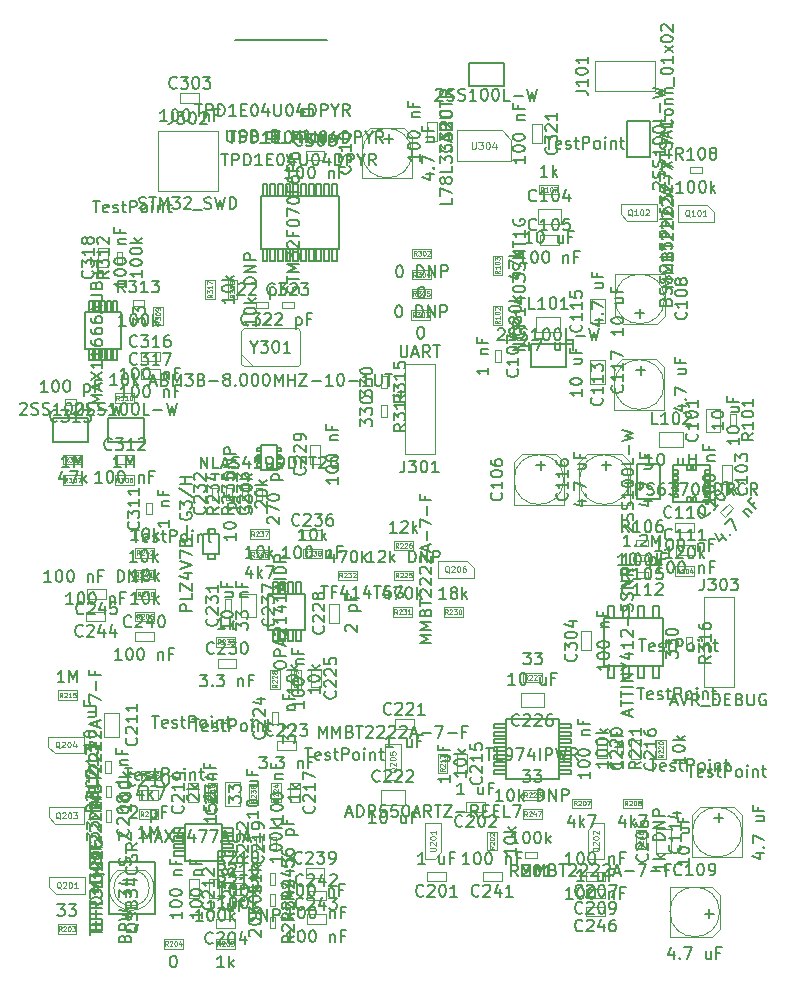
<source format=gbr>
G04 #@! TF.GenerationSoftware,KiCad,Pcbnew,5.0.1*
G04 #@! TF.CreationDate,2018-12-04T21:14:06-05:00*
G04 #@! TF.ProjectId,receiver,72656365697665722E6B696361645F70,rev?*
G04 #@! TF.SameCoordinates,Original*
G04 #@! TF.FileFunction,Other,Fab,Top*
%FSLAX46Y46*%
G04 Gerber Fmt 4.6, Leading zero omitted, Abs format (unit mm)*
G04 Created by KiCad (PCBNEW 5.0.1) date Tue 04 Dec 2018 09:14:06 PM EST*
%MOMM*%
%LPD*%
G01*
G04 APERTURE LIST*
%ADD10C,0.100000*%
%ADD11C,0.150000*%
%ADD12C,0.075000*%
%ADD13C,0.090000*%
G04 APERTURE END LIST*
D10*
G04 #@! TO.C,C310*
X60480000Y-125380000D02*
X60480000Y-121790000D01*
X60480000Y-121790000D02*
X59810000Y-121120000D01*
X59810000Y-121120000D02*
X56890000Y-121120000D01*
X56890000Y-121120000D02*
X56220000Y-121790000D01*
X56220000Y-121790000D02*
X56220000Y-125380000D01*
X56220000Y-125380000D02*
X60480000Y-125380000D01*
X60450000Y-123250000D02*
G75*
G03X60450000Y-123250000I-2100000J0D01*
G01*
G04 #@! TO.C,C106*
X73300000Y-150900000D02*
G75*
G03X73300000Y-150900000I-2100000J0D01*
G01*
X69070000Y-153030000D02*
X73330000Y-153030000D01*
X69070000Y-149440000D02*
X69070000Y-153030000D01*
X69740000Y-148770000D02*
X69070000Y-149440000D01*
X72660000Y-148770000D02*
X69740000Y-148770000D01*
X73330000Y-149440000D02*
X72660000Y-148770000D01*
X73330000Y-153030000D02*
X73330000Y-149440000D01*
G04 #@! TO.C,C108*
X77620000Y-133470000D02*
X77620000Y-137060000D01*
X77620000Y-137060000D02*
X78290000Y-137730000D01*
X78290000Y-137730000D02*
X81210000Y-137730000D01*
X81210000Y-137730000D02*
X81880000Y-137060000D01*
X81880000Y-137060000D02*
X81880000Y-133470000D01*
X81880000Y-133470000D02*
X77620000Y-133470000D01*
X81850000Y-135600000D02*
G75*
G03X81850000Y-135600000I-2100000J0D01*
G01*
G04 #@! TO.C,C109*
X86500000Y-187500000D02*
G75*
G03X86500000Y-187500000I-2100000J0D01*
G01*
X82270000Y-185370000D02*
X82270000Y-189630000D01*
X85860000Y-185370000D02*
X82270000Y-185370000D01*
X86530000Y-186040000D02*
X85860000Y-185370000D01*
X86530000Y-188960000D02*
X86530000Y-186040000D01*
X85860000Y-189630000D02*
X86530000Y-188960000D01*
X82270000Y-189630000D02*
X85860000Y-189630000D01*
G04 #@! TO.C,C116*
X78880000Y-153030000D02*
X78880000Y-149440000D01*
X78880000Y-149440000D02*
X78210000Y-148770000D01*
X78210000Y-148770000D02*
X75290000Y-148770000D01*
X75290000Y-148770000D02*
X74620000Y-149440000D01*
X74620000Y-149440000D02*
X74620000Y-153030000D01*
X74620000Y-153030000D02*
X78880000Y-153030000D01*
X78850000Y-150900000D02*
G75*
G03X78850000Y-150900000I-2100000J0D01*
G01*
G04 #@! TO.C,C114*
X88400000Y-180750000D02*
G75*
G03X88400000Y-180750000I-2100000J0D01*
G01*
X84170000Y-182880000D02*
X88430000Y-182880000D01*
X84170000Y-179290000D02*
X84170000Y-182880000D01*
X84840000Y-178620000D02*
X84170000Y-179290000D01*
X87760000Y-178620000D02*
X84840000Y-178620000D01*
X88430000Y-179290000D02*
X87760000Y-178620000D01*
X88430000Y-182880000D02*
X88430000Y-179290000D01*
G04 #@! TO.C,C113*
X81830000Y-144980000D02*
X81830000Y-141390000D01*
X81830000Y-141390000D02*
X81160000Y-140720000D01*
X81160000Y-140720000D02*
X78240000Y-140720000D01*
X78240000Y-140720000D02*
X77570000Y-141390000D01*
X77570000Y-141390000D02*
X77570000Y-144980000D01*
X77570000Y-144980000D02*
X81830000Y-144980000D01*
X81800000Y-142850000D02*
G75*
G03X81800000Y-142850000I-2100000J0D01*
G01*
G04 #@! TO.C,C213*
X34464491Y-175753465D02*
X34464491Y-174753465D01*
X34464491Y-174753465D02*
X34964491Y-174753465D01*
X34964491Y-174753465D02*
X34964491Y-175753465D01*
X34964491Y-175753465D02*
X34464491Y-175753465D01*
G04 #@! TO.C,C208*
X34514491Y-178853465D02*
X35014491Y-178853465D01*
X34514491Y-179853465D02*
X34514491Y-178853465D01*
X35014491Y-179853465D02*
X34514491Y-179853465D01*
X35014491Y-178853465D02*
X35014491Y-179853465D01*
G04 #@! TO.C,C102*
X86569670Y-153676777D02*
X87276777Y-152969670D01*
X87276777Y-152969670D02*
X87630330Y-153323223D01*
X87630330Y-153323223D02*
X86923223Y-154030330D01*
X86923223Y-154030330D02*
X86569670Y-153676777D01*
G04 #@! TO.C,C311*
X38450000Y-153850000D02*
X37950000Y-153850000D01*
X38450000Y-152850000D02*
X38450000Y-153850000D01*
X37950000Y-152850000D02*
X38450000Y-152850000D01*
X37950000Y-153850000D02*
X37950000Y-152850000D01*
G04 #@! TO.C,C323*
X49450000Y-135850000D02*
X50450000Y-135850000D01*
X50450000Y-135850000D02*
X50450000Y-136350000D01*
X50450000Y-136350000D02*
X49450000Y-136350000D01*
X49450000Y-136350000D02*
X49450000Y-135850000D01*
G04 #@! TO.C,C231*
X45100000Y-162050000D02*
X44600000Y-162050000D01*
X45100000Y-161050000D02*
X45100000Y-162050000D01*
X44600000Y-161050000D02*
X45100000Y-161050000D01*
X44600000Y-162050000D02*
X44600000Y-161050000D01*
G04 #@! TO.C,C232*
X43550000Y-152600000D02*
X43550000Y-151600000D01*
X43550000Y-151600000D02*
X44050000Y-151600000D01*
X44050000Y-151600000D02*
X44050000Y-152600000D01*
X44050000Y-152600000D02*
X43550000Y-152600000D01*
G04 #@! TO.C,C112*
X80450000Y-158700000D02*
X80450000Y-159200000D01*
X79450000Y-158700000D02*
X80450000Y-158700000D01*
X79450000Y-159200000D02*
X79450000Y-158700000D01*
X80450000Y-159200000D02*
X79450000Y-159200000D01*
G04 #@! TO.C,C322*
X48250000Y-136350000D02*
X47250000Y-136350000D01*
X47250000Y-136350000D02*
X47250000Y-135850000D01*
X47250000Y-135850000D02*
X48250000Y-135850000D01*
X48250000Y-135850000D02*
X48250000Y-136350000D01*
G04 #@! TO.C,C107*
X67500000Y-139950000D02*
X68000000Y-139950000D01*
X67500000Y-140950000D02*
X67500000Y-139950000D01*
X68000000Y-140950000D02*
X67500000Y-140950000D01*
X68000000Y-139950000D02*
X68000000Y-140950000D01*
G04 #@! TO.C,R101*
X87900000Y-145350000D02*
X87900000Y-146350000D01*
X87900000Y-146350000D02*
X87400000Y-146350000D01*
X87400000Y-146350000D02*
X87400000Y-145350000D01*
X87400000Y-145350000D02*
X87900000Y-145350000D01*
G04 #@! TO.C,C224*
X49100000Y-171600000D02*
X48600000Y-171600000D01*
X49100000Y-170600000D02*
X49100000Y-171600000D01*
X48600000Y-170600000D02*
X49100000Y-170600000D01*
X48600000Y-171600000D02*
X48600000Y-170600000D01*
G04 #@! TO.C,C233*
X47250000Y-152600000D02*
X47250000Y-151600000D01*
X47250000Y-151600000D02*
X47750000Y-151600000D01*
X47750000Y-151600000D02*
X47750000Y-152600000D01*
X47750000Y-152600000D02*
X47250000Y-152600000D01*
G04 #@! TO.C,C313*
X32050000Y-144050000D02*
X32050000Y-144550000D01*
X31050000Y-144050000D02*
X32050000Y-144050000D01*
X31050000Y-144550000D02*
X31050000Y-144050000D01*
X32050000Y-144550000D02*
X31050000Y-144550000D01*
G04 #@! TO.C,C219*
X48464491Y-182153465D02*
X48464491Y-181153465D01*
X48464491Y-181153465D02*
X48964491Y-181153465D01*
X48964491Y-181153465D02*
X48964491Y-182153465D01*
X48964491Y-182153465D02*
X48464491Y-182153465D01*
G04 #@! TO.C,C318*
X34700000Y-132900000D02*
X33900000Y-132900000D01*
X34700000Y-131300000D02*
X34700000Y-132900000D01*
X33900000Y-131300000D02*
X34700000Y-131300000D01*
X33900000Y-132900000D02*
X33900000Y-131300000D01*
G04 #@! TO.C,C210*
X37364491Y-177203465D02*
X38964491Y-177203465D01*
X38964491Y-177203465D02*
X38964491Y-178003465D01*
X38964491Y-178003465D02*
X37364491Y-178003465D01*
X37364491Y-178003465D02*
X37364491Y-177203465D01*
G04 #@! TO.C,C209*
X76800000Y-185550000D02*
X76800000Y-186350000D01*
X75200000Y-185550000D02*
X76800000Y-185550000D01*
X75200000Y-186350000D02*
X75200000Y-185550000D01*
X76800000Y-186350000D02*
X75200000Y-186350000D01*
G04 #@! TO.C,C207*
X76800000Y-184900000D02*
X75200000Y-184900000D01*
X75200000Y-184900000D02*
X75200000Y-184100000D01*
X75200000Y-184100000D02*
X76800000Y-184100000D01*
X76800000Y-184100000D02*
X76800000Y-184900000D01*
G04 #@! TO.C,C320*
X61750000Y-120600000D02*
X62550000Y-120600000D01*
X61750000Y-122200000D02*
X61750000Y-120600000D01*
X62550000Y-122200000D02*
X61750000Y-122200000D01*
X62550000Y-120600000D02*
X62550000Y-122200000D01*
G04 #@! TO.C,C204*
X45500000Y-188900000D02*
X43900000Y-188900000D01*
X43900000Y-188900000D02*
X43900000Y-188100000D01*
X43900000Y-188100000D02*
X45500000Y-188100000D01*
X45500000Y-188100000D02*
X45500000Y-188900000D01*
G04 #@! TO.C,C202*
X66650000Y-178200000D02*
X66650000Y-179000000D01*
X65050000Y-178200000D02*
X66650000Y-178200000D01*
X65050000Y-179000000D02*
X65050000Y-178200000D01*
X66650000Y-179000000D02*
X65050000Y-179000000D01*
G04 #@! TO.C,C201*
X63350000Y-184900000D02*
X61750000Y-184900000D01*
X61750000Y-184900000D02*
X61750000Y-184100000D01*
X61750000Y-184100000D02*
X63350000Y-184100000D01*
X63350000Y-184100000D02*
X63350000Y-184900000D01*
G04 #@! TO.C,C111*
X82800000Y-157250000D02*
X82800000Y-156450000D01*
X84400000Y-157250000D02*
X82800000Y-157250000D01*
X84400000Y-156450000D02*
X84400000Y-157250000D01*
X82800000Y-156450000D02*
X84400000Y-156450000D01*
G04 #@! TO.C,C105*
X71300000Y-130200000D02*
X72900000Y-130200000D01*
X72900000Y-130200000D02*
X72900000Y-131000000D01*
X72900000Y-131000000D02*
X71300000Y-131000000D01*
X71300000Y-131000000D02*
X71300000Y-130200000D01*
G04 #@! TO.C,C221*
X59000000Y-172000000D02*
X59000000Y-171200000D01*
X60600000Y-172000000D02*
X59000000Y-172000000D01*
X60600000Y-171200000D02*
X60600000Y-172000000D01*
X59000000Y-171200000D02*
X60600000Y-171200000D01*
G04 #@! TO.C,C212*
X42414491Y-184753465D02*
X42414491Y-186353465D01*
X42414491Y-186353465D02*
X41614491Y-186353465D01*
X41614491Y-186353465D02*
X41614491Y-184753465D01*
X41614491Y-184753465D02*
X42414491Y-184753465D01*
G04 #@! TO.C,C316*
X37485566Y-140069150D02*
X39085566Y-140069150D01*
X39085566Y-140069150D02*
X39085566Y-140869150D01*
X39085566Y-140869150D02*
X37485566Y-140869150D01*
X37485566Y-140869150D02*
X37485566Y-140069150D01*
G04 #@! TO.C,C225*
X51950000Y-166900000D02*
X52750000Y-166900000D01*
X51950000Y-168500000D02*
X51950000Y-166900000D01*
X52750000Y-168500000D02*
X51950000Y-168500000D01*
X52750000Y-166900000D02*
X52750000Y-168500000D01*
G04 #@! TO.C,C223*
X49050000Y-173000000D02*
X50650000Y-173000000D01*
X50650000Y-173000000D02*
X50650000Y-173800000D01*
X50650000Y-173800000D02*
X49050000Y-173800000D01*
X49050000Y-173800000D02*
X49050000Y-173000000D01*
G04 #@! TO.C,C317*
X37485566Y-142369150D02*
X37485566Y-141569150D01*
X39085566Y-142369150D02*
X37485566Y-142369150D01*
X39085566Y-141569150D02*
X39085566Y-142369150D01*
X37485566Y-141569150D02*
X39085566Y-141569150D01*
G04 #@! TO.C,C220*
X76950000Y-172900000D02*
X76950000Y-174500000D01*
X76950000Y-174500000D02*
X76150000Y-174500000D01*
X76150000Y-174500000D02*
X76150000Y-172900000D01*
X76150000Y-172900000D02*
X76950000Y-172900000D01*
G04 #@! TO.C,C218*
X43314491Y-184753465D02*
X44114491Y-184753465D01*
X43314491Y-186353465D02*
X43314491Y-184753465D01*
X44114491Y-186353465D02*
X43314491Y-186353465D01*
X44114491Y-184753465D02*
X44114491Y-186353465D01*
G04 #@! TO.C,C217*
X50950000Y-176600000D02*
X50950000Y-178200000D01*
X50950000Y-178200000D02*
X50150000Y-178200000D01*
X50150000Y-178200000D02*
X50150000Y-176600000D01*
X50150000Y-176600000D02*
X50950000Y-176600000D01*
G04 #@! TO.C,C216*
X79000000Y-172950000D02*
X79800000Y-172950000D01*
X79000000Y-174550000D02*
X79000000Y-172950000D01*
X79800000Y-174550000D02*
X79000000Y-174550000D01*
X79800000Y-172950000D02*
X79800000Y-174550000D01*
G04 #@! TO.C,C215*
X65100000Y-174150000D02*
X65100000Y-175750000D01*
X65100000Y-175750000D02*
X64300000Y-175750000D01*
X64300000Y-175750000D02*
X64300000Y-174150000D01*
X64300000Y-174150000D02*
X65100000Y-174150000D01*
G04 #@! TO.C,C228*
X54250000Y-163000000D02*
X53450000Y-163000000D01*
X54250000Y-161400000D02*
X54250000Y-163000000D01*
X53450000Y-161400000D02*
X54250000Y-161400000D01*
X53450000Y-163000000D02*
X53450000Y-161400000D01*
G04 #@! TO.C,C214*
X41514491Y-178203465D02*
X41514491Y-176603465D01*
X41514491Y-176603465D02*
X42314491Y-176603465D01*
X42314491Y-176603465D02*
X42314491Y-178203465D01*
X42314491Y-178203465D02*
X41514491Y-178203465D01*
G04 #@! TO.C,C110*
X82750000Y-155350000D02*
X82750000Y-154550000D01*
X84350000Y-155350000D02*
X82750000Y-155350000D01*
X84350000Y-154550000D02*
X84350000Y-155350000D01*
X82750000Y-154550000D02*
X84350000Y-154550000D01*
G04 #@! TO.C,C321*
X71450000Y-120800000D02*
X71450000Y-122400000D01*
X71450000Y-122400000D02*
X70650000Y-122400000D01*
X70650000Y-122400000D02*
X70650000Y-120800000D01*
X70650000Y-120800000D02*
X71450000Y-120800000D01*
G04 #@! TO.C,C241*
X68050000Y-184100000D02*
X68050000Y-184900000D01*
X66450000Y-184100000D02*
X68050000Y-184100000D01*
X66450000Y-184900000D02*
X66450000Y-184100000D01*
X68050000Y-184900000D02*
X66450000Y-184900000D01*
G04 #@! TO.C,C240*
X37000000Y-163800000D02*
X38600000Y-163800000D01*
X38600000Y-163800000D02*
X38600000Y-164600000D01*
X38600000Y-164600000D02*
X37000000Y-164600000D01*
X37000000Y-164600000D02*
X37000000Y-163800000D01*
G04 #@! TO.C,C239*
X51450000Y-184600000D02*
X51450000Y-183800000D01*
X53050000Y-184600000D02*
X51450000Y-184600000D01*
X53050000Y-183800000D02*
X53050000Y-184600000D01*
X51450000Y-183800000D02*
X53050000Y-183800000D01*
G04 #@! TO.C,C236*
X51250000Y-156000000D02*
X51250000Y-155200000D01*
X52850000Y-156000000D02*
X51250000Y-156000000D01*
X52850000Y-155200000D02*
X52850000Y-156000000D01*
X51250000Y-155200000D02*
X52850000Y-155200000D01*
G04 #@! TO.C,C230*
X44002183Y-166848858D02*
X44002183Y-166048858D01*
X45602183Y-166848858D02*
X44002183Y-166848858D01*
X45602183Y-166048858D02*
X45602183Y-166848858D01*
X44002183Y-166048858D02*
X45602183Y-166048858D01*
G04 #@! TO.C,C242*
X51550000Y-185700000D02*
X53150000Y-185700000D01*
X53150000Y-185700000D02*
X53150000Y-186500000D01*
X53150000Y-186500000D02*
X51550000Y-186500000D01*
X51550000Y-186500000D02*
X51550000Y-185700000D01*
G04 #@! TO.C,C243*
X51550000Y-188500000D02*
X51550000Y-187700000D01*
X53150000Y-188500000D02*
X51550000Y-188500000D01*
X53150000Y-187700000D02*
X53150000Y-188500000D01*
X51550000Y-187700000D02*
X53150000Y-187700000D01*
G04 #@! TO.C,C244*
X34500000Y-162900000D02*
X32900000Y-162900000D01*
X32900000Y-162900000D02*
X32900000Y-162100000D01*
X32900000Y-162100000D02*
X34500000Y-162100000D01*
X34500000Y-162100000D02*
X34500000Y-162900000D01*
G04 #@! TO.C,C245*
X34550000Y-160200000D02*
X34550000Y-161000000D01*
X32950000Y-160200000D02*
X34550000Y-160200000D01*
X32950000Y-161000000D02*
X32950000Y-160200000D01*
X34550000Y-161000000D02*
X32950000Y-161000000D01*
G04 #@! TO.C,C246*
X76800000Y-187850000D02*
X75200000Y-187850000D01*
X75200000Y-187850000D02*
X75200000Y-187050000D01*
X75200000Y-187050000D02*
X76800000Y-187050000D01*
X76800000Y-187050000D02*
X76800000Y-187850000D01*
G04 #@! TO.C,C312*
X35350000Y-148800000D02*
X36950000Y-148800000D01*
X36950000Y-148800000D02*
X36950000Y-149600000D01*
X36950000Y-149600000D02*
X35350000Y-149600000D01*
X35350000Y-149600000D02*
X35350000Y-148800000D01*
G04 #@! TO.C,C306*
X51450000Y-123050000D02*
X53050000Y-123050000D01*
X53050000Y-123050000D02*
X53050000Y-123850000D01*
X53050000Y-123850000D02*
X51450000Y-123850000D01*
X51450000Y-123850000D02*
X51450000Y-123050000D01*
G04 #@! TO.C,C304*
X74800000Y-165350000D02*
X74800000Y-163750000D01*
X74800000Y-163750000D02*
X75600000Y-163750000D01*
X75600000Y-163750000D02*
X75600000Y-165350000D01*
X75600000Y-165350000D02*
X74800000Y-165350000D01*
G04 #@! TO.C,C303*
X40850000Y-119000000D02*
X40850000Y-118200000D01*
X42450000Y-119000000D02*
X40850000Y-119000000D01*
X42450000Y-118200000D02*
X42450000Y-119000000D01*
X40850000Y-118200000D02*
X42450000Y-118200000D01*
G04 #@! TO.C,C229*
X51850000Y-149550000D02*
X51850000Y-147950000D01*
X51850000Y-147950000D02*
X52650000Y-147950000D01*
X52650000Y-147950000D02*
X52650000Y-149550000D01*
X52650000Y-149550000D02*
X51850000Y-149550000D01*
G04 #@! TO.C,C103*
X86750000Y-149650000D02*
X87550000Y-149650000D01*
X86750000Y-151250000D02*
X86750000Y-149650000D01*
X87550000Y-151250000D02*
X86750000Y-151250000D01*
X87550000Y-149650000D02*
X87550000Y-151250000D01*
G04 #@! TO.C,L101*
X71000000Y-137130000D02*
X73000000Y-137130000D01*
X73000000Y-137130000D02*
X73000000Y-138370000D01*
X73000000Y-138370000D02*
X71000000Y-138370000D01*
X71000000Y-138370000D02*
X71000000Y-137130000D01*
G04 #@! TO.C,C101*
X86570000Y-146900000D02*
X85330000Y-146900000D01*
X86570000Y-144900000D02*
X86570000Y-146900000D01*
X85330000Y-144900000D02*
X86570000Y-144900000D01*
X85330000Y-146900000D02*
X85330000Y-144900000D01*
G04 #@! TO.C,C104*
X71100000Y-128030000D02*
X73100000Y-128030000D01*
X73100000Y-128030000D02*
X73100000Y-129270000D01*
X73100000Y-129270000D02*
X71100000Y-129270000D01*
X71100000Y-129270000D02*
X71100000Y-128030000D01*
G04 #@! TO.C,C211*
X34394491Y-170653465D02*
X35634491Y-170653465D01*
X34394491Y-172653465D02*
X34394491Y-170653465D01*
X35634491Y-172653465D02*
X34394491Y-172653465D01*
X35634491Y-170653465D02*
X35634491Y-172653465D01*
G04 #@! TO.C,C115*
X75530000Y-137650000D02*
X75530000Y-135650000D01*
X75530000Y-135650000D02*
X76770000Y-135650000D01*
X76770000Y-135650000D02*
X76770000Y-137650000D01*
X76770000Y-137650000D02*
X75530000Y-137650000D01*
G04 #@! TO.C,C117*
X75530000Y-140800000D02*
X76770000Y-140800000D01*
X75530000Y-142800000D02*
X75530000Y-140800000D01*
X76770000Y-142800000D02*
X75530000Y-142800000D01*
X76770000Y-140800000D02*
X76770000Y-142800000D01*
G04 #@! TO.C,C206*
X81130000Y-182500000D02*
X81130000Y-180500000D01*
X81130000Y-180500000D02*
X82370000Y-180500000D01*
X82370000Y-180500000D02*
X82370000Y-182500000D01*
X82370000Y-182500000D02*
X81130000Y-182500000D01*
G04 #@! TO.C,C222*
X57850000Y-178420000D02*
X57850000Y-177180000D01*
X59850000Y-178420000D02*
X57850000Y-178420000D01*
X59850000Y-177180000D02*
X59850000Y-178420000D01*
X57850000Y-177180000D02*
X59850000Y-177180000D01*
G04 #@! TO.C,C226*
X71650000Y-170170000D02*
X69650000Y-170170000D01*
X69650000Y-170170000D02*
X69650000Y-168930000D01*
X69650000Y-168930000D02*
X71650000Y-168930000D01*
X71650000Y-168930000D02*
X71650000Y-170170000D01*
G04 #@! TO.C,C234*
X45870000Y-178500000D02*
X44630000Y-178500000D01*
X45870000Y-176500000D02*
X45870000Y-178500000D01*
X44630000Y-176500000D02*
X45870000Y-176500000D01*
X44630000Y-178500000D02*
X44630000Y-176500000D01*
G04 #@! TO.C,C237*
X47220000Y-160550000D02*
X47220000Y-162550000D01*
X47220000Y-162550000D02*
X45980000Y-162550000D01*
X45980000Y-162550000D02*
X45980000Y-160550000D01*
X45980000Y-160550000D02*
X47220000Y-160550000D01*
G04 #@! TO.C,L102*
X81400000Y-148120000D02*
X81400000Y-146880000D01*
X83400000Y-148120000D02*
X81400000Y-148120000D01*
X83400000Y-146880000D02*
X83400000Y-148120000D01*
X81400000Y-146880000D02*
X83400000Y-146880000D01*
G04 #@! TO.C,Y301*
X46000000Y-140300000D02*
X47000000Y-141300000D01*
X46000000Y-138300000D02*
X46200000Y-138100000D01*
X46000000Y-141100000D02*
X46000000Y-138300000D01*
X46200000Y-141300000D02*
X46000000Y-141100000D01*
X50800000Y-141300000D02*
X46200000Y-141300000D01*
X51000000Y-141100000D02*
X50800000Y-141300000D01*
X51000000Y-138300000D02*
X51000000Y-141100000D01*
X50800000Y-138100000D02*
X51000000Y-138300000D01*
X46200000Y-138100000D02*
X50800000Y-138100000D01*
G04 #@! TO.C,D203*
X37880681Y-183973465D02*
X35548301Y-183973465D01*
X38214491Y-185473465D02*
G75*
G03X38214491Y-185473465I-1500000J0D01*
G01*
X35549015Y-183972910D02*
G75*
G03X37880681Y-183973465I1165476J-1500555D01*
G01*
G04 #@! TO.C,R108*
X84000000Y-124450000D02*
X85000000Y-124450000D01*
X85000000Y-124450000D02*
X85000000Y-124950000D01*
X85000000Y-124950000D02*
X84000000Y-124950000D01*
X84000000Y-124950000D02*
X84000000Y-124450000D01*
G04 #@! TO.C,R244*
X48400000Y-186000000D02*
X48900000Y-186000000D01*
X48400000Y-187000000D02*
X48400000Y-186000000D01*
X48900000Y-187000000D02*
X48400000Y-187000000D01*
X48900000Y-186000000D02*
X48900000Y-187000000D01*
G04 #@! TO.C,R316*
X84200000Y-164250000D02*
X84200000Y-165250000D01*
X84200000Y-165250000D02*
X83700000Y-165250000D01*
X83700000Y-165250000D02*
X83700000Y-164250000D01*
X83700000Y-164250000D02*
X84200000Y-164250000D01*
G04 #@! TO.C,R312*
X35450000Y-132600000D02*
X35450000Y-131600000D01*
X35450000Y-131600000D02*
X35950000Y-131600000D01*
X35950000Y-131600000D02*
X35950000Y-132600000D01*
X35950000Y-132600000D02*
X35450000Y-132600000D01*
G04 #@! TO.C,R315*
X57850000Y-142150000D02*
X58350000Y-142150000D01*
X57850000Y-143150000D02*
X57850000Y-142150000D01*
X58350000Y-143150000D02*
X57850000Y-143150000D01*
X58350000Y-142150000D02*
X58350000Y-143150000D01*
G04 #@! TO.C,R314*
X58350000Y-144600000D02*
X58350000Y-145600000D01*
X58350000Y-145600000D02*
X57850000Y-145600000D01*
X57850000Y-145600000D02*
X57850000Y-144600000D01*
X57850000Y-144600000D02*
X58350000Y-144600000D01*
G04 #@! TO.C,R313*
X36800000Y-136200000D02*
X36800000Y-135700000D01*
X37800000Y-136200000D02*
X36800000Y-136200000D01*
X37800000Y-135700000D02*
X37800000Y-136200000D01*
X36800000Y-135700000D02*
X37800000Y-135700000D01*
G04 #@! TO.C,R245*
X48900000Y-187900000D02*
X48900000Y-188900000D01*
X48900000Y-188900000D02*
X48400000Y-188900000D01*
X48400000Y-188900000D02*
X48400000Y-187900000D01*
X48400000Y-187900000D02*
X48900000Y-187900000D01*
G04 #@! TO.C,R105*
X80450000Y-157300000D02*
X80450000Y-157800000D01*
X79450000Y-157300000D02*
X80450000Y-157300000D01*
X79450000Y-157800000D02*
X79450000Y-157300000D01*
X80450000Y-157800000D02*
X79450000Y-157800000D01*
G04 #@! TO.C,R106*
X79450000Y-156000000D02*
X80450000Y-156000000D01*
X80450000Y-156000000D02*
X80450000Y-156500000D01*
X80450000Y-156500000D02*
X79450000Y-156500000D01*
X79450000Y-156500000D02*
X79450000Y-156000000D01*
G04 #@! TO.C,R201*
X71050000Y-182450000D02*
X71050000Y-182950000D01*
X70050000Y-182450000D02*
X71050000Y-182450000D01*
X70050000Y-182950000D02*
X70050000Y-182450000D01*
X71050000Y-182950000D02*
X70050000Y-182950000D01*
G04 #@! TO.C,R210*
X45214491Y-185053465D02*
X46214491Y-185053465D01*
X46214491Y-185053465D02*
X46214491Y-185553465D01*
X46214491Y-185553465D02*
X45214491Y-185553465D01*
X45214491Y-185553465D02*
X45214491Y-185053465D01*
G04 #@! TO.C,R212*
X35014491Y-177803465D02*
X34514491Y-177803465D01*
X35014491Y-176803465D02*
X35014491Y-177803465D01*
X34514491Y-176803465D02*
X35014491Y-176803465D01*
X34514491Y-177803465D02*
X34514491Y-176803465D01*
G04 #@! TO.C,R213*
X45214491Y-186103465D02*
X46214491Y-186103465D01*
X46214491Y-186103465D02*
X46214491Y-186603465D01*
X46214491Y-186603465D02*
X45214491Y-186603465D01*
X45214491Y-186603465D02*
X45214491Y-186103465D01*
G04 #@! TO.C,R219*
X45214491Y-184503465D02*
X45214491Y-184003465D01*
X46214491Y-184503465D02*
X45214491Y-184503465D01*
X46214491Y-184003465D02*
X46214491Y-184503465D01*
X45214491Y-184003465D02*
X46214491Y-184003465D01*
G04 #@! TO.C,R221*
X78300000Y-173150000D02*
X78300000Y-174150000D01*
X78300000Y-174150000D02*
X77800000Y-174150000D01*
X77800000Y-174150000D02*
X77800000Y-173150000D01*
X77800000Y-173150000D02*
X78300000Y-173150000D01*
G04 #@! TO.C,R222*
X47764491Y-182153465D02*
X47264491Y-182153465D01*
X47764491Y-181153465D02*
X47764491Y-182153465D01*
X47264491Y-181153465D02*
X47764491Y-181153465D01*
X47264491Y-182153465D02*
X47264491Y-181153465D01*
G04 #@! TO.C,R234*
X44750000Y-152600000D02*
X44750000Y-151600000D01*
X44750000Y-151600000D02*
X45250000Y-151600000D01*
X45250000Y-151600000D02*
X45250000Y-152600000D01*
X45250000Y-152600000D02*
X44750000Y-152600000D01*
G04 #@! TO.C,R235*
X46550000Y-152600000D02*
X46050000Y-152600000D01*
X46550000Y-151600000D02*
X46550000Y-152600000D01*
X46050000Y-151600000D02*
X46550000Y-151600000D01*
X46050000Y-152600000D02*
X46050000Y-151600000D01*
G04 #@! TO.C,R243*
X48900000Y-184200000D02*
X48900000Y-185200000D01*
X48900000Y-185200000D02*
X48400000Y-185200000D01*
X48400000Y-185200000D02*
X48400000Y-184200000D01*
X48400000Y-184200000D02*
X48900000Y-184200000D01*
G04 #@! TO.C,R103*
X67300000Y-133550000D02*
X67300000Y-131950000D01*
X67300000Y-131950000D02*
X68100000Y-131950000D01*
X68100000Y-131950000D02*
X68100000Y-133550000D01*
X68100000Y-133550000D02*
X67300000Y-133550000D01*
G04 #@! TO.C,R102*
X68100000Y-137800000D02*
X67300000Y-137800000D01*
X68100000Y-136200000D02*
X68100000Y-137800000D01*
X67300000Y-136200000D02*
X68100000Y-136200000D01*
X67300000Y-137800000D02*
X67300000Y-136200000D01*
G04 #@! TO.C,R246*
X79450000Y-182200000D02*
X79450000Y-180600000D01*
X79450000Y-180600000D02*
X80250000Y-180600000D01*
X80250000Y-180600000D02*
X80250000Y-182200000D01*
X80250000Y-182200000D02*
X79450000Y-182200000D01*
G04 #@! TO.C,R247*
X71450000Y-178800000D02*
X71450000Y-179600000D01*
X69850000Y-178800000D02*
X71450000Y-178800000D01*
X69850000Y-179600000D02*
X69850000Y-178800000D01*
X71450000Y-179600000D02*
X69850000Y-179600000D01*
G04 #@! TO.C,R248*
X46750000Y-156850000D02*
X48350000Y-156850000D01*
X48350000Y-156850000D02*
X48350000Y-157650000D01*
X48350000Y-157650000D02*
X46750000Y-157650000D01*
X46750000Y-157650000D02*
X46750000Y-156850000D01*
G04 #@! TO.C,R302*
X60500000Y-132150000D02*
X60500000Y-131350000D01*
X62100000Y-132150000D02*
X60500000Y-132150000D01*
X62100000Y-131350000D02*
X62100000Y-132150000D01*
X60500000Y-131350000D02*
X62100000Y-131350000D01*
G04 #@! TO.C,R303*
X60400000Y-136550000D02*
X62000000Y-136550000D01*
X62000000Y-136550000D02*
X62000000Y-137350000D01*
X62000000Y-137350000D02*
X60400000Y-137350000D01*
X60400000Y-137350000D02*
X60400000Y-136550000D01*
G04 #@! TO.C,R304*
X60450000Y-133950000D02*
X60450000Y-133150000D01*
X62050000Y-133950000D02*
X60450000Y-133950000D01*
X62050000Y-133150000D02*
X62050000Y-133950000D01*
X60450000Y-133150000D02*
X62050000Y-133150000D01*
G04 #@! TO.C,R305*
X60450000Y-134750000D02*
X62050000Y-134750000D01*
X62050000Y-134750000D02*
X62050000Y-135550000D01*
X62050000Y-135550000D02*
X60450000Y-135550000D01*
X60450000Y-135550000D02*
X60450000Y-134750000D01*
G04 #@! TO.C,R309*
X38550000Y-136250000D02*
X39350000Y-136250000D01*
X38550000Y-137850000D02*
X38550000Y-136250000D01*
X39350000Y-137850000D02*
X38550000Y-137850000D01*
X39350000Y-136250000D02*
X39350000Y-137850000D01*
G04 #@! TO.C,R306*
X36900000Y-151350000D02*
X35300000Y-151350000D01*
X35300000Y-151350000D02*
X35300000Y-150550000D01*
X35300000Y-150550000D02*
X36900000Y-150550000D01*
X36900000Y-150550000D02*
X36900000Y-151350000D01*
G04 #@! TO.C,R104*
X84350000Y-158250000D02*
X84350000Y-159050000D01*
X82750000Y-158250000D02*
X84350000Y-158250000D01*
X82750000Y-159050000D02*
X82750000Y-158250000D01*
X84350000Y-159050000D02*
X82750000Y-159050000D01*
G04 #@! TO.C,R107*
X72850000Y-126750000D02*
X71250000Y-126750000D01*
X71250000Y-126750000D02*
X71250000Y-125950000D01*
X71250000Y-125950000D02*
X72850000Y-125950000D01*
X72850000Y-125950000D02*
X72850000Y-126750000D01*
G04 #@! TO.C,R202*
X67650000Y-182300000D02*
X66850000Y-182300000D01*
X67650000Y-180700000D02*
X67650000Y-182300000D01*
X66850000Y-180700000D02*
X67650000Y-180700000D01*
X66850000Y-182300000D02*
X66850000Y-180700000D01*
G04 #@! TO.C,R203*
X32050000Y-189350000D02*
X30450000Y-189350000D01*
X30450000Y-189350000D02*
X30450000Y-188550000D01*
X30450000Y-188550000D02*
X32050000Y-188550000D01*
X32050000Y-188550000D02*
X32050000Y-189350000D01*
G04 #@! TO.C,R204*
X39450000Y-190600000D02*
X39450000Y-189800000D01*
X41050000Y-190600000D02*
X39450000Y-190600000D01*
X41050000Y-189800000D02*
X41050000Y-190600000D01*
X39450000Y-189800000D02*
X41050000Y-189800000D01*
G04 #@! TO.C,R205*
X43864491Y-189803465D02*
X45464491Y-189803465D01*
X45464491Y-189803465D02*
X45464491Y-190603465D01*
X45464491Y-190603465D02*
X43864491Y-190603465D01*
X43864491Y-190603465D02*
X43864491Y-189803465D01*
G04 #@! TO.C,R206*
X38650000Y-162100000D02*
X38650000Y-162900000D01*
X37050000Y-162100000D02*
X38650000Y-162100000D01*
X37050000Y-162900000D02*
X37050000Y-162100000D01*
X38650000Y-162900000D02*
X37050000Y-162900000D01*
G04 #@! TO.C,R207*
X74050000Y-177900000D02*
X75650000Y-177900000D01*
X75650000Y-177900000D02*
X75650000Y-178700000D01*
X75650000Y-178700000D02*
X74050000Y-178700000D01*
X74050000Y-178700000D02*
X74050000Y-177900000D01*
G04 #@! TO.C,R208*
X78350000Y-178700000D02*
X78350000Y-177900000D01*
X79950000Y-178700000D02*
X78350000Y-178700000D01*
X79950000Y-177900000D02*
X79950000Y-178700000D01*
X78350000Y-177900000D02*
X79950000Y-177900000D01*
G04 #@! TO.C,R211*
X37364491Y-179603465D02*
X37364491Y-178803465D01*
X38964491Y-179603465D02*
X37364491Y-179603465D01*
X38964491Y-178803465D02*
X38964491Y-179603465D01*
X37364491Y-178803465D02*
X38964491Y-178803465D01*
G04 #@! TO.C,R307*
X32500000Y-151350000D02*
X30900000Y-151350000D01*
X30900000Y-151350000D02*
X30900000Y-150550000D01*
X30900000Y-150550000D02*
X32500000Y-150550000D01*
X32500000Y-150550000D02*
X32500000Y-151350000D01*
G04 #@! TO.C,R308*
X30950000Y-148800000D02*
X32550000Y-148800000D01*
X32550000Y-148800000D02*
X32550000Y-149600000D01*
X32550000Y-149600000D02*
X30950000Y-149600000D01*
X30950000Y-149600000D02*
X30950000Y-148800000D01*
G04 #@! TO.C,R310*
X36900000Y-143600000D02*
X36900000Y-144400000D01*
X35300000Y-143600000D02*
X36900000Y-143600000D01*
X35300000Y-144400000D02*
X35300000Y-143600000D01*
X36900000Y-144400000D02*
X35300000Y-144400000D01*
G04 #@! TO.C,R216*
X37514491Y-175553465D02*
X39114491Y-175553465D01*
X39114491Y-175553465D02*
X39114491Y-176353465D01*
X39114491Y-176353465D02*
X37514491Y-176353465D01*
X37514491Y-176353465D02*
X37514491Y-175553465D01*
G04 #@! TO.C,R217*
X63450000Y-175700000D02*
X62650000Y-175700000D01*
X63450000Y-174100000D02*
X63450000Y-175700000D01*
X62650000Y-174100000D02*
X63450000Y-174100000D01*
X62650000Y-175700000D02*
X62650000Y-174100000D01*
G04 #@! TO.C,R218*
X43950000Y-176600000D02*
X43950000Y-178200000D01*
X43950000Y-178200000D02*
X43150000Y-178200000D01*
X43150000Y-178200000D02*
X43150000Y-176600000D01*
X43150000Y-176600000D02*
X43950000Y-176600000D01*
G04 #@! TO.C,R215*
X32114491Y-168753465D02*
X32114491Y-169553465D01*
X30514491Y-168753465D02*
X32114491Y-168753465D01*
X30514491Y-169553465D02*
X30514491Y-168753465D01*
X32114491Y-169553465D02*
X30514491Y-169553465D01*
G04 #@! TO.C,R220*
X81150000Y-174550000D02*
X81150000Y-172950000D01*
X81150000Y-172950000D02*
X81950000Y-172950000D01*
X81950000Y-172950000D02*
X81950000Y-174550000D01*
X81950000Y-174550000D02*
X81150000Y-174550000D01*
G04 #@! TO.C,R318*
X45650000Y-135600000D02*
X44850000Y-135600000D01*
X45650000Y-134000000D02*
X45650000Y-135600000D01*
X44850000Y-134000000D02*
X45650000Y-134000000D01*
X44850000Y-135600000D02*
X44850000Y-134000000D01*
G04 #@! TO.C,R242*
X38650000Y-157500000D02*
X37050000Y-157500000D01*
X37050000Y-157500000D02*
X37050000Y-156700000D01*
X37050000Y-156700000D02*
X38650000Y-156700000D01*
X38650000Y-156700000D02*
X38650000Y-157500000D01*
G04 #@! TO.C,R223*
X71450000Y-177200000D02*
X71450000Y-178000000D01*
X69850000Y-177200000D02*
X71450000Y-177200000D01*
X69850000Y-178000000D02*
X69850000Y-177200000D01*
X71450000Y-178000000D02*
X69850000Y-178000000D01*
G04 #@! TO.C,R224*
X48550000Y-178200000D02*
X48550000Y-176600000D01*
X48550000Y-176600000D02*
X49350000Y-176600000D01*
X49350000Y-176600000D02*
X49350000Y-178200000D01*
X49350000Y-178200000D02*
X48550000Y-178200000D01*
G04 #@! TO.C,R225*
X60550000Y-158600000D02*
X60550000Y-159400000D01*
X58950000Y-158600000D02*
X60550000Y-158600000D01*
X58950000Y-159400000D02*
X58950000Y-158600000D01*
X60550000Y-159400000D02*
X58950000Y-159400000D01*
G04 #@! TO.C,R226*
X60550000Y-156900000D02*
X58950000Y-156900000D01*
X58950000Y-156900000D02*
X58950000Y-156100000D01*
X58950000Y-156100000D02*
X60550000Y-156100000D01*
X60550000Y-156100000D02*
X60550000Y-156900000D01*
G04 #@! TO.C,R227*
X71500000Y-167250000D02*
X71500000Y-168050000D01*
X69900000Y-167250000D02*
X71500000Y-167250000D01*
X69900000Y-168050000D02*
X69900000Y-167250000D01*
X71500000Y-168050000D02*
X69900000Y-168050000D01*
G04 #@! TO.C,R238*
X52850000Y-157550000D02*
X51250000Y-157550000D01*
X51250000Y-157550000D02*
X51250000Y-156750000D01*
X51250000Y-156750000D02*
X52850000Y-156750000D01*
X52850000Y-156750000D02*
X52850000Y-157550000D01*
G04 #@! TO.C,R237*
X46750000Y-155900000D02*
X46750000Y-155100000D01*
X48350000Y-155900000D02*
X46750000Y-155900000D01*
X48350000Y-155100000D02*
X48350000Y-155900000D01*
X46750000Y-155100000D02*
X48350000Y-155100000D01*
G04 #@! TO.C,R236*
X47450000Y-176700000D02*
X47450000Y-178300000D01*
X47450000Y-178300000D02*
X46650000Y-178300000D01*
X46650000Y-178300000D02*
X46650000Y-176700000D01*
X46650000Y-176700000D02*
X47450000Y-176700000D01*
G04 #@! TO.C,R317*
X43750000Y-135600000D02*
X42950000Y-135600000D01*
X43750000Y-134000000D02*
X43750000Y-135600000D01*
X42950000Y-134000000D02*
X43750000Y-134000000D01*
X42950000Y-135600000D02*
X42950000Y-134000000D01*
G04 #@! TO.C,R233*
X45502183Y-164248858D02*
X45502183Y-165048858D01*
X43902183Y-164248858D02*
X45502183Y-164248858D01*
X43902183Y-165048858D02*
X43902183Y-164248858D01*
X45502183Y-165048858D02*
X43902183Y-165048858D01*
G04 #@! TO.C,R232*
X55800000Y-159400000D02*
X54200000Y-159400000D01*
X54200000Y-159400000D02*
X54200000Y-158600000D01*
X54200000Y-158600000D02*
X55800000Y-158600000D01*
X55800000Y-158600000D02*
X55800000Y-159400000D01*
G04 #@! TO.C,R231*
X60450000Y-161700000D02*
X60450000Y-162500000D01*
X58850000Y-161700000D02*
X60450000Y-161700000D01*
X58850000Y-162500000D02*
X58850000Y-161700000D01*
X60450000Y-162500000D02*
X58850000Y-162500000D01*
G04 #@! TO.C,R230*
X64750000Y-162500000D02*
X63150000Y-162500000D01*
X63150000Y-162500000D02*
X63150000Y-161700000D01*
X63150000Y-161700000D02*
X64750000Y-161700000D01*
X64750000Y-161700000D02*
X64750000Y-162500000D01*
G04 #@! TO.C,R240*
X38700000Y-160200000D02*
X38700000Y-161000000D01*
X37100000Y-160200000D02*
X38700000Y-160200000D01*
X37100000Y-161000000D02*
X37100000Y-160200000D01*
X38700000Y-161000000D02*
X37100000Y-161000000D01*
G04 #@! TO.C,R229*
X50250000Y-168600000D02*
X50250000Y-167000000D01*
X50250000Y-167000000D02*
X51050000Y-167000000D01*
X51050000Y-167000000D02*
X51050000Y-168600000D01*
X51050000Y-168600000D02*
X50250000Y-168600000D01*
G04 #@! TO.C,R228*
X49250000Y-168600000D02*
X48450000Y-168600000D01*
X49250000Y-167000000D02*
X49250000Y-168600000D01*
X48450000Y-167000000D02*
X49250000Y-167000000D01*
X48450000Y-168600000D02*
X48450000Y-167000000D01*
G04 #@! TO.C,R241*
X38550000Y-159350000D02*
X36950000Y-159350000D01*
X36950000Y-159350000D02*
X36950000Y-158550000D01*
X36950000Y-158550000D02*
X38550000Y-158550000D01*
X38550000Y-158550000D02*
X38550000Y-159350000D01*
G04 #@! TO.C,J101*
X75930000Y-115430000D02*
X75930000Y-117970000D01*
X81010000Y-115430000D02*
X75930000Y-115430000D01*
X81010000Y-117970000D02*
X81010000Y-115430000D01*
X75930000Y-117970000D02*
X81010000Y-117970000D01*
G04 #@! TO.C,J301*
X62370000Y-148770000D02*
X62370000Y-141150000D01*
X62370000Y-141150000D02*
X59830000Y-141150000D01*
X59830000Y-141150000D02*
X59830000Y-148770000D01*
X59830000Y-148770000D02*
X62370000Y-148770000D01*
G04 #@! TO.C,J303*
X87720000Y-160880000D02*
X85180000Y-160880000D01*
X87720000Y-168500000D02*
X87720000Y-160880000D01*
X85180000Y-168500000D02*
X87720000Y-168500000D01*
X85180000Y-160880000D02*
X85180000Y-168500000D01*
G04 #@! TO.C,J302*
X44020000Y-121380000D02*
X38940000Y-121380000D01*
X44020000Y-126460000D02*
X44020000Y-121380000D01*
X38940000Y-126460000D02*
X44020000Y-126460000D01*
X38940000Y-121380000D02*
X38940000Y-126460000D01*
G04 #@! TO.C,Q205*
X59550000Y-173280000D02*
X58150000Y-173280000D01*
X58150000Y-176320000D02*
X58150000Y-173280000D01*
X59550000Y-175750000D02*
X59000000Y-176320000D01*
X59000000Y-176320000D02*
X58150000Y-176320000D01*
X59550000Y-175750000D02*
X59550000Y-173300000D01*
G04 #@! TO.C,Q204*
X30214491Y-174053465D02*
X32664491Y-174053465D01*
X29644491Y-173503465D02*
X29644491Y-172653465D01*
X30214491Y-174053465D02*
X29644491Y-173503465D01*
X29644491Y-172653465D02*
X32684491Y-172653465D01*
X32684491Y-174053465D02*
X32684491Y-172653465D01*
G04 #@! TO.C,Q201*
X32784491Y-185953465D02*
X32784491Y-184553465D01*
X29744491Y-184553465D02*
X32784491Y-184553465D01*
X30314491Y-185953465D02*
X29744491Y-185403465D01*
X29744491Y-185403465D02*
X29744491Y-184553465D01*
X30314491Y-185953465D02*
X32764491Y-185953465D01*
G04 #@! TO.C,Q101*
X85450000Y-127650000D02*
X83000000Y-127650000D01*
X86020000Y-128200000D02*
X86020000Y-129050000D01*
X85450000Y-127650000D02*
X86020000Y-128200000D01*
X86020000Y-129050000D02*
X82980000Y-129050000D01*
X82980000Y-127650000D02*
X82980000Y-129050000D01*
G04 #@! TO.C,Q102*
X81170000Y-129000000D02*
X81170000Y-127600000D01*
X78130000Y-127600000D02*
X81170000Y-127600000D01*
X78700000Y-129000000D02*
X78130000Y-128450000D01*
X78130000Y-128450000D02*
X78130000Y-127600000D01*
X78700000Y-129000000D02*
X81150000Y-129000000D01*
G04 #@! TO.C,Q202*
X75350000Y-180550000D02*
X75350000Y-183000000D01*
X75900000Y-179980000D02*
X76750000Y-179980000D01*
X75350000Y-180550000D02*
X75900000Y-179980000D01*
X76750000Y-179980000D02*
X76750000Y-183020000D01*
X75350000Y-183020000D02*
X76750000Y-183020000D01*
G04 #@! TO.C,Q206*
X62630000Y-157800000D02*
X62630000Y-159200000D01*
X65670000Y-159200000D02*
X62630000Y-159200000D01*
X65100000Y-157800000D02*
X65670000Y-158350000D01*
X65670000Y-158350000D02*
X65670000Y-159200000D01*
X65100000Y-157800000D02*
X62650000Y-157800000D01*
G04 #@! TO.C,U201*
X62950000Y-182450000D02*
X62950000Y-180000000D01*
X62400000Y-183020000D02*
X61550000Y-183020000D01*
X62950000Y-182450000D02*
X62400000Y-183020000D01*
X61550000Y-183020000D02*
X61550000Y-179980000D01*
X62950000Y-179980000D02*
X61550000Y-179980000D01*
G04 #@! TO.C,Q203*
X32734491Y-180053465D02*
X32734491Y-178653465D01*
X29694491Y-178653465D02*
X32734491Y-178653465D01*
X30264491Y-180053465D02*
X29694491Y-179503465D01*
X29694491Y-179503465D02*
X29694491Y-178653465D01*
X30264491Y-180053465D02*
X32714491Y-180053465D01*
G04 #@! TO.C,U304*
X68850000Y-122120000D02*
X68850000Y-123930000D01*
X64250000Y-121330000D02*
X68060000Y-121330000D01*
X64250000Y-123930000D02*
X64250000Y-121330000D01*
X68850000Y-123930000D02*
X64250000Y-123930000D01*
X68060000Y-121330000D02*
X68850000Y-122120000D01*
D11*
G04 #@! TO.C,J304*
X45450000Y-113700000D02*
X53250000Y-113700000D01*
G04 #@! TO.C,U301*
X76690000Y-166650000D02*
X76690000Y-162650000D01*
X76690000Y-162650000D02*
X81710000Y-162650000D01*
X81710000Y-162650000D02*
X81710000Y-166650000D01*
X81710000Y-166650000D02*
X76690000Y-166650000D01*
X77040000Y-166650000D02*
X77040000Y-167700000D01*
X77040000Y-167700000D02*
X77550000Y-167700000D01*
X77550000Y-167700000D02*
X77550000Y-166650000D01*
X78310000Y-166650000D02*
X78310000Y-167700000D01*
X78310000Y-167700000D02*
X78820000Y-167700000D01*
X78820000Y-167700000D02*
X78820000Y-166650000D01*
X79580000Y-166650000D02*
X79580000Y-167700000D01*
X79580000Y-167700000D02*
X80090000Y-167700000D01*
X80090000Y-167700000D02*
X80090000Y-166650000D01*
X80850000Y-166650000D02*
X80850000Y-167700000D01*
X80850000Y-167700000D02*
X81360000Y-167700000D01*
X81360000Y-167700000D02*
X81360000Y-166650000D01*
X81360000Y-162650000D02*
X81360000Y-161600000D01*
X81360000Y-161600000D02*
X80850000Y-161600000D01*
X80850000Y-161600000D02*
X80850000Y-162650000D01*
X80090000Y-162650000D02*
X80090000Y-161600000D01*
X80090000Y-161600000D02*
X79580000Y-161600000D01*
X79580000Y-161600000D02*
X79580000Y-162650000D01*
X78820000Y-162650000D02*
X78820000Y-161600000D01*
X78820000Y-161600000D02*
X78310000Y-161600000D01*
X78310000Y-161600000D02*
X78310000Y-162650000D01*
X77550000Y-162650000D02*
X77550000Y-161600000D01*
X77550000Y-161600000D02*
X77040000Y-161600000D01*
X77040000Y-161600000D02*
X77040000Y-162650000D01*
G04 #@! TO.C,D201*
X34814491Y-187653465D02*
X34814491Y-183253465D01*
X34814491Y-183253465D02*
X38714491Y-183253465D01*
X38714491Y-187653465D02*
X34814491Y-187653465D01*
X38714491Y-183253465D02*
X38714491Y-187653465D01*
G04 #@! TO.C,U303*
X32750000Y-139850000D02*
X32750000Y-136750000D01*
X32750000Y-136750000D02*
X35850000Y-136750000D01*
X35850000Y-136750000D02*
X35850000Y-139850000D01*
X35850000Y-139850000D02*
X32750000Y-139850000D01*
X33138500Y-139850000D02*
X33138500Y-140790000D01*
X33138500Y-140790000D02*
X33461500Y-140790000D01*
X33461500Y-140790000D02*
X33461500Y-139850000D01*
X33638500Y-139850000D02*
X33638500Y-140790000D01*
X33638500Y-140790000D02*
X33961500Y-140790000D01*
X33961500Y-140790000D02*
X33961500Y-139850000D01*
X34138500Y-139850000D02*
X34138500Y-140790000D01*
X34138500Y-140790000D02*
X34461500Y-140790000D01*
X34461500Y-140790000D02*
X34461500Y-139850000D01*
X34638500Y-139850000D02*
X34638500Y-140790000D01*
X34638500Y-140790000D02*
X34961500Y-140790000D01*
X34961500Y-140790000D02*
X34961500Y-139850000D01*
X35138500Y-139850000D02*
X35138500Y-140790000D01*
X35138500Y-140790000D02*
X35461500Y-140790000D01*
X35461500Y-140790000D02*
X35461500Y-139850000D01*
X35461500Y-136750000D02*
X35461500Y-135810000D01*
X35461500Y-135810000D02*
X35138500Y-135810000D01*
X35138500Y-135810000D02*
X35138500Y-136750000D01*
X34961500Y-136750000D02*
X34961500Y-135810000D01*
X34961500Y-135810000D02*
X34638500Y-135810000D01*
X34638500Y-135810000D02*
X34638500Y-136750000D01*
X34461500Y-136750000D02*
X34461500Y-135810000D01*
X34461500Y-135810000D02*
X34138500Y-135810000D01*
X34138500Y-135810000D02*
X34138500Y-136750000D01*
X33961500Y-136750000D02*
X33961500Y-135810000D01*
X33961500Y-135810000D02*
X33638500Y-135810000D01*
X33638500Y-135810000D02*
X33638500Y-136750000D01*
X33461500Y-136750000D02*
X33461500Y-135810000D01*
X33461500Y-135810000D02*
X33138500Y-135810000D01*
X33138500Y-135810000D02*
X33138500Y-136750000D01*
G04 #@! TO.C,U203*
X41264491Y-180053465D02*
X44364491Y-180053465D01*
X44364491Y-180053465D02*
X44364491Y-183153465D01*
X44364491Y-183153465D02*
X41264491Y-183153465D01*
X41264491Y-183153465D02*
X41264491Y-180053465D01*
X41264491Y-180425965D02*
X40314491Y-180425965D01*
X40314491Y-180425965D02*
X40314491Y-180830965D01*
X40314491Y-180830965D02*
X41264491Y-180830965D01*
X41264491Y-181075965D02*
X40314491Y-181075965D01*
X40314491Y-181075965D02*
X40314491Y-181480965D01*
X40314491Y-181480965D02*
X41264491Y-181480965D01*
X41264491Y-181725965D02*
X40314491Y-181725965D01*
X40314491Y-181725965D02*
X40314491Y-182130965D01*
X40314491Y-182130965D02*
X41264491Y-182130965D01*
X41264491Y-182375965D02*
X40314491Y-182375965D01*
X40314491Y-182375965D02*
X40314491Y-182780965D01*
X40314491Y-182780965D02*
X41264491Y-182780965D01*
X44364491Y-182780965D02*
X45314491Y-182780965D01*
X45314491Y-182780965D02*
X45314491Y-182375965D01*
X45314491Y-182375965D02*
X44364491Y-182375965D01*
X44364491Y-182130965D02*
X45314491Y-182130965D01*
X45314491Y-182130965D02*
X45314491Y-181725965D01*
X45314491Y-181725965D02*
X44364491Y-181725965D01*
X44364491Y-181480965D02*
X45314491Y-181480965D01*
X45314491Y-181480965D02*
X45314491Y-181075965D01*
X45314491Y-181075965D02*
X44364491Y-181075965D01*
X44364491Y-180830965D02*
X45314491Y-180830965D01*
X45314491Y-180830965D02*
X45314491Y-180425965D01*
X45314491Y-180425965D02*
X44364491Y-180425965D01*
G04 #@! TO.C,U205*
X49025000Y-150050000D02*
X47675000Y-150050000D01*
X47675000Y-150050000D02*
X47675000Y-147950000D01*
X47675000Y-147950000D02*
X49025000Y-147950000D01*
X49025000Y-147950000D02*
X49025000Y-150050000D01*
X49025000Y-149800000D02*
X49385000Y-149800000D01*
X49385000Y-149800000D02*
X49385000Y-149500000D01*
X49385000Y-149500000D02*
X49025000Y-149500000D01*
X49025000Y-149150000D02*
X49385000Y-149150000D01*
X49385000Y-149150000D02*
X49385000Y-148850000D01*
X49385000Y-148850000D02*
X49025000Y-148850000D01*
X49025000Y-148500000D02*
X49385000Y-148500000D01*
X49385000Y-148500000D02*
X49385000Y-148200000D01*
X49385000Y-148200000D02*
X49025000Y-148200000D01*
X47675000Y-148200000D02*
X47315000Y-148200000D01*
X47315000Y-148200000D02*
X47315000Y-148500000D01*
X47315000Y-148500000D02*
X47675000Y-148500000D01*
X47675000Y-148850000D02*
X47315000Y-148850000D01*
X47315000Y-148850000D02*
X47315000Y-149150000D01*
X47315000Y-149150000D02*
X47675000Y-149150000D01*
X47675000Y-149500000D02*
X47315000Y-149500000D01*
X47315000Y-149500000D02*
X47315000Y-149800000D01*
X47315000Y-149800000D02*
X47675000Y-149800000D01*
G04 #@! TO.C,D101*
X70500000Y-141400000D02*
X70500000Y-139400000D01*
X73500000Y-141400000D02*
X70500000Y-141400000D01*
X73500000Y-139400000D02*
X73500000Y-141400000D01*
X70500000Y-139400000D02*
X73500000Y-139400000D01*
G04 #@! TO.C,D103*
X80650000Y-120550000D02*
X80650000Y-123550000D01*
X80650000Y-123550000D02*
X78650000Y-123550000D01*
X78650000Y-123550000D02*
X78650000Y-120550000D01*
X78650000Y-120550000D02*
X80650000Y-120550000D01*
G04 #@! TO.C,D303*
X30050000Y-147700000D02*
X30050000Y-145700000D01*
X33050000Y-147700000D02*
X30050000Y-147700000D01*
X33050000Y-145700000D02*
X33050000Y-147700000D01*
X30050000Y-145700000D02*
X33050000Y-145700000D01*
G04 #@! TO.C,D302*
X34750000Y-145700000D02*
X37750000Y-145700000D01*
X37750000Y-145700000D02*
X37750000Y-147700000D01*
X37750000Y-147700000D02*
X34750000Y-147700000D01*
X34750000Y-147700000D02*
X34750000Y-145700000D01*
G04 #@! TO.C,D301*
X68250000Y-115600000D02*
X68250000Y-117600000D01*
X65250000Y-115600000D02*
X68250000Y-115600000D01*
X65250000Y-117600000D02*
X65250000Y-115600000D01*
X68250000Y-117600000D02*
X65250000Y-117600000D01*
G04 #@! TO.C,D102*
X79500000Y-152550000D02*
X79500000Y-149550000D01*
X79500000Y-149550000D02*
X81500000Y-149550000D01*
X81500000Y-149550000D02*
X81500000Y-152550000D01*
X81500000Y-152550000D02*
X79500000Y-152550000D01*
G04 #@! TO.C,U302*
X47650000Y-131400000D02*
X47650000Y-126900000D01*
X47650000Y-126900000D02*
X54250000Y-126900000D01*
X54250000Y-126900000D02*
X54250000Y-131400000D01*
X54250000Y-131400000D02*
X47650000Y-131400000D01*
X47825000Y-131400000D02*
X47825000Y-132400000D01*
X47825000Y-132400000D02*
X48225000Y-132400000D01*
X48225000Y-132400000D02*
X48225000Y-131400000D01*
X48475000Y-131400000D02*
X48475000Y-132400000D01*
X48475000Y-132400000D02*
X48875000Y-132400000D01*
X48875000Y-132400000D02*
X48875000Y-131400000D01*
X49125000Y-131400000D02*
X49125000Y-132400000D01*
X49125000Y-132400000D02*
X49525000Y-132400000D01*
X49525000Y-132400000D02*
X49525000Y-131400000D01*
X49775000Y-131400000D02*
X49775000Y-132400000D01*
X49775000Y-132400000D02*
X50175000Y-132400000D01*
X50175000Y-132400000D02*
X50175000Y-131400000D01*
X50425000Y-131400000D02*
X50425000Y-132400000D01*
X50425000Y-132400000D02*
X50825000Y-132400000D01*
X50825000Y-132400000D02*
X50825000Y-131400000D01*
X51075000Y-131400000D02*
X51075000Y-132400000D01*
X51075000Y-132400000D02*
X51475000Y-132400000D01*
X51475000Y-132400000D02*
X51475000Y-131400000D01*
X51725000Y-131400000D02*
X51725000Y-132400000D01*
X51725000Y-132400000D02*
X52125000Y-132400000D01*
X52125000Y-132400000D02*
X52125000Y-131400000D01*
X52375000Y-131400000D02*
X52375000Y-132400000D01*
X52375000Y-132400000D02*
X52775000Y-132400000D01*
X52775000Y-132400000D02*
X52775000Y-131400000D01*
X53025000Y-131400000D02*
X53025000Y-132400000D01*
X53025000Y-132400000D02*
X53425000Y-132400000D01*
X53425000Y-132400000D02*
X53425000Y-131400000D01*
X53675000Y-131400000D02*
X53675000Y-132400000D01*
X53675000Y-132400000D02*
X54075000Y-132400000D01*
X54075000Y-132400000D02*
X54075000Y-131400000D01*
X54075000Y-126900000D02*
X54075000Y-125900000D01*
X54075000Y-125900000D02*
X53675000Y-125900000D01*
X53675000Y-125900000D02*
X53675000Y-126900000D01*
X53425000Y-126900000D02*
X53425000Y-125900000D01*
X53425000Y-125900000D02*
X53025000Y-125900000D01*
X53025000Y-125900000D02*
X53025000Y-126900000D01*
X52775000Y-126900000D02*
X52775000Y-125900000D01*
X52775000Y-125900000D02*
X52375000Y-125900000D01*
X52375000Y-125900000D02*
X52375000Y-126900000D01*
X52125000Y-126900000D02*
X52125000Y-125900000D01*
X52125000Y-125900000D02*
X51725000Y-125900000D01*
X51725000Y-125900000D02*
X51725000Y-126900000D01*
X51475000Y-126900000D02*
X51475000Y-125900000D01*
X51475000Y-125900000D02*
X51075000Y-125900000D01*
X51075000Y-125900000D02*
X51075000Y-126900000D01*
X50825000Y-126900000D02*
X50825000Y-125900000D01*
X50825000Y-125900000D02*
X50425000Y-125900000D01*
X50425000Y-125900000D02*
X50425000Y-126900000D01*
X50175000Y-126900000D02*
X50175000Y-125900000D01*
X50175000Y-125900000D02*
X49775000Y-125900000D01*
X49775000Y-125900000D02*
X49775000Y-126900000D01*
X49525000Y-126900000D02*
X49525000Y-125900000D01*
X49525000Y-125900000D02*
X49125000Y-125900000D01*
X49125000Y-125900000D02*
X49125000Y-126900000D01*
X48875000Y-126900000D02*
X48875000Y-125900000D01*
X48875000Y-125900000D02*
X48475000Y-125900000D01*
X48475000Y-125900000D02*
X48475000Y-126900000D01*
X48225000Y-126900000D02*
X48225000Y-125900000D01*
X48225000Y-125900000D02*
X47825000Y-125900000D01*
X47825000Y-125900000D02*
X47825000Y-126900000D01*
G04 #@! TO.C,U202*
X72900000Y-176250000D02*
X68400000Y-176250000D01*
X68400000Y-176250000D02*
X68400000Y-171150000D01*
X68400000Y-171150000D02*
X72900000Y-171150000D01*
X72900000Y-171150000D02*
X72900000Y-176250000D01*
X72900000Y-175820000D02*
X73900000Y-175820000D01*
X73900000Y-175820000D02*
X73900000Y-175480000D01*
X73900000Y-175480000D02*
X72900000Y-175480000D01*
X72900000Y-175170000D02*
X73900000Y-175170000D01*
X73900000Y-175170000D02*
X73900000Y-174830000D01*
X73900000Y-174830000D02*
X72900000Y-174830000D01*
X72900000Y-174520000D02*
X73900000Y-174520000D01*
X73900000Y-174520000D02*
X73900000Y-174180000D01*
X73900000Y-174180000D02*
X72900000Y-174180000D01*
X72900000Y-173870000D02*
X73900000Y-173870000D01*
X73900000Y-173870000D02*
X73900000Y-173530000D01*
X73900000Y-173530000D02*
X72900000Y-173530000D01*
X72900000Y-173220000D02*
X73900000Y-173220000D01*
X73900000Y-173220000D02*
X73900000Y-172880000D01*
X73900000Y-172880000D02*
X72900000Y-172880000D01*
X72900000Y-172570000D02*
X73900000Y-172570000D01*
X73900000Y-172570000D02*
X73900000Y-172230000D01*
X73900000Y-172230000D02*
X72900000Y-172230000D01*
X72900000Y-171920000D02*
X73900000Y-171920000D01*
X73900000Y-171920000D02*
X73900000Y-171580000D01*
X73900000Y-171580000D02*
X72900000Y-171580000D01*
X68400000Y-171580000D02*
X67400000Y-171580000D01*
X67400000Y-171580000D02*
X67400000Y-171920000D01*
X67400000Y-171920000D02*
X68400000Y-171920000D01*
X68400000Y-172230000D02*
X67400000Y-172230000D01*
X67400000Y-172230000D02*
X67400000Y-172570000D01*
X67400000Y-172570000D02*
X68400000Y-172570000D01*
X68400000Y-172880000D02*
X67400000Y-172880000D01*
X67400000Y-172880000D02*
X67400000Y-173220000D01*
X67400000Y-173220000D02*
X68400000Y-173220000D01*
X68400000Y-173530000D02*
X67400000Y-173530000D01*
X67400000Y-173530000D02*
X67400000Y-173870000D01*
X67400000Y-173870000D02*
X68400000Y-173870000D01*
X68400000Y-174180000D02*
X67400000Y-174180000D01*
X67400000Y-174180000D02*
X67400000Y-174520000D01*
X67400000Y-174520000D02*
X68400000Y-174520000D01*
X68400000Y-174830000D02*
X67400000Y-174830000D01*
X67400000Y-174830000D02*
X67400000Y-175170000D01*
X67400000Y-175170000D02*
X68400000Y-175170000D01*
X68400000Y-175480000D02*
X67400000Y-175480000D01*
X67400000Y-175480000D02*
X67400000Y-175820000D01*
X67400000Y-175820000D02*
X68400000Y-175820000D01*
G04 #@! TO.C,U204*
X48300000Y-163650000D02*
X48300000Y-160550000D01*
X48300000Y-160550000D02*
X51400000Y-160550000D01*
X51400000Y-160550000D02*
X51400000Y-163650000D01*
X51400000Y-163650000D02*
X48300000Y-163650000D01*
X48667500Y-163650000D02*
X48667500Y-164600000D01*
X48667500Y-164600000D02*
X49082500Y-164600000D01*
X49082500Y-164600000D02*
X49082500Y-163650000D01*
X49317500Y-163650000D02*
X49317500Y-164600000D01*
X49317500Y-164600000D02*
X49732500Y-164600000D01*
X49732500Y-164600000D02*
X49732500Y-163650000D01*
X49967500Y-163650000D02*
X49967500Y-164600000D01*
X49967500Y-164600000D02*
X50382500Y-164600000D01*
X50382500Y-164600000D02*
X50382500Y-163650000D01*
X50617500Y-163650000D02*
X50617500Y-164600000D01*
X50617500Y-164600000D02*
X51032500Y-164600000D01*
X51032500Y-164600000D02*
X51032500Y-163650000D01*
X51032500Y-160550000D02*
X51032500Y-159600000D01*
X51032500Y-159600000D02*
X50617500Y-159600000D01*
X50617500Y-159600000D02*
X50617500Y-160550000D01*
X50382500Y-160550000D02*
X50382500Y-159600000D01*
X50382500Y-159600000D02*
X49967500Y-159600000D01*
X49967500Y-159600000D02*
X49967500Y-160550000D01*
X49732500Y-160550000D02*
X49732500Y-159600000D01*
X49732500Y-159600000D02*
X49317500Y-159600000D01*
X49317500Y-159600000D02*
X49317500Y-160550000D01*
X49082500Y-160550000D02*
X49082500Y-159600000D01*
X49082500Y-159600000D02*
X48667500Y-159600000D01*
X48667500Y-159600000D02*
X48667500Y-160550000D01*
G04 #@! TO.C,U101*
X85700000Y-152800000D02*
X82600000Y-152800000D01*
X82600000Y-152800000D02*
X82600000Y-149700000D01*
X82600000Y-149700000D02*
X85700000Y-149700000D01*
X85700000Y-149700000D02*
X85700000Y-152800000D01*
X85700000Y-152400000D02*
X85300000Y-152400000D01*
X85300000Y-152400000D02*
X85300000Y-152100000D01*
X85300000Y-152100000D02*
X85700000Y-152100000D01*
X85700000Y-151900000D02*
X85300000Y-151900000D01*
X85300000Y-151900000D02*
X85300000Y-151600000D01*
X85300000Y-151600000D02*
X85700000Y-151600000D01*
X85700000Y-151400000D02*
X85300000Y-151400000D01*
X85300000Y-151400000D02*
X85300000Y-151100000D01*
X85300000Y-151100000D02*
X85700000Y-151100000D01*
X85700000Y-150900000D02*
X85300000Y-150900000D01*
X85300000Y-150900000D02*
X85300000Y-150600000D01*
X85300000Y-150600000D02*
X85700000Y-150600000D01*
X85700000Y-150400000D02*
X85300000Y-150400000D01*
X85300000Y-150400000D02*
X85300000Y-150100000D01*
X85300000Y-150100000D02*
X85700000Y-150100000D01*
X84550000Y-149700000D02*
X84550000Y-150100000D01*
X84550000Y-150100000D02*
X84250000Y-150100000D01*
X84250000Y-150100000D02*
X84250000Y-149700000D01*
X84050000Y-149700000D02*
X84050000Y-150100000D01*
X84050000Y-150100000D02*
X83750000Y-150100000D01*
X83750000Y-150100000D02*
X83750000Y-149700000D01*
X82600000Y-150100000D02*
X83000000Y-150100000D01*
X83000000Y-150100000D02*
X83000000Y-150400000D01*
X83000000Y-150400000D02*
X82600000Y-150400000D01*
X82600000Y-150600000D02*
X83000000Y-150600000D01*
X83000000Y-150600000D02*
X83000000Y-150900000D01*
X83000000Y-150900000D02*
X82600000Y-150900000D01*
X82600000Y-151100000D02*
X83000000Y-151100000D01*
X83000000Y-151100000D02*
X83000000Y-151400000D01*
X83000000Y-151400000D02*
X82600000Y-151400000D01*
X82600000Y-151600000D02*
X83000000Y-151600000D01*
X83000000Y-151600000D02*
X83000000Y-151900000D01*
X83000000Y-151900000D02*
X82600000Y-151900000D01*
X82600000Y-152100000D02*
X83000000Y-152100000D01*
X83000000Y-152100000D02*
X83000000Y-152400000D01*
X83000000Y-152400000D02*
X82600000Y-152400000D01*
X83750000Y-152800000D02*
X83750000Y-152400000D01*
X83750000Y-152400000D02*
X84050000Y-152400000D01*
X84050000Y-152400000D02*
X84050000Y-152800000D01*
X84250000Y-152800000D02*
X84250000Y-152400000D01*
X84250000Y-152400000D02*
X84550000Y-152400000D01*
X84550000Y-152400000D02*
X84550000Y-152800000D01*
G04 #@! TO.C,D306*
X51400000Y-122050000D02*
X50400000Y-122050000D01*
X50400000Y-122050000D02*
X50400000Y-121450000D01*
X50400000Y-121450000D02*
X51400000Y-121450000D01*
X51400000Y-121450000D02*
X51400000Y-122050000D01*
G04 #@! TO.C,D305*
X48200000Y-122050000D02*
X48200000Y-121450000D01*
X49200000Y-122050000D02*
X48200000Y-122050000D01*
X49200000Y-121450000D02*
X49200000Y-122050000D01*
X48200000Y-121450000D02*
X49200000Y-121450000D01*
G04 #@! TO.C,D304*
X52050000Y-120150000D02*
X51050000Y-120150000D01*
X51050000Y-120150000D02*
X51050000Y-119550000D01*
X51050000Y-119550000D02*
X52050000Y-119550000D01*
X52050000Y-119550000D02*
X52050000Y-120150000D01*
G04 #@! TO.C,D205*
X42800000Y-157200000D02*
X42800000Y-155500000D01*
X42800000Y-155500000D02*
X44100000Y-155500000D01*
X44100000Y-155500000D02*
X44100000Y-157200000D01*
X44100000Y-157200000D02*
X42800000Y-157200000D01*
X43150000Y-157250000D02*
X43150000Y-157600000D01*
X43150000Y-157600000D02*
X43750000Y-157600000D01*
X43750000Y-157600000D02*
X43750000Y-157200000D01*
X43150000Y-155500000D02*
X43150000Y-155100000D01*
X43150000Y-155100000D02*
X43750000Y-155100000D01*
X43750000Y-155100000D02*
X43750000Y-155500000D01*
G04 #@! TD*
G04 #@! TO.C,TP209*
X36816666Y-155177380D02*
X37388095Y-155177380D01*
X37102380Y-156177380D02*
X37102380Y-155177380D01*
X38102380Y-156129761D02*
X38007142Y-156177380D01*
X37816666Y-156177380D01*
X37721428Y-156129761D01*
X37673809Y-156034523D01*
X37673809Y-155653571D01*
X37721428Y-155558333D01*
X37816666Y-155510714D01*
X38007142Y-155510714D01*
X38102380Y-155558333D01*
X38150000Y-155653571D01*
X38150000Y-155748809D01*
X37673809Y-155844047D01*
X38530952Y-156129761D02*
X38626190Y-156177380D01*
X38816666Y-156177380D01*
X38911904Y-156129761D01*
X38959523Y-156034523D01*
X38959523Y-155986904D01*
X38911904Y-155891666D01*
X38816666Y-155844047D01*
X38673809Y-155844047D01*
X38578571Y-155796428D01*
X38530952Y-155701190D01*
X38530952Y-155653571D01*
X38578571Y-155558333D01*
X38673809Y-155510714D01*
X38816666Y-155510714D01*
X38911904Y-155558333D01*
X39245238Y-155510714D02*
X39626190Y-155510714D01*
X39388095Y-155177380D02*
X39388095Y-156034523D01*
X39435714Y-156129761D01*
X39530952Y-156177380D01*
X39626190Y-156177380D01*
X39959523Y-156177380D02*
X39959523Y-155177380D01*
X40340476Y-155177380D01*
X40435714Y-155225000D01*
X40483333Y-155272619D01*
X40530952Y-155367857D01*
X40530952Y-155510714D01*
X40483333Y-155605952D01*
X40435714Y-155653571D01*
X40340476Y-155701190D01*
X39959523Y-155701190D01*
X41102380Y-156177380D02*
X41007142Y-156129761D01*
X40959523Y-156082142D01*
X40911904Y-155986904D01*
X40911904Y-155701190D01*
X40959523Y-155605952D01*
X41007142Y-155558333D01*
X41102380Y-155510714D01*
X41245238Y-155510714D01*
X41340476Y-155558333D01*
X41388095Y-155605952D01*
X41435714Y-155701190D01*
X41435714Y-155986904D01*
X41388095Y-156082142D01*
X41340476Y-156129761D01*
X41245238Y-156177380D01*
X41102380Y-156177380D01*
X41864285Y-156177380D02*
X41864285Y-155510714D01*
X41864285Y-155177380D02*
X41816666Y-155225000D01*
X41864285Y-155272619D01*
X41911904Y-155225000D01*
X41864285Y-155177380D01*
X41864285Y-155272619D01*
X42340476Y-155510714D02*
X42340476Y-156177380D01*
X42340476Y-155605952D02*
X42388095Y-155558333D01*
X42483333Y-155510714D01*
X42626190Y-155510714D01*
X42721428Y-155558333D01*
X42769047Y-155653571D01*
X42769047Y-156177380D01*
X43102380Y-155510714D02*
X43483333Y-155510714D01*
X43245238Y-155177380D02*
X43245238Y-156034523D01*
X43292857Y-156129761D01*
X43388095Y-156177380D01*
X43483333Y-156177380D01*
G04 #@! TO.C,TP301*
X71766666Y-121877380D02*
X72338095Y-121877380D01*
X72052380Y-122877380D02*
X72052380Y-121877380D01*
X73052380Y-122829761D02*
X72957142Y-122877380D01*
X72766666Y-122877380D01*
X72671428Y-122829761D01*
X72623809Y-122734523D01*
X72623809Y-122353571D01*
X72671428Y-122258333D01*
X72766666Y-122210714D01*
X72957142Y-122210714D01*
X73052380Y-122258333D01*
X73100000Y-122353571D01*
X73100000Y-122448809D01*
X72623809Y-122544047D01*
X73480952Y-122829761D02*
X73576190Y-122877380D01*
X73766666Y-122877380D01*
X73861904Y-122829761D01*
X73909523Y-122734523D01*
X73909523Y-122686904D01*
X73861904Y-122591666D01*
X73766666Y-122544047D01*
X73623809Y-122544047D01*
X73528571Y-122496428D01*
X73480952Y-122401190D01*
X73480952Y-122353571D01*
X73528571Y-122258333D01*
X73623809Y-122210714D01*
X73766666Y-122210714D01*
X73861904Y-122258333D01*
X74195238Y-122210714D02*
X74576190Y-122210714D01*
X74338095Y-121877380D02*
X74338095Y-122734523D01*
X74385714Y-122829761D01*
X74480952Y-122877380D01*
X74576190Y-122877380D01*
X74909523Y-122877380D02*
X74909523Y-121877380D01*
X75290476Y-121877380D01*
X75385714Y-121925000D01*
X75433333Y-121972619D01*
X75480952Y-122067857D01*
X75480952Y-122210714D01*
X75433333Y-122305952D01*
X75385714Y-122353571D01*
X75290476Y-122401190D01*
X74909523Y-122401190D01*
X76052380Y-122877380D02*
X75957142Y-122829761D01*
X75909523Y-122782142D01*
X75861904Y-122686904D01*
X75861904Y-122401190D01*
X75909523Y-122305952D01*
X75957142Y-122258333D01*
X76052380Y-122210714D01*
X76195238Y-122210714D01*
X76290476Y-122258333D01*
X76338095Y-122305952D01*
X76385714Y-122401190D01*
X76385714Y-122686904D01*
X76338095Y-122782142D01*
X76290476Y-122829761D01*
X76195238Y-122877380D01*
X76052380Y-122877380D01*
X76814285Y-122877380D02*
X76814285Y-122210714D01*
X76814285Y-121877380D02*
X76766666Y-121925000D01*
X76814285Y-121972619D01*
X76861904Y-121925000D01*
X76814285Y-121877380D01*
X76814285Y-121972619D01*
X77290476Y-122210714D02*
X77290476Y-122877380D01*
X77290476Y-122305952D02*
X77338095Y-122258333D01*
X77433333Y-122210714D01*
X77576190Y-122210714D01*
X77671428Y-122258333D01*
X77719047Y-122353571D01*
X77719047Y-122877380D01*
X78052380Y-122210714D02*
X78433333Y-122210714D01*
X78195238Y-121877380D02*
X78195238Y-122734523D01*
X78242857Y-122829761D01*
X78338095Y-122877380D01*
X78433333Y-122877380D01*
G04 #@! TO.C,TP205*
X38441666Y-170902380D02*
X39013095Y-170902380D01*
X38727380Y-171902380D02*
X38727380Y-170902380D01*
X39727380Y-171854761D02*
X39632142Y-171902380D01*
X39441666Y-171902380D01*
X39346428Y-171854761D01*
X39298809Y-171759523D01*
X39298809Y-171378571D01*
X39346428Y-171283333D01*
X39441666Y-171235714D01*
X39632142Y-171235714D01*
X39727380Y-171283333D01*
X39775000Y-171378571D01*
X39775000Y-171473809D01*
X39298809Y-171569047D01*
X40155952Y-171854761D02*
X40251190Y-171902380D01*
X40441666Y-171902380D01*
X40536904Y-171854761D01*
X40584523Y-171759523D01*
X40584523Y-171711904D01*
X40536904Y-171616666D01*
X40441666Y-171569047D01*
X40298809Y-171569047D01*
X40203571Y-171521428D01*
X40155952Y-171426190D01*
X40155952Y-171378571D01*
X40203571Y-171283333D01*
X40298809Y-171235714D01*
X40441666Y-171235714D01*
X40536904Y-171283333D01*
X40870238Y-171235714D02*
X41251190Y-171235714D01*
X41013095Y-170902380D02*
X41013095Y-171759523D01*
X41060714Y-171854761D01*
X41155952Y-171902380D01*
X41251190Y-171902380D01*
X41584523Y-171902380D02*
X41584523Y-170902380D01*
X41965476Y-170902380D01*
X42060714Y-170950000D01*
X42108333Y-170997619D01*
X42155952Y-171092857D01*
X42155952Y-171235714D01*
X42108333Y-171330952D01*
X42060714Y-171378571D01*
X41965476Y-171426190D01*
X41584523Y-171426190D01*
X42727380Y-171902380D02*
X42632142Y-171854761D01*
X42584523Y-171807142D01*
X42536904Y-171711904D01*
X42536904Y-171426190D01*
X42584523Y-171330952D01*
X42632142Y-171283333D01*
X42727380Y-171235714D01*
X42870238Y-171235714D01*
X42965476Y-171283333D01*
X43013095Y-171330952D01*
X43060714Y-171426190D01*
X43060714Y-171711904D01*
X43013095Y-171807142D01*
X42965476Y-171854761D01*
X42870238Y-171902380D01*
X42727380Y-171902380D01*
X43489285Y-171902380D02*
X43489285Y-171235714D01*
X43489285Y-170902380D02*
X43441666Y-170950000D01*
X43489285Y-170997619D01*
X43536904Y-170950000D01*
X43489285Y-170902380D01*
X43489285Y-170997619D01*
X43965476Y-171235714D02*
X43965476Y-171902380D01*
X43965476Y-171330952D02*
X44013095Y-171283333D01*
X44108333Y-171235714D01*
X44251190Y-171235714D01*
X44346428Y-171283333D01*
X44394047Y-171378571D01*
X44394047Y-171902380D01*
X44727380Y-171235714D02*
X45108333Y-171235714D01*
X44870238Y-170902380D02*
X44870238Y-171759523D01*
X44917857Y-171854761D01*
X45013095Y-171902380D01*
X45108333Y-171902380D01*
G04 #@! TO.C,TP302*
X79541666Y-168502380D02*
X80113095Y-168502380D01*
X79827380Y-169502380D02*
X79827380Y-168502380D01*
X80827380Y-169454761D02*
X80732142Y-169502380D01*
X80541666Y-169502380D01*
X80446428Y-169454761D01*
X80398809Y-169359523D01*
X80398809Y-168978571D01*
X80446428Y-168883333D01*
X80541666Y-168835714D01*
X80732142Y-168835714D01*
X80827380Y-168883333D01*
X80875000Y-168978571D01*
X80875000Y-169073809D01*
X80398809Y-169169047D01*
X81255952Y-169454761D02*
X81351190Y-169502380D01*
X81541666Y-169502380D01*
X81636904Y-169454761D01*
X81684523Y-169359523D01*
X81684523Y-169311904D01*
X81636904Y-169216666D01*
X81541666Y-169169047D01*
X81398809Y-169169047D01*
X81303571Y-169121428D01*
X81255952Y-169026190D01*
X81255952Y-168978571D01*
X81303571Y-168883333D01*
X81398809Y-168835714D01*
X81541666Y-168835714D01*
X81636904Y-168883333D01*
X81970238Y-168835714D02*
X82351190Y-168835714D01*
X82113095Y-168502380D02*
X82113095Y-169359523D01*
X82160714Y-169454761D01*
X82255952Y-169502380D01*
X82351190Y-169502380D01*
X82684523Y-169502380D02*
X82684523Y-168502380D01*
X83065476Y-168502380D01*
X83160714Y-168550000D01*
X83208333Y-168597619D01*
X83255952Y-168692857D01*
X83255952Y-168835714D01*
X83208333Y-168930952D01*
X83160714Y-168978571D01*
X83065476Y-169026190D01*
X82684523Y-169026190D01*
X83827380Y-169502380D02*
X83732142Y-169454761D01*
X83684523Y-169407142D01*
X83636904Y-169311904D01*
X83636904Y-169026190D01*
X83684523Y-168930952D01*
X83732142Y-168883333D01*
X83827380Y-168835714D01*
X83970238Y-168835714D01*
X84065476Y-168883333D01*
X84113095Y-168930952D01*
X84160714Y-169026190D01*
X84160714Y-169311904D01*
X84113095Y-169407142D01*
X84065476Y-169454761D01*
X83970238Y-169502380D01*
X83827380Y-169502380D01*
X84589285Y-169502380D02*
X84589285Y-168835714D01*
X84589285Y-168502380D02*
X84541666Y-168550000D01*
X84589285Y-168597619D01*
X84636904Y-168550000D01*
X84589285Y-168502380D01*
X84589285Y-168597619D01*
X85065476Y-168835714D02*
X85065476Y-169502380D01*
X85065476Y-168930952D02*
X85113095Y-168883333D01*
X85208333Y-168835714D01*
X85351190Y-168835714D01*
X85446428Y-168883333D01*
X85494047Y-168978571D01*
X85494047Y-169502380D01*
X85827380Y-168835714D02*
X86208333Y-168835714D01*
X85970238Y-168502380D02*
X85970238Y-169359523D01*
X86017857Y-169454761D01*
X86113095Y-169502380D01*
X86208333Y-169502380D01*
G04 #@! TO.C,TP303*
X79691666Y-164427380D02*
X80263095Y-164427380D01*
X79977380Y-165427380D02*
X79977380Y-164427380D01*
X80977380Y-165379761D02*
X80882142Y-165427380D01*
X80691666Y-165427380D01*
X80596428Y-165379761D01*
X80548809Y-165284523D01*
X80548809Y-164903571D01*
X80596428Y-164808333D01*
X80691666Y-164760714D01*
X80882142Y-164760714D01*
X80977380Y-164808333D01*
X81025000Y-164903571D01*
X81025000Y-164998809D01*
X80548809Y-165094047D01*
X81405952Y-165379761D02*
X81501190Y-165427380D01*
X81691666Y-165427380D01*
X81786904Y-165379761D01*
X81834523Y-165284523D01*
X81834523Y-165236904D01*
X81786904Y-165141666D01*
X81691666Y-165094047D01*
X81548809Y-165094047D01*
X81453571Y-165046428D01*
X81405952Y-164951190D01*
X81405952Y-164903571D01*
X81453571Y-164808333D01*
X81548809Y-164760714D01*
X81691666Y-164760714D01*
X81786904Y-164808333D01*
X82120238Y-164760714D02*
X82501190Y-164760714D01*
X82263095Y-164427380D02*
X82263095Y-165284523D01*
X82310714Y-165379761D01*
X82405952Y-165427380D01*
X82501190Y-165427380D01*
X82834523Y-165427380D02*
X82834523Y-164427380D01*
X83215476Y-164427380D01*
X83310714Y-164475000D01*
X83358333Y-164522619D01*
X83405952Y-164617857D01*
X83405952Y-164760714D01*
X83358333Y-164855952D01*
X83310714Y-164903571D01*
X83215476Y-164951190D01*
X82834523Y-164951190D01*
X83977380Y-165427380D02*
X83882142Y-165379761D01*
X83834523Y-165332142D01*
X83786904Y-165236904D01*
X83786904Y-164951190D01*
X83834523Y-164855952D01*
X83882142Y-164808333D01*
X83977380Y-164760714D01*
X84120238Y-164760714D01*
X84215476Y-164808333D01*
X84263095Y-164855952D01*
X84310714Y-164951190D01*
X84310714Y-165236904D01*
X84263095Y-165332142D01*
X84215476Y-165379761D01*
X84120238Y-165427380D01*
X83977380Y-165427380D01*
X84739285Y-165427380D02*
X84739285Y-164760714D01*
X84739285Y-164427380D02*
X84691666Y-164475000D01*
X84739285Y-164522619D01*
X84786904Y-164475000D01*
X84739285Y-164427380D01*
X84739285Y-164522619D01*
X85215476Y-164760714D02*
X85215476Y-165427380D01*
X85215476Y-164855952D02*
X85263095Y-164808333D01*
X85358333Y-164760714D01*
X85501190Y-164760714D01*
X85596428Y-164808333D01*
X85644047Y-164903571D01*
X85644047Y-165427380D01*
X85977380Y-164760714D02*
X86358333Y-164760714D01*
X86120238Y-164427380D02*
X86120238Y-165284523D01*
X86167857Y-165379761D01*
X86263095Y-165427380D01*
X86358333Y-165427380D01*
G04 #@! TO.C,TP304*
X33441666Y-127277380D02*
X34013095Y-127277380D01*
X33727380Y-128277380D02*
X33727380Y-127277380D01*
X34727380Y-128229761D02*
X34632142Y-128277380D01*
X34441666Y-128277380D01*
X34346428Y-128229761D01*
X34298809Y-128134523D01*
X34298809Y-127753571D01*
X34346428Y-127658333D01*
X34441666Y-127610714D01*
X34632142Y-127610714D01*
X34727380Y-127658333D01*
X34775000Y-127753571D01*
X34775000Y-127848809D01*
X34298809Y-127944047D01*
X35155952Y-128229761D02*
X35251190Y-128277380D01*
X35441666Y-128277380D01*
X35536904Y-128229761D01*
X35584523Y-128134523D01*
X35584523Y-128086904D01*
X35536904Y-127991666D01*
X35441666Y-127944047D01*
X35298809Y-127944047D01*
X35203571Y-127896428D01*
X35155952Y-127801190D01*
X35155952Y-127753571D01*
X35203571Y-127658333D01*
X35298809Y-127610714D01*
X35441666Y-127610714D01*
X35536904Y-127658333D01*
X35870238Y-127610714D02*
X36251190Y-127610714D01*
X36013095Y-127277380D02*
X36013095Y-128134523D01*
X36060714Y-128229761D01*
X36155952Y-128277380D01*
X36251190Y-128277380D01*
X36584523Y-128277380D02*
X36584523Y-127277380D01*
X36965476Y-127277380D01*
X37060714Y-127325000D01*
X37108333Y-127372619D01*
X37155952Y-127467857D01*
X37155952Y-127610714D01*
X37108333Y-127705952D01*
X37060714Y-127753571D01*
X36965476Y-127801190D01*
X36584523Y-127801190D01*
X37727380Y-128277380D02*
X37632142Y-128229761D01*
X37584523Y-128182142D01*
X37536904Y-128086904D01*
X37536904Y-127801190D01*
X37584523Y-127705952D01*
X37632142Y-127658333D01*
X37727380Y-127610714D01*
X37870238Y-127610714D01*
X37965476Y-127658333D01*
X38013095Y-127705952D01*
X38060714Y-127801190D01*
X38060714Y-128086904D01*
X38013095Y-128182142D01*
X37965476Y-128229761D01*
X37870238Y-128277380D01*
X37727380Y-128277380D01*
X38489285Y-128277380D02*
X38489285Y-127610714D01*
X38489285Y-127277380D02*
X38441666Y-127325000D01*
X38489285Y-127372619D01*
X38536904Y-127325000D01*
X38489285Y-127277380D01*
X38489285Y-127372619D01*
X38965476Y-127610714D02*
X38965476Y-128277380D01*
X38965476Y-127705952D02*
X39013095Y-127658333D01*
X39108333Y-127610714D01*
X39251190Y-127610714D01*
X39346428Y-127658333D01*
X39394047Y-127753571D01*
X39394047Y-128277380D01*
X39727380Y-127610714D02*
X40108333Y-127610714D01*
X39870238Y-127277380D02*
X39870238Y-128134523D01*
X39917857Y-128229761D01*
X40013095Y-128277380D01*
X40108333Y-128277380D01*
G04 #@! TO.C,TP206*
X36166666Y-175327380D02*
X36738095Y-175327380D01*
X36452380Y-176327380D02*
X36452380Y-175327380D01*
X37452380Y-176279761D02*
X37357142Y-176327380D01*
X37166666Y-176327380D01*
X37071428Y-176279761D01*
X37023809Y-176184523D01*
X37023809Y-175803571D01*
X37071428Y-175708333D01*
X37166666Y-175660714D01*
X37357142Y-175660714D01*
X37452380Y-175708333D01*
X37500000Y-175803571D01*
X37500000Y-175898809D01*
X37023809Y-175994047D01*
X37880952Y-176279761D02*
X37976190Y-176327380D01*
X38166666Y-176327380D01*
X38261904Y-176279761D01*
X38309523Y-176184523D01*
X38309523Y-176136904D01*
X38261904Y-176041666D01*
X38166666Y-175994047D01*
X38023809Y-175994047D01*
X37928571Y-175946428D01*
X37880952Y-175851190D01*
X37880952Y-175803571D01*
X37928571Y-175708333D01*
X38023809Y-175660714D01*
X38166666Y-175660714D01*
X38261904Y-175708333D01*
X38595238Y-175660714D02*
X38976190Y-175660714D01*
X38738095Y-175327380D02*
X38738095Y-176184523D01*
X38785714Y-176279761D01*
X38880952Y-176327380D01*
X38976190Y-176327380D01*
X39309523Y-176327380D02*
X39309523Y-175327380D01*
X39690476Y-175327380D01*
X39785714Y-175375000D01*
X39833333Y-175422619D01*
X39880952Y-175517857D01*
X39880952Y-175660714D01*
X39833333Y-175755952D01*
X39785714Y-175803571D01*
X39690476Y-175851190D01*
X39309523Y-175851190D01*
X40452380Y-176327380D02*
X40357142Y-176279761D01*
X40309523Y-176232142D01*
X40261904Y-176136904D01*
X40261904Y-175851190D01*
X40309523Y-175755952D01*
X40357142Y-175708333D01*
X40452380Y-175660714D01*
X40595238Y-175660714D01*
X40690476Y-175708333D01*
X40738095Y-175755952D01*
X40785714Y-175851190D01*
X40785714Y-176136904D01*
X40738095Y-176232142D01*
X40690476Y-176279761D01*
X40595238Y-176327380D01*
X40452380Y-176327380D01*
X41214285Y-176327380D02*
X41214285Y-175660714D01*
X41214285Y-175327380D02*
X41166666Y-175375000D01*
X41214285Y-175422619D01*
X41261904Y-175375000D01*
X41214285Y-175327380D01*
X41214285Y-175422619D01*
X41690476Y-175660714D02*
X41690476Y-176327380D01*
X41690476Y-175755952D02*
X41738095Y-175708333D01*
X41833333Y-175660714D01*
X41976190Y-175660714D01*
X42071428Y-175708333D01*
X42119047Y-175803571D01*
X42119047Y-176327380D01*
X42452380Y-175660714D02*
X42833333Y-175660714D01*
X42595238Y-175327380D02*
X42595238Y-176184523D01*
X42642857Y-176279761D01*
X42738095Y-176327380D01*
X42833333Y-176327380D01*
G04 #@! TO.C,TP204*
X51391666Y-173627380D02*
X51963095Y-173627380D01*
X51677380Y-174627380D02*
X51677380Y-173627380D01*
X52677380Y-174579761D02*
X52582142Y-174627380D01*
X52391666Y-174627380D01*
X52296428Y-174579761D01*
X52248809Y-174484523D01*
X52248809Y-174103571D01*
X52296428Y-174008333D01*
X52391666Y-173960714D01*
X52582142Y-173960714D01*
X52677380Y-174008333D01*
X52725000Y-174103571D01*
X52725000Y-174198809D01*
X52248809Y-174294047D01*
X53105952Y-174579761D02*
X53201190Y-174627380D01*
X53391666Y-174627380D01*
X53486904Y-174579761D01*
X53534523Y-174484523D01*
X53534523Y-174436904D01*
X53486904Y-174341666D01*
X53391666Y-174294047D01*
X53248809Y-174294047D01*
X53153571Y-174246428D01*
X53105952Y-174151190D01*
X53105952Y-174103571D01*
X53153571Y-174008333D01*
X53248809Y-173960714D01*
X53391666Y-173960714D01*
X53486904Y-174008333D01*
X53820238Y-173960714D02*
X54201190Y-173960714D01*
X53963095Y-173627380D02*
X53963095Y-174484523D01*
X54010714Y-174579761D01*
X54105952Y-174627380D01*
X54201190Y-174627380D01*
X54534523Y-174627380D02*
X54534523Y-173627380D01*
X54915476Y-173627380D01*
X55010714Y-173675000D01*
X55058333Y-173722619D01*
X55105952Y-173817857D01*
X55105952Y-173960714D01*
X55058333Y-174055952D01*
X55010714Y-174103571D01*
X54915476Y-174151190D01*
X54534523Y-174151190D01*
X55677380Y-174627380D02*
X55582142Y-174579761D01*
X55534523Y-174532142D01*
X55486904Y-174436904D01*
X55486904Y-174151190D01*
X55534523Y-174055952D01*
X55582142Y-174008333D01*
X55677380Y-173960714D01*
X55820238Y-173960714D01*
X55915476Y-174008333D01*
X55963095Y-174055952D01*
X56010714Y-174151190D01*
X56010714Y-174436904D01*
X55963095Y-174532142D01*
X55915476Y-174579761D01*
X55820238Y-174627380D01*
X55677380Y-174627380D01*
X56439285Y-174627380D02*
X56439285Y-173960714D01*
X56439285Y-173627380D02*
X56391666Y-173675000D01*
X56439285Y-173722619D01*
X56486904Y-173675000D01*
X56439285Y-173627380D01*
X56439285Y-173722619D01*
X56915476Y-173960714D02*
X56915476Y-174627380D01*
X56915476Y-174055952D02*
X56963095Y-174008333D01*
X57058333Y-173960714D01*
X57201190Y-173960714D01*
X57296428Y-174008333D01*
X57344047Y-174103571D01*
X57344047Y-174627380D01*
X57677380Y-173960714D02*
X58058333Y-173960714D01*
X57820238Y-173627380D02*
X57820238Y-174484523D01*
X57867857Y-174579761D01*
X57963095Y-174627380D01*
X58058333Y-174627380D01*
G04 #@! TO.C,TP201*
X41866666Y-171202380D02*
X42438095Y-171202380D01*
X42152380Y-172202380D02*
X42152380Y-171202380D01*
X43152380Y-172154761D02*
X43057142Y-172202380D01*
X42866666Y-172202380D01*
X42771428Y-172154761D01*
X42723809Y-172059523D01*
X42723809Y-171678571D01*
X42771428Y-171583333D01*
X42866666Y-171535714D01*
X43057142Y-171535714D01*
X43152380Y-171583333D01*
X43200000Y-171678571D01*
X43200000Y-171773809D01*
X42723809Y-171869047D01*
X43580952Y-172154761D02*
X43676190Y-172202380D01*
X43866666Y-172202380D01*
X43961904Y-172154761D01*
X44009523Y-172059523D01*
X44009523Y-172011904D01*
X43961904Y-171916666D01*
X43866666Y-171869047D01*
X43723809Y-171869047D01*
X43628571Y-171821428D01*
X43580952Y-171726190D01*
X43580952Y-171678571D01*
X43628571Y-171583333D01*
X43723809Y-171535714D01*
X43866666Y-171535714D01*
X43961904Y-171583333D01*
X44295238Y-171535714D02*
X44676190Y-171535714D01*
X44438095Y-171202380D02*
X44438095Y-172059523D01*
X44485714Y-172154761D01*
X44580952Y-172202380D01*
X44676190Y-172202380D01*
X45009523Y-172202380D02*
X45009523Y-171202380D01*
X45390476Y-171202380D01*
X45485714Y-171250000D01*
X45533333Y-171297619D01*
X45580952Y-171392857D01*
X45580952Y-171535714D01*
X45533333Y-171630952D01*
X45485714Y-171678571D01*
X45390476Y-171726190D01*
X45009523Y-171726190D01*
X46152380Y-172202380D02*
X46057142Y-172154761D01*
X46009523Y-172107142D01*
X45961904Y-172011904D01*
X45961904Y-171726190D01*
X46009523Y-171630952D01*
X46057142Y-171583333D01*
X46152380Y-171535714D01*
X46295238Y-171535714D01*
X46390476Y-171583333D01*
X46438095Y-171630952D01*
X46485714Y-171726190D01*
X46485714Y-172011904D01*
X46438095Y-172107142D01*
X46390476Y-172154761D01*
X46295238Y-172202380D01*
X46152380Y-172202380D01*
X46914285Y-172202380D02*
X46914285Y-171535714D01*
X46914285Y-171202380D02*
X46866666Y-171250000D01*
X46914285Y-171297619D01*
X46961904Y-171250000D01*
X46914285Y-171202380D01*
X46914285Y-171297619D01*
X47390476Y-171535714D02*
X47390476Y-172202380D01*
X47390476Y-171630952D02*
X47438095Y-171583333D01*
X47533333Y-171535714D01*
X47676190Y-171535714D01*
X47771428Y-171583333D01*
X47819047Y-171678571D01*
X47819047Y-172202380D01*
X48152380Y-171535714D02*
X48533333Y-171535714D01*
X48295238Y-171202380D02*
X48295238Y-172059523D01*
X48342857Y-172154761D01*
X48438095Y-172202380D01*
X48533333Y-172202380D01*
G04 #@! TO.C,TP102*
X80616666Y-174552380D02*
X81188095Y-174552380D01*
X80902380Y-175552380D02*
X80902380Y-174552380D01*
X81902380Y-175504761D02*
X81807142Y-175552380D01*
X81616666Y-175552380D01*
X81521428Y-175504761D01*
X81473809Y-175409523D01*
X81473809Y-175028571D01*
X81521428Y-174933333D01*
X81616666Y-174885714D01*
X81807142Y-174885714D01*
X81902380Y-174933333D01*
X81950000Y-175028571D01*
X81950000Y-175123809D01*
X81473809Y-175219047D01*
X82330952Y-175504761D02*
X82426190Y-175552380D01*
X82616666Y-175552380D01*
X82711904Y-175504761D01*
X82759523Y-175409523D01*
X82759523Y-175361904D01*
X82711904Y-175266666D01*
X82616666Y-175219047D01*
X82473809Y-175219047D01*
X82378571Y-175171428D01*
X82330952Y-175076190D01*
X82330952Y-175028571D01*
X82378571Y-174933333D01*
X82473809Y-174885714D01*
X82616666Y-174885714D01*
X82711904Y-174933333D01*
X83045238Y-174885714D02*
X83426190Y-174885714D01*
X83188095Y-174552380D02*
X83188095Y-175409523D01*
X83235714Y-175504761D01*
X83330952Y-175552380D01*
X83426190Y-175552380D01*
X83759523Y-175552380D02*
X83759523Y-174552380D01*
X84140476Y-174552380D01*
X84235714Y-174600000D01*
X84283333Y-174647619D01*
X84330952Y-174742857D01*
X84330952Y-174885714D01*
X84283333Y-174980952D01*
X84235714Y-175028571D01*
X84140476Y-175076190D01*
X83759523Y-175076190D01*
X84902380Y-175552380D02*
X84807142Y-175504761D01*
X84759523Y-175457142D01*
X84711904Y-175361904D01*
X84711904Y-175076190D01*
X84759523Y-174980952D01*
X84807142Y-174933333D01*
X84902380Y-174885714D01*
X85045238Y-174885714D01*
X85140476Y-174933333D01*
X85188095Y-174980952D01*
X85235714Y-175076190D01*
X85235714Y-175361904D01*
X85188095Y-175457142D01*
X85140476Y-175504761D01*
X85045238Y-175552380D01*
X84902380Y-175552380D01*
X85664285Y-175552380D02*
X85664285Y-174885714D01*
X85664285Y-174552380D02*
X85616666Y-174600000D01*
X85664285Y-174647619D01*
X85711904Y-174600000D01*
X85664285Y-174552380D01*
X85664285Y-174647619D01*
X86140476Y-174885714D02*
X86140476Y-175552380D01*
X86140476Y-174980952D02*
X86188095Y-174933333D01*
X86283333Y-174885714D01*
X86426190Y-174885714D01*
X86521428Y-174933333D01*
X86569047Y-175028571D01*
X86569047Y-175552380D01*
X86902380Y-174885714D02*
X87283333Y-174885714D01*
X87045238Y-174552380D02*
X87045238Y-175409523D01*
X87092857Y-175504761D01*
X87188095Y-175552380D01*
X87283333Y-175552380D01*
G04 #@! TO.C,TP101*
X83791666Y-175077380D02*
X84363095Y-175077380D01*
X84077380Y-176077380D02*
X84077380Y-175077380D01*
X85077380Y-176029761D02*
X84982142Y-176077380D01*
X84791666Y-176077380D01*
X84696428Y-176029761D01*
X84648809Y-175934523D01*
X84648809Y-175553571D01*
X84696428Y-175458333D01*
X84791666Y-175410714D01*
X84982142Y-175410714D01*
X85077380Y-175458333D01*
X85125000Y-175553571D01*
X85125000Y-175648809D01*
X84648809Y-175744047D01*
X85505952Y-176029761D02*
X85601190Y-176077380D01*
X85791666Y-176077380D01*
X85886904Y-176029761D01*
X85934523Y-175934523D01*
X85934523Y-175886904D01*
X85886904Y-175791666D01*
X85791666Y-175744047D01*
X85648809Y-175744047D01*
X85553571Y-175696428D01*
X85505952Y-175601190D01*
X85505952Y-175553571D01*
X85553571Y-175458333D01*
X85648809Y-175410714D01*
X85791666Y-175410714D01*
X85886904Y-175458333D01*
X86220238Y-175410714D02*
X86601190Y-175410714D01*
X86363095Y-175077380D02*
X86363095Y-175934523D01*
X86410714Y-176029761D01*
X86505952Y-176077380D01*
X86601190Y-176077380D01*
X86934523Y-176077380D02*
X86934523Y-175077380D01*
X87315476Y-175077380D01*
X87410714Y-175125000D01*
X87458333Y-175172619D01*
X87505952Y-175267857D01*
X87505952Y-175410714D01*
X87458333Y-175505952D01*
X87410714Y-175553571D01*
X87315476Y-175601190D01*
X86934523Y-175601190D01*
X88077380Y-176077380D02*
X87982142Y-176029761D01*
X87934523Y-175982142D01*
X87886904Y-175886904D01*
X87886904Y-175601190D01*
X87934523Y-175505952D01*
X87982142Y-175458333D01*
X88077380Y-175410714D01*
X88220238Y-175410714D01*
X88315476Y-175458333D01*
X88363095Y-175505952D01*
X88410714Y-175601190D01*
X88410714Y-175886904D01*
X88363095Y-175982142D01*
X88315476Y-176029761D01*
X88220238Y-176077380D01*
X88077380Y-176077380D01*
X88839285Y-176077380D02*
X88839285Y-175410714D01*
X88839285Y-175077380D02*
X88791666Y-175125000D01*
X88839285Y-175172619D01*
X88886904Y-175125000D01*
X88839285Y-175077380D01*
X88839285Y-175172619D01*
X89315476Y-175410714D02*
X89315476Y-176077380D01*
X89315476Y-175505952D02*
X89363095Y-175458333D01*
X89458333Y-175410714D01*
X89601190Y-175410714D01*
X89696428Y-175458333D01*
X89744047Y-175553571D01*
X89744047Y-176077380D01*
X90077380Y-175410714D02*
X90458333Y-175410714D01*
X90220238Y-175077380D02*
X90220238Y-175934523D01*
X90267857Y-176029761D01*
X90363095Y-176077380D01*
X90458333Y-176077380D01*
G04 #@! TO.C,C310*
X61675714Y-125035714D02*
X62342380Y-125035714D01*
X61294761Y-125273809D02*
X62009047Y-125511904D01*
X62009047Y-124892857D01*
X62247142Y-124511904D02*
X62294761Y-124464285D01*
X62342380Y-124511904D01*
X62294761Y-124559523D01*
X62247142Y-124511904D01*
X62342380Y-124511904D01*
X61342380Y-124130952D02*
X61342380Y-123464285D01*
X62342380Y-123892857D01*
X61675714Y-121892857D02*
X62342380Y-121892857D01*
X61675714Y-122321428D02*
X62199523Y-122321428D01*
X62294761Y-122273809D01*
X62342380Y-122178571D01*
X62342380Y-122035714D01*
X62294761Y-121940476D01*
X62247142Y-121892857D01*
X61818571Y-121083333D02*
X61818571Y-121416666D01*
X62342380Y-121416666D02*
X61342380Y-121416666D01*
X61342380Y-120940476D01*
X55167142Y-124369047D02*
X55214761Y-124416666D01*
X55262380Y-124559523D01*
X55262380Y-124654761D01*
X55214761Y-124797619D01*
X55119523Y-124892857D01*
X55024285Y-124940476D01*
X54833809Y-124988095D01*
X54690952Y-124988095D01*
X54500476Y-124940476D01*
X54405238Y-124892857D01*
X54310000Y-124797619D01*
X54262380Y-124654761D01*
X54262380Y-124559523D01*
X54310000Y-124416666D01*
X54357619Y-124369047D01*
X54262380Y-124035714D02*
X54262380Y-123416666D01*
X54643333Y-123750000D01*
X54643333Y-123607142D01*
X54690952Y-123511904D01*
X54738571Y-123464285D01*
X54833809Y-123416666D01*
X55071904Y-123416666D01*
X55167142Y-123464285D01*
X55214761Y-123511904D01*
X55262380Y-123607142D01*
X55262380Y-123892857D01*
X55214761Y-123988095D01*
X55167142Y-124035714D01*
X55262380Y-122464285D02*
X55262380Y-123035714D01*
X55262380Y-122750000D02*
X54262380Y-122750000D01*
X54405238Y-122845238D01*
X54500476Y-122940476D01*
X54548095Y-123035714D01*
X54262380Y-121845238D02*
X54262380Y-121750000D01*
X54310000Y-121654761D01*
X54357619Y-121607142D01*
X54452857Y-121559523D01*
X54643333Y-121511904D01*
X54881428Y-121511904D01*
X55071904Y-121559523D01*
X55167142Y-121607142D01*
X55214761Y-121654761D01*
X55262380Y-121750000D01*
X55262380Y-121845238D01*
X55214761Y-121940476D01*
X55167142Y-121988095D01*
X55071904Y-122035714D01*
X54881428Y-122083333D01*
X54643333Y-122083333D01*
X54452857Y-122035714D01*
X54357619Y-121988095D01*
X54310000Y-121940476D01*
X54262380Y-121845238D01*
X58501428Y-122420952D02*
X58501428Y-121659047D01*
X58882380Y-122040000D02*
X58120476Y-122040000D01*
G04 #@! TO.C,C106*
X74525714Y-152685714D02*
X75192380Y-152685714D01*
X74144761Y-152923809D02*
X74859047Y-153161904D01*
X74859047Y-152542857D01*
X75097142Y-152161904D02*
X75144761Y-152114285D01*
X75192380Y-152161904D01*
X75144761Y-152209523D01*
X75097142Y-152161904D01*
X75192380Y-152161904D01*
X74192380Y-151780952D02*
X74192380Y-151114285D01*
X75192380Y-151542857D01*
X74525714Y-149542857D02*
X75192380Y-149542857D01*
X74525714Y-149971428D02*
X75049523Y-149971428D01*
X75144761Y-149923809D01*
X75192380Y-149828571D01*
X75192380Y-149685714D01*
X75144761Y-149590476D01*
X75097142Y-149542857D01*
X74668571Y-148733333D02*
X74668571Y-149066666D01*
X75192380Y-149066666D02*
X74192380Y-149066666D01*
X74192380Y-148590476D01*
X71351428Y-150070952D02*
X71351428Y-149309047D01*
X71732380Y-149690000D02*
X70970476Y-149690000D01*
X68017142Y-152019047D02*
X68064761Y-152066666D01*
X68112380Y-152209523D01*
X68112380Y-152304761D01*
X68064761Y-152447619D01*
X67969523Y-152542857D01*
X67874285Y-152590476D01*
X67683809Y-152638095D01*
X67540952Y-152638095D01*
X67350476Y-152590476D01*
X67255238Y-152542857D01*
X67160000Y-152447619D01*
X67112380Y-152304761D01*
X67112380Y-152209523D01*
X67160000Y-152066666D01*
X67207619Y-152019047D01*
X68112380Y-151066666D02*
X68112380Y-151638095D01*
X68112380Y-151352380D02*
X67112380Y-151352380D01*
X67255238Y-151447619D01*
X67350476Y-151542857D01*
X67398095Y-151638095D01*
X67112380Y-150447619D02*
X67112380Y-150352380D01*
X67160000Y-150257142D01*
X67207619Y-150209523D01*
X67302857Y-150161904D01*
X67493333Y-150114285D01*
X67731428Y-150114285D01*
X67921904Y-150161904D01*
X68017142Y-150209523D01*
X68064761Y-150257142D01*
X68112380Y-150352380D01*
X68112380Y-150447619D01*
X68064761Y-150542857D01*
X68017142Y-150590476D01*
X67921904Y-150638095D01*
X67731428Y-150685714D01*
X67493333Y-150685714D01*
X67302857Y-150638095D01*
X67207619Y-150590476D01*
X67160000Y-150542857D01*
X67112380Y-150447619D01*
X67112380Y-149257142D02*
X67112380Y-149447619D01*
X67160000Y-149542857D01*
X67207619Y-149590476D01*
X67350476Y-149685714D01*
X67540952Y-149733333D01*
X67921904Y-149733333D01*
X68017142Y-149685714D01*
X68064761Y-149638095D01*
X68112380Y-149542857D01*
X68112380Y-149352380D01*
X68064761Y-149257142D01*
X68017142Y-149209523D01*
X67921904Y-149161904D01*
X67683809Y-149161904D01*
X67588571Y-149209523D01*
X67540952Y-149257142D01*
X67493333Y-149352380D01*
X67493333Y-149542857D01*
X67540952Y-149638095D01*
X67588571Y-149685714D01*
X67683809Y-149733333D01*
G04 #@! TO.C,C108*
X75995714Y-137385714D02*
X76662380Y-137385714D01*
X75614761Y-137623809D02*
X76329047Y-137861904D01*
X76329047Y-137242857D01*
X76567142Y-136861904D02*
X76614761Y-136814285D01*
X76662380Y-136861904D01*
X76614761Y-136909523D01*
X76567142Y-136861904D01*
X76662380Y-136861904D01*
X75662380Y-136480952D02*
X75662380Y-135814285D01*
X76662380Y-136242857D01*
X75995714Y-134242857D02*
X76662380Y-134242857D01*
X75995714Y-134671428D02*
X76519523Y-134671428D01*
X76614761Y-134623809D01*
X76662380Y-134528571D01*
X76662380Y-134385714D01*
X76614761Y-134290476D01*
X76567142Y-134242857D01*
X76138571Y-133433333D02*
X76138571Y-133766666D01*
X76662380Y-133766666D02*
X75662380Y-133766666D01*
X75662380Y-133290476D01*
X83647142Y-136719047D02*
X83694761Y-136766666D01*
X83742380Y-136909523D01*
X83742380Y-137004761D01*
X83694761Y-137147619D01*
X83599523Y-137242857D01*
X83504285Y-137290476D01*
X83313809Y-137338095D01*
X83170952Y-137338095D01*
X82980476Y-137290476D01*
X82885238Y-137242857D01*
X82790000Y-137147619D01*
X82742380Y-137004761D01*
X82742380Y-136909523D01*
X82790000Y-136766666D01*
X82837619Y-136719047D01*
X83742380Y-135766666D02*
X83742380Y-136338095D01*
X83742380Y-136052380D02*
X82742380Y-136052380D01*
X82885238Y-136147619D01*
X82980476Y-136242857D01*
X83028095Y-136338095D01*
X82742380Y-135147619D02*
X82742380Y-135052380D01*
X82790000Y-134957142D01*
X82837619Y-134909523D01*
X82932857Y-134861904D01*
X83123333Y-134814285D01*
X83361428Y-134814285D01*
X83551904Y-134861904D01*
X83647142Y-134909523D01*
X83694761Y-134957142D01*
X83742380Y-135052380D01*
X83742380Y-135147619D01*
X83694761Y-135242857D01*
X83647142Y-135290476D01*
X83551904Y-135338095D01*
X83361428Y-135385714D01*
X83123333Y-135385714D01*
X82932857Y-135338095D01*
X82837619Y-135290476D01*
X82790000Y-135242857D01*
X82742380Y-135147619D01*
X83170952Y-134242857D02*
X83123333Y-134338095D01*
X83075714Y-134385714D01*
X82980476Y-134433333D01*
X82932857Y-134433333D01*
X82837619Y-134385714D01*
X82790000Y-134338095D01*
X82742380Y-134242857D01*
X82742380Y-134052380D01*
X82790000Y-133957142D01*
X82837619Y-133909523D01*
X82932857Y-133861904D01*
X82980476Y-133861904D01*
X83075714Y-133909523D01*
X83123333Y-133957142D01*
X83170952Y-134052380D01*
X83170952Y-134242857D01*
X83218571Y-134338095D01*
X83266190Y-134385714D01*
X83361428Y-134433333D01*
X83551904Y-134433333D01*
X83647142Y-134385714D01*
X83694761Y-134338095D01*
X83742380Y-134242857D01*
X83742380Y-134052380D01*
X83694761Y-133957142D01*
X83647142Y-133909523D01*
X83551904Y-133861904D01*
X83361428Y-133861904D01*
X83266190Y-133909523D01*
X83218571Y-133957142D01*
X83170952Y-134052380D01*
X79741428Y-137190952D02*
X79741428Y-136429047D01*
X80122380Y-136810000D02*
X79360476Y-136810000D01*
G04 #@! TO.C,C109*
X82614285Y-190825714D02*
X82614285Y-191492380D01*
X82376190Y-190444761D02*
X82138095Y-191159047D01*
X82757142Y-191159047D01*
X83138095Y-191397142D02*
X83185714Y-191444761D01*
X83138095Y-191492380D01*
X83090476Y-191444761D01*
X83138095Y-191397142D01*
X83138095Y-191492380D01*
X83519047Y-190492380D02*
X84185714Y-190492380D01*
X83757142Y-191492380D01*
X85757142Y-190825714D02*
X85757142Y-191492380D01*
X85328571Y-190825714D02*
X85328571Y-191349523D01*
X85376190Y-191444761D01*
X85471428Y-191492380D01*
X85614285Y-191492380D01*
X85709523Y-191444761D01*
X85757142Y-191397142D01*
X86566666Y-190968571D02*
X86233333Y-190968571D01*
X86233333Y-191492380D02*
X86233333Y-190492380D01*
X86709523Y-190492380D01*
X85229047Y-187651428D02*
X85990952Y-187651428D01*
X85610000Y-188032380D02*
X85610000Y-187270476D01*
X83280952Y-184317142D02*
X83233333Y-184364761D01*
X83090476Y-184412380D01*
X82995238Y-184412380D01*
X82852380Y-184364761D01*
X82757142Y-184269523D01*
X82709523Y-184174285D01*
X82661904Y-183983809D01*
X82661904Y-183840952D01*
X82709523Y-183650476D01*
X82757142Y-183555238D01*
X82852380Y-183460000D01*
X82995238Y-183412380D01*
X83090476Y-183412380D01*
X83233333Y-183460000D01*
X83280952Y-183507619D01*
X84233333Y-184412380D02*
X83661904Y-184412380D01*
X83947619Y-184412380D02*
X83947619Y-183412380D01*
X83852380Y-183555238D01*
X83757142Y-183650476D01*
X83661904Y-183698095D01*
X84852380Y-183412380D02*
X84947619Y-183412380D01*
X85042857Y-183460000D01*
X85090476Y-183507619D01*
X85138095Y-183602857D01*
X85185714Y-183793333D01*
X85185714Y-184031428D01*
X85138095Y-184221904D01*
X85090476Y-184317142D01*
X85042857Y-184364761D01*
X84947619Y-184412380D01*
X84852380Y-184412380D01*
X84757142Y-184364761D01*
X84709523Y-184317142D01*
X84661904Y-184221904D01*
X84614285Y-184031428D01*
X84614285Y-183793333D01*
X84661904Y-183602857D01*
X84709523Y-183507619D01*
X84757142Y-183460000D01*
X84852380Y-183412380D01*
X85661904Y-184412380D02*
X85852380Y-184412380D01*
X85947619Y-184364761D01*
X85995238Y-184317142D01*
X86090476Y-184174285D01*
X86138095Y-183983809D01*
X86138095Y-183602857D01*
X86090476Y-183507619D01*
X86042857Y-183460000D01*
X85947619Y-183412380D01*
X85757142Y-183412380D01*
X85661904Y-183460000D01*
X85614285Y-183507619D01*
X85566666Y-183602857D01*
X85566666Y-183840952D01*
X85614285Y-183936190D01*
X85661904Y-183983809D01*
X85757142Y-184031428D01*
X85947619Y-184031428D01*
X86042857Y-183983809D01*
X86090476Y-183936190D01*
X86138095Y-183840952D01*
G04 #@! TO.C,C116*
X80075714Y-152685714D02*
X80742380Y-152685714D01*
X79694761Y-152923809D02*
X80409047Y-153161904D01*
X80409047Y-152542857D01*
X80647142Y-152161904D02*
X80694761Y-152114285D01*
X80742380Y-152161904D01*
X80694761Y-152209523D01*
X80647142Y-152161904D01*
X80742380Y-152161904D01*
X79742380Y-151780952D02*
X79742380Y-151114285D01*
X80742380Y-151542857D01*
X80075714Y-149542857D02*
X80742380Y-149542857D01*
X80075714Y-149971428D02*
X80599523Y-149971428D01*
X80694761Y-149923809D01*
X80742380Y-149828571D01*
X80742380Y-149685714D01*
X80694761Y-149590476D01*
X80647142Y-149542857D01*
X80218571Y-148733333D02*
X80218571Y-149066666D01*
X80742380Y-149066666D02*
X79742380Y-149066666D01*
X79742380Y-148590476D01*
X73567142Y-152019047D02*
X73614761Y-152066666D01*
X73662380Y-152209523D01*
X73662380Y-152304761D01*
X73614761Y-152447619D01*
X73519523Y-152542857D01*
X73424285Y-152590476D01*
X73233809Y-152638095D01*
X73090952Y-152638095D01*
X72900476Y-152590476D01*
X72805238Y-152542857D01*
X72710000Y-152447619D01*
X72662380Y-152304761D01*
X72662380Y-152209523D01*
X72710000Y-152066666D01*
X72757619Y-152019047D01*
X73662380Y-151066666D02*
X73662380Y-151638095D01*
X73662380Y-151352380D02*
X72662380Y-151352380D01*
X72805238Y-151447619D01*
X72900476Y-151542857D01*
X72948095Y-151638095D01*
X73662380Y-150114285D02*
X73662380Y-150685714D01*
X73662380Y-150400000D02*
X72662380Y-150400000D01*
X72805238Y-150495238D01*
X72900476Y-150590476D01*
X72948095Y-150685714D01*
X72662380Y-149257142D02*
X72662380Y-149447619D01*
X72710000Y-149542857D01*
X72757619Y-149590476D01*
X72900476Y-149685714D01*
X73090952Y-149733333D01*
X73471904Y-149733333D01*
X73567142Y-149685714D01*
X73614761Y-149638095D01*
X73662380Y-149542857D01*
X73662380Y-149352380D01*
X73614761Y-149257142D01*
X73567142Y-149209523D01*
X73471904Y-149161904D01*
X73233809Y-149161904D01*
X73138571Y-149209523D01*
X73090952Y-149257142D01*
X73043333Y-149352380D01*
X73043333Y-149542857D01*
X73090952Y-149638095D01*
X73138571Y-149685714D01*
X73233809Y-149733333D01*
X76901428Y-150070952D02*
X76901428Y-149309047D01*
X77282380Y-149690000D02*
X76520476Y-149690000D01*
G04 #@! TO.C,C114*
X89625714Y-182535714D02*
X90292380Y-182535714D01*
X89244761Y-182773809D02*
X89959047Y-183011904D01*
X89959047Y-182392857D01*
X90197142Y-182011904D02*
X90244761Y-181964285D01*
X90292380Y-182011904D01*
X90244761Y-182059523D01*
X90197142Y-182011904D01*
X90292380Y-182011904D01*
X89292380Y-181630952D02*
X89292380Y-180964285D01*
X90292380Y-181392857D01*
X89625714Y-179392857D02*
X90292380Y-179392857D01*
X89625714Y-179821428D02*
X90149523Y-179821428D01*
X90244761Y-179773809D01*
X90292380Y-179678571D01*
X90292380Y-179535714D01*
X90244761Y-179440476D01*
X90197142Y-179392857D01*
X89768571Y-178583333D02*
X89768571Y-178916666D01*
X90292380Y-178916666D02*
X89292380Y-178916666D01*
X89292380Y-178440476D01*
X86451428Y-179920952D02*
X86451428Y-179159047D01*
X86832380Y-179540000D02*
X86070476Y-179540000D01*
X83117142Y-181869047D02*
X83164761Y-181916666D01*
X83212380Y-182059523D01*
X83212380Y-182154761D01*
X83164761Y-182297619D01*
X83069523Y-182392857D01*
X82974285Y-182440476D01*
X82783809Y-182488095D01*
X82640952Y-182488095D01*
X82450476Y-182440476D01*
X82355238Y-182392857D01*
X82260000Y-182297619D01*
X82212380Y-182154761D01*
X82212380Y-182059523D01*
X82260000Y-181916666D01*
X82307619Y-181869047D01*
X83212380Y-180916666D02*
X83212380Y-181488095D01*
X83212380Y-181202380D02*
X82212380Y-181202380D01*
X82355238Y-181297619D01*
X82450476Y-181392857D01*
X82498095Y-181488095D01*
X83212380Y-179964285D02*
X83212380Y-180535714D01*
X83212380Y-180250000D02*
X82212380Y-180250000D01*
X82355238Y-180345238D01*
X82450476Y-180440476D01*
X82498095Y-180535714D01*
X82545714Y-179107142D02*
X83212380Y-179107142D01*
X82164761Y-179345238D02*
X82879047Y-179583333D01*
X82879047Y-178964285D01*
G04 #@! TO.C,C113*
X83025714Y-144635714D02*
X83692380Y-144635714D01*
X82644761Y-144873809D02*
X83359047Y-145111904D01*
X83359047Y-144492857D01*
X83597142Y-144111904D02*
X83644761Y-144064285D01*
X83692380Y-144111904D01*
X83644761Y-144159523D01*
X83597142Y-144111904D01*
X83692380Y-144111904D01*
X82692380Y-143730952D02*
X82692380Y-143064285D01*
X83692380Y-143492857D01*
X83025714Y-141492857D02*
X83692380Y-141492857D01*
X83025714Y-141921428D02*
X83549523Y-141921428D01*
X83644761Y-141873809D01*
X83692380Y-141778571D01*
X83692380Y-141635714D01*
X83644761Y-141540476D01*
X83597142Y-141492857D01*
X83168571Y-140683333D02*
X83168571Y-141016666D01*
X83692380Y-141016666D02*
X82692380Y-141016666D01*
X82692380Y-140540476D01*
X76517142Y-143969047D02*
X76564761Y-144016666D01*
X76612380Y-144159523D01*
X76612380Y-144254761D01*
X76564761Y-144397619D01*
X76469523Y-144492857D01*
X76374285Y-144540476D01*
X76183809Y-144588095D01*
X76040952Y-144588095D01*
X75850476Y-144540476D01*
X75755238Y-144492857D01*
X75660000Y-144397619D01*
X75612380Y-144254761D01*
X75612380Y-144159523D01*
X75660000Y-144016666D01*
X75707619Y-143969047D01*
X76612380Y-143016666D02*
X76612380Y-143588095D01*
X76612380Y-143302380D02*
X75612380Y-143302380D01*
X75755238Y-143397619D01*
X75850476Y-143492857D01*
X75898095Y-143588095D01*
X76612380Y-142064285D02*
X76612380Y-142635714D01*
X76612380Y-142350000D02*
X75612380Y-142350000D01*
X75755238Y-142445238D01*
X75850476Y-142540476D01*
X75898095Y-142635714D01*
X75612380Y-141730952D02*
X75612380Y-141111904D01*
X75993333Y-141445238D01*
X75993333Y-141302380D01*
X76040952Y-141207142D01*
X76088571Y-141159523D01*
X76183809Y-141111904D01*
X76421904Y-141111904D01*
X76517142Y-141159523D01*
X76564761Y-141207142D01*
X76612380Y-141302380D01*
X76612380Y-141588095D01*
X76564761Y-141683333D01*
X76517142Y-141730952D01*
X79851428Y-142020952D02*
X79851428Y-141259047D01*
X80232380Y-141640000D02*
X79470476Y-141640000D01*
G04 #@! TO.C,C213*
X36436871Y-176229655D02*
X36436871Y-176801084D01*
X36436871Y-176515369D02*
X35436871Y-176515369D01*
X35579729Y-176610607D01*
X35674967Y-176705845D01*
X35722586Y-176801084D01*
X35770205Y-175039179D02*
X36436871Y-175039179D01*
X35865443Y-175039179D02*
X35817824Y-174991560D01*
X35770205Y-174896322D01*
X35770205Y-174753465D01*
X35817824Y-174658226D01*
X35913062Y-174610607D01*
X36436871Y-174610607D01*
X35913062Y-173801084D02*
X35913062Y-174134417D01*
X36436871Y-174134417D02*
X35436871Y-174134417D01*
X35436871Y-173658226D01*
X33801633Y-176372512D02*
X33849252Y-176420131D01*
X33896871Y-176562988D01*
X33896871Y-176658226D01*
X33849252Y-176801084D01*
X33754014Y-176896322D01*
X33658776Y-176943941D01*
X33468300Y-176991560D01*
X33325443Y-176991560D01*
X33134967Y-176943941D01*
X33039729Y-176896322D01*
X32944491Y-176801084D01*
X32896871Y-176658226D01*
X32896871Y-176562988D01*
X32944491Y-176420131D01*
X32992110Y-176372512D01*
X32992110Y-175991560D02*
X32944491Y-175943941D01*
X32896871Y-175848703D01*
X32896871Y-175610607D01*
X32944491Y-175515369D01*
X32992110Y-175467750D01*
X33087348Y-175420131D01*
X33182586Y-175420131D01*
X33325443Y-175467750D01*
X33896871Y-176039179D01*
X33896871Y-175420131D01*
X33896871Y-174467750D02*
X33896871Y-175039179D01*
X33896871Y-174753465D02*
X32896871Y-174753465D01*
X33039729Y-174848703D01*
X33134967Y-174943941D01*
X33182586Y-175039179D01*
X32896871Y-174134417D02*
X32896871Y-173515369D01*
X33277824Y-173848703D01*
X33277824Y-173705845D01*
X33325443Y-173610607D01*
X33373062Y-173562988D01*
X33468300Y-173515369D01*
X33706395Y-173515369D01*
X33801633Y-173562988D01*
X33849252Y-173610607D01*
X33896871Y-173705845D01*
X33896871Y-173991560D01*
X33849252Y-174086798D01*
X33801633Y-174134417D01*
G04 #@! TO.C,C208*
X32946871Y-181424893D02*
X32946871Y-180805845D01*
X33327824Y-181139179D01*
X33327824Y-180996322D01*
X33375443Y-180901084D01*
X33423062Y-180853465D01*
X33518300Y-180805845D01*
X33756395Y-180805845D01*
X33851633Y-180853465D01*
X33899252Y-180901084D01*
X33946871Y-180996322D01*
X33946871Y-181282036D01*
X33899252Y-181377274D01*
X33851633Y-181424893D01*
X32946871Y-180472512D02*
X32946871Y-179853465D01*
X33327824Y-180186798D01*
X33327824Y-180043941D01*
X33375443Y-179948703D01*
X33423062Y-179901084D01*
X33518300Y-179853465D01*
X33756395Y-179853465D01*
X33851633Y-179901084D01*
X33899252Y-179948703D01*
X33946871Y-180043941D01*
X33946871Y-180329655D01*
X33899252Y-180424893D01*
X33851633Y-180472512D01*
X33280205Y-178662988D02*
X33946871Y-178662988D01*
X33375443Y-178662988D02*
X33327824Y-178615369D01*
X33280205Y-178520131D01*
X33280205Y-178377274D01*
X33327824Y-178282036D01*
X33423062Y-178234417D01*
X33946871Y-178234417D01*
X33423062Y-177424893D02*
X33423062Y-177758226D01*
X33946871Y-177758226D02*
X32946871Y-177758226D01*
X32946871Y-177282036D01*
X36391633Y-180472512D02*
X36439252Y-180520131D01*
X36486871Y-180662988D01*
X36486871Y-180758226D01*
X36439252Y-180901084D01*
X36344014Y-180996322D01*
X36248776Y-181043941D01*
X36058300Y-181091560D01*
X35915443Y-181091560D01*
X35724967Y-181043941D01*
X35629729Y-180996322D01*
X35534491Y-180901084D01*
X35486871Y-180758226D01*
X35486871Y-180662988D01*
X35534491Y-180520131D01*
X35582110Y-180472512D01*
X35582110Y-180091560D02*
X35534491Y-180043941D01*
X35486871Y-179948703D01*
X35486871Y-179710607D01*
X35534491Y-179615369D01*
X35582110Y-179567750D01*
X35677348Y-179520131D01*
X35772586Y-179520131D01*
X35915443Y-179567750D01*
X36486871Y-180139179D01*
X36486871Y-179520131D01*
X35486871Y-178901084D02*
X35486871Y-178805845D01*
X35534491Y-178710607D01*
X35582110Y-178662988D01*
X35677348Y-178615369D01*
X35867824Y-178567750D01*
X36105919Y-178567750D01*
X36296395Y-178615369D01*
X36391633Y-178662988D01*
X36439252Y-178710607D01*
X36486871Y-178805845D01*
X36486871Y-178901084D01*
X36439252Y-178996322D01*
X36391633Y-179043941D01*
X36296395Y-179091560D01*
X36105919Y-179139179D01*
X35867824Y-179139179D01*
X35677348Y-179091560D01*
X35582110Y-179043941D01*
X35534491Y-178996322D01*
X35486871Y-178901084D01*
X35915443Y-177996322D02*
X35867824Y-178091560D01*
X35820205Y-178139179D01*
X35724967Y-178186798D01*
X35677348Y-178186798D01*
X35582110Y-178139179D01*
X35534491Y-178091560D01*
X35486871Y-177996322D01*
X35486871Y-177805845D01*
X35534491Y-177710607D01*
X35582110Y-177662988D01*
X35677348Y-177615369D01*
X35724967Y-177615369D01*
X35820205Y-177662988D01*
X35867824Y-177710607D01*
X35915443Y-177805845D01*
X35915443Y-177996322D01*
X35963062Y-178091560D01*
X36010681Y-178139179D01*
X36105919Y-178186798D01*
X36296395Y-178186798D01*
X36391633Y-178139179D01*
X36439252Y-178091560D01*
X36486871Y-177996322D01*
X36486871Y-177805845D01*
X36439252Y-177710607D01*
X36391633Y-177662988D01*
X36296395Y-177615369D01*
X36105919Y-177615369D01*
X36010681Y-177662988D01*
X35963062Y-177710607D01*
X35915443Y-177805845D01*
G04 #@! TO.C,C102*
X86583812Y-155509193D02*
X87055216Y-155980598D01*
X86146079Y-155408178D02*
X86482797Y-156081613D01*
X86920529Y-155643880D01*
X87358262Y-155542865D02*
X87425606Y-155542865D01*
X87425606Y-155610209D01*
X87358262Y-155610209D01*
X87358262Y-155542865D01*
X87425606Y-155610209D01*
X86987873Y-154633728D02*
X87459277Y-154162323D01*
X87863338Y-155172476D01*
X88503102Y-153589903D02*
X88974506Y-154061308D01*
X88570445Y-153657247D02*
X88570445Y-153589903D01*
X88604117Y-153488888D01*
X88705132Y-153387873D01*
X88806148Y-153354201D01*
X88907163Y-153387873D01*
X89277552Y-153758262D01*
X89479583Y-152815453D02*
X89243880Y-153051155D01*
X89614270Y-153421545D02*
X88907163Y-152714438D01*
X89243880Y-152377720D01*
X85663225Y-153645798D02*
X85663225Y-153713141D01*
X85595882Y-153847828D01*
X85528538Y-153915172D01*
X85393851Y-153982515D01*
X85259164Y-153982515D01*
X85158149Y-153948844D01*
X84989790Y-153847828D01*
X84888775Y-153746813D01*
X84787760Y-153578454D01*
X84754088Y-153477439D01*
X84754088Y-153342752D01*
X84821432Y-153208065D01*
X84888775Y-153140722D01*
X85023462Y-153073378D01*
X85090806Y-153073378D01*
X86404004Y-153039706D02*
X85999943Y-153443767D01*
X86201974Y-153241737D02*
X85494867Y-152534630D01*
X85528538Y-152702989D01*
X85528538Y-152837676D01*
X85494867Y-152938691D01*
X86134630Y-151894867D02*
X86201974Y-151827523D01*
X86302989Y-151793851D01*
X86370332Y-151793851D01*
X86471348Y-151827523D01*
X86639706Y-151928538D01*
X86808065Y-152096897D01*
X86909080Y-152265256D01*
X86942752Y-152366271D01*
X86942752Y-152433615D01*
X86909080Y-152534630D01*
X86841737Y-152601974D01*
X86740722Y-152635645D01*
X86673378Y-152635645D01*
X86572363Y-152601974D01*
X86404004Y-152500958D01*
X86235645Y-152332599D01*
X86134630Y-152164241D01*
X86100958Y-152063225D01*
X86100958Y-151995882D01*
X86134630Y-151894867D01*
X86707050Y-151457134D02*
X86707050Y-151389790D01*
X86740722Y-151288775D01*
X86909080Y-151120416D01*
X87010096Y-151086745D01*
X87077439Y-151086745D01*
X87178454Y-151120416D01*
X87245798Y-151187760D01*
X87313141Y-151322447D01*
X87313141Y-152130569D01*
X87750874Y-151692836D01*
G04 #@! TO.C,C311*
X39922380Y-154326190D02*
X39922380Y-154897619D01*
X39922380Y-154611904D02*
X38922380Y-154611904D01*
X39065238Y-154707142D01*
X39160476Y-154802380D01*
X39208095Y-154897619D01*
X39255714Y-153135714D02*
X39922380Y-153135714D01*
X39350952Y-153135714D02*
X39303333Y-153088095D01*
X39255714Y-152992857D01*
X39255714Y-152850000D01*
X39303333Y-152754761D01*
X39398571Y-152707142D01*
X39922380Y-152707142D01*
X39398571Y-151897619D02*
X39398571Y-152230952D01*
X39922380Y-152230952D02*
X38922380Y-152230952D01*
X38922380Y-151754761D01*
X37287142Y-154469047D02*
X37334761Y-154516666D01*
X37382380Y-154659523D01*
X37382380Y-154754761D01*
X37334761Y-154897619D01*
X37239523Y-154992857D01*
X37144285Y-155040476D01*
X36953809Y-155088095D01*
X36810952Y-155088095D01*
X36620476Y-155040476D01*
X36525238Y-154992857D01*
X36430000Y-154897619D01*
X36382380Y-154754761D01*
X36382380Y-154659523D01*
X36430000Y-154516666D01*
X36477619Y-154469047D01*
X36382380Y-154135714D02*
X36382380Y-153516666D01*
X36763333Y-153850000D01*
X36763333Y-153707142D01*
X36810952Y-153611904D01*
X36858571Y-153564285D01*
X36953809Y-153516666D01*
X37191904Y-153516666D01*
X37287142Y-153564285D01*
X37334761Y-153611904D01*
X37382380Y-153707142D01*
X37382380Y-153992857D01*
X37334761Y-154088095D01*
X37287142Y-154135714D01*
X37382380Y-152564285D02*
X37382380Y-153135714D01*
X37382380Y-152850000D02*
X36382380Y-152850000D01*
X36525238Y-152945238D01*
X36620476Y-153040476D01*
X36668095Y-153135714D01*
X37382380Y-151611904D02*
X37382380Y-152183333D01*
X37382380Y-151897619D02*
X36382380Y-151897619D01*
X36525238Y-151992857D01*
X36620476Y-152088095D01*
X36668095Y-152183333D01*
G04 #@! TO.C,C323*
X47926190Y-136917619D02*
X47973809Y-136870000D01*
X48069047Y-136822380D01*
X48307142Y-136822380D01*
X48402380Y-136870000D01*
X48450000Y-136917619D01*
X48497619Y-137012857D01*
X48497619Y-137108095D01*
X48450000Y-137250952D01*
X47878571Y-137822380D01*
X48497619Y-137822380D01*
X48878571Y-136917619D02*
X48926190Y-136870000D01*
X49021428Y-136822380D01*
X49259523Y-136822380D01*
X49354761Y-136870000D01*
X49402380Y-136917619D01*
X49450000Y-137012857D01*
X49450000Y-137108095D01*
X49402380Y-137250952D01*
X48830952Y-137822380D01*
X49450000Y-137822380D01*
X50640476Y-137155714D02*
X50640476Y-138155714D01*
X50640476Y-137203333D02*
X50735714Y-137155714D01*
X50926190Y-137155714D01*
X51021428Y-137203333D01*
X51069047Y-137250952D01*
X51116666Y-137346190D01*
X51116666Y-137631904D01*
X51069047Y-137727142D01*
X51021428Y-137774761D01*
X50926190Y-137822380D01*
X50735714Y-137822380D01*
X50640476Y-137774761D01*
X51878571Y-137298571D02*
X51545238Y-137298571D01*
X51545238Y-137822380D02*
X51545238Y-136822380D01*
X52021428Y-136822380D01*
X48830952Y-135187142D02*
X48783333Y-135234761D01*
X48640476Y-135282380D01*
X48545238Y-135282380D01*
X48402380Y-135234761D01*
X48307142Y-135139523D01*
X48259523Y-135044285D01*
X48211904Y-134853809D01*
X48211904Y-134710952D01*
X48259523Y-134520476D01*
X48307142Y-134425238D01*
X48402380Y-134330000D01*
X48545238Y-134282380D01*
X48640476Y-134282380D01*
X48783333Y-134330000D01*
X48830952Y-134377619D01*
X49164285Y-134282380D02*
X49783333Y-134282380D01*
X49450000Y-134663333D01*
X49592857Y-134663333D01*
X49688095Y-134710952D01*
X49735714Y-134758571D01*
X49783333Y-134853809D01*
X49783333Y-135091904D01*
X49735714Y-135187142D01*
X49688095Y-135234761D01*
X49592857Y-135282380D01*
X49307142Y-135282380D01*
X49211904Y-135234761D01*
X49164285Y-135187142D01*
X50164285Y-134377619D02*
X50211904Y-134330000D01*
X50307142Y-134282380D01*
X50545238Y-134282380D01*
X50640476Y-134330000D01*
X50688095Y-134377619D01*
X50735714Y-134472857D01*
X50735714Y-134568095D01*
X50688095Y-134710952D01*
X50116666Y-135282380D01*
X50735714Y-135282380D01*
X51069047Y-134282380D02*
X51688095Y-134282380D01*
X51354761Y-134663333D01*
X51497619Y-134663333D01*
X51592857Y-134710952D01*
X51640476Y-134758571D01*
X51688095Y-134853809D01*
X51688095Y-135091904D01*
X51640476Y-135187142D01*
X51592857Y-135234761D01*
X51497619Y-135282380D01*
X51211904Y-135282380D01*
X51116666Y-135234761D01*
X51069047Y-135187142D01*
G04 #@! TO.C,C231*
X45572380Y-163621428D02*
X45572380Y-163002380D01*
X45953333Y-163335714D01*
X45953333Y-163192857D01*
X46000952Y-163097619D01*
X46048571Y-163050000D01*
X46143809Y-163002380D01*
X46381904Y-163002380D01*
X46477142Y-163050000D01*
X46524761Y-163097619D01*
X46572380Y-163192857D01*
X46572380Y-163478571D01*
X46524761Y-163573809D01*
X46477142Y-163621428D01*
X45572380Y-162669047D02*
X45572380Y-162050000D01*
X45953333Y-162383333D01*
X45953333Y-162240476D01*
X46000952Y-162145238D01*
X46048571Y-162097619D01*
X46143809Y-162050000D01*
X46381904Y-162050000D01*
X46477142Y-162097619D01*
X46524761Y-162145238D01*
X46572380Y-162240476D01*
X46572380Y-162526190D01*
X46524761Y-162621428D01*
X46477142Y-162669047D01*
X45905714Y-160859523D02*
X46572380Y-160859523D01*
X46000952Y-160859523D02*
X45953333Y-160811904D01*
X45905714Y-160716666D01*
X45905714Y-160573809D01*
X45953333Y-160478571D01*
X46048571Y-160430952D01*
X46572380Y-160430952D01*
X46048571Y-159621428D02*
X46048571Y-159954761D01*
X46572380Y-159954761D02*
X45572380Y-159954761D01*
X45572380Y-159478571D01*
X43937142Y-162669047D02*
X43984761Y-162716666D01*
X44032380Y-162859523D01*
X44032380Y-162954761D01*
X43984761Y-163097619D01*
X43889523Y-163192857D01*
X43794285Y-163240476D01*
X43603809Y-163288095D01*
X43460952Y-163288095D01*
X43270476Y-163240476D01*
X43175238Y-163192857D01*
X43080000Y-163097619D01*
X43032380Y-162954761D01*
X43032380Y-162859523D01*
X43080000Y-162716666D01*
X43127619Y-162669047D01*
X43127619Y-162288095D02*
X43080000Y-162240476D01*
X43032380Y-162145238D01*
X43032380Y-161907142D01*
X43080000Y-161811904D01*
X43127619Y-161764285D01*
X43222857Y-161716666D01*
X43318095Y-161716666D01*
X43460952Y-161764285D01*
X44032380Y-162335714D01*
X44032380Y-161716666D01*
X43032380Y-161383333D02*
X43032380Y-160764285D01*
X43413333Y-161097619D01*
X43413333Y-160954761D01*
X43460952Y-160859523D01*
X43508571Y-160811904D01*
X43603809Y-160764285D01*
X43841904Y-160764285D01*
X43937142Y-160811904D01*
X43984761Y-160859523D01*
X44032380Y-160954761D01*
X44032380Y-161240476D01*
X43984761Y-161335714D01*
X43937142Y-161383333D01*
X44032380Y-159811904D02*
X44032380Y-160383333D01*
X44032380Y-160097619D02*
X43032380Y-160097619D01*
X43175238Y-160192857D01*
X43270476Y-160288095D01*
X43318095Y-160383333D01*
G04 #@! TO.C,C232*
X45522380Y-155457142D02*
X45522380Y-156028571D01*
X45522380Y-155742857D02*
X44522380Y-155742857D01*
X44665238Y-155838095D01*
X44760476Y-155933333D01*
X44808095Y-156028571D01*
X44522380Y-154838095D02*
X44522380Y-154742857D01*
X44570000Y-154647619D01*
X44617619Y-154600000D01*
X44712857Y-154552380D01*
X44903333Y-154504761D01*
X45141428Y-154504761D01*
X45331904Y-154552380D01*
X45427142Y-154600000D01*
X45474761Y-154647619D01*
X45522380Y-154742857D01*
X45522380Y-154838095D01*
X45474761Y-154933333D01*
X45427142Y-154980952D01*
X45331904Y-155028571D01*
X45141428Y-155076190D01*
X44903333Y-155076190D01*
X44712857Y-155028571D01*
X44617619Y-154980952D01*
X44570000Y-154933333D01*
X44522380Y-154838095D01*
X44855714Y-153314285D02*
X45855714Y-153314285D01*
X44903333Y-153314285D02*
X44855714Y-153219047D01*
X44855714Y-153028571D01*
X44903333Y-152933333D01*
X44950952Y-152885714D01*
X45046190Y-152838095D01*
X45331904Y-152838095D01*
X45427142Y-152885714D01*
X45474761Y-152933333D01*
X45522380Y-153028571D01*
X45522380Y-153219047D01*
X45474761Y-153314285D01*
X44998571Y-152076190D02*
X44998571Y-152409523D01*
X45522380Y-152409523D02*
X44522380Y-152409523D01*
X44522380Y-151933333D01*
X45522380Y-150790476D02*
X44522380Y-150790476D01*
X44522380Y-150552380D01*
X44570000Y-150409523D01*
X44665238Y-150314285D01*
X44760476Y-150266666D01*
X44950952Y-150219047D01*
X45093809Y-150219047D01*
X45284285Y-150266666D01*
X45379523Y-150314285D01*
X45474761Y-150409523D01*
X45522380Y-150552380D01*
X45522380Y-150790476D01*
X45522380Y-149790476D02*
X44522380Y-149790476D01*
X45522380Y-149219047D01*
X44522380Y-149219047D01*
X45522380Y-148742857D02*
X44522380Y-148742857D01*
X44522380Y-148361904D01*
X44570000Y-148266666D01*
X44617619Y-148219047D01*
X44712857Y-148171428D01*
X44855714Y-148171428D01*
X44950952Y-148219047D01*
X44998571Y-148266666D01*
X45046190Y-148361904D01*
X45046190Y-148742857D01*
X42887142Y-153219047D02*
X42934761Y-153266666D01*
X42982380Y-153409523D01*
X42982380Y-153504761D01*
X42934761Y-153647619D01*
X42839523Y-153742857D01*
X42744285Y-153790476D01*
X42553809Y-153838095D01*
X42410952Y-153838095D01*
X42220476Y-153790476D01*
X42125238Y-153742857D01*
X42030000Y-153647619D01*
X41982380Y-153504761D01*
X41982380Y-153409523D01*
X42030000Y-153266666D01*
X42077619Y-153219047D01*
X42077619Y-152838095D02*
X42030000Y-152790476D01*
X41982380Y-152695238D01*
X41982380Y-152457142D01*
X42030000Y-152361904D01*
X42077619Y-152314285D01*
X42172857Y-152266666D01*
X42268095Y-152266666D01*
X42410952Y-152314285D01*
X42982380Y-152885714D01*
X42982380Y-152266666D01*
X41982380Y-151933333D02*
X41982380Y-151314285D01*
X42363333Y-151647619D01*
X42363333Y-151504761D01*
X42410952Y-151409523D01*
X42458571Y-151361904D01*
X42553809Y-151314285D01*
X42791904Y-151314285D01*
X42887142Y-151361904D01*
X42934761Y-151409523D01*
X42982380Y-151504761D01*
X42982380Y-151790476D01*
X42934761Y-151885714D01*
X42887142Y-151933333D01*
X42077619Y-150933333D02*
X42030000Y-150885714D01*
X41982380Y-150790476D01*
X41982380Y-150552380D01*
X42030000Y-150457142D01*
X42077619Y-150409523D01*
X42172857Y-150361904D01*
X42268095Y-150361904D01*
X42410952Y-150409523D01*
X42982380Y-150980952D01*
X42982380Y-150361904D01*
G04 #@! TO.C,C112*
X78497619Y-158132380D02*
X77926190Y-158132380D01*
X78211904Y-158132380D02*
X78211904Y-157132380D01*
X78116666Y-157275238D01*
X78021428Y-157370476D01*
X77926190Y-157418095D01*
X79116666Y-157132380D02*
X79211904Y-157132380D01*
X79307142Y-157180000D01*
X79354761Y-157227619D01*
X79402380Y-157322857D01*
X79450000Y-157513333D01*
X79450000Y-157751428D01*
X79402380Y-157941904D01*
X79354761Y-158037142D01*
X79307142Y-158084761D01*
X79211904Y-158132380D01*
X79116666Y-158132380D01*
X79021428Y-158084761D01*
X78973809Y-158037142D01*
X78926190Y-157941904D01*
X78878571Y-157751428D01*
X78878571Y-157513333D01*
X78926190Y-157322857D01*
X78973809Y-157227619D01*
X79021428Y-157180000D01*
X79116666Y-157132380D01*
X80640476Y-157465714D02*
X80640476Y-158465714D01*
X80640476Y-157513333D02*
X80735714Y-157465714D01*
X80926190Y-157465714D01*
X81021428Y-157513333D01*
X81069047Y-157560952D01*
X81116666Y-157656190D01*
X81116666Y-157941904D01*
X81069047Y-158037142D01*
X81021428Y-158084761D01*
X80926190Y-158132380D01*
X80735714Y-158132380D01*
X80640476Y-158084761D01*
X81878571Y-157608571D02*
X81545238Y-157608571D01*
X81545238Y-158132380D02*
X81545238Y-157132380D01*
X82021428Y-157132380D01*
X78830952Y-160577142D02*
X78783333Y-160624761D01*
X78640476Y-160672380D01*
X78545238Y-160672380D01*
X78402380Y-160624761D01*
X78307142Y-160529523D01*
X78259523Y-160434285D01*
X78211904Y-160243809D01*
X78211904Y-160100952D01*
X78259523Y-159910476D01*
X78307142Y-159815238D01*
X78402380Y-159720000D01*
X78545238Y-159672380D01*
X78640476Y-159672380D01*
X78783333Y-159720000D01*
X78830952Y-159767619D01*
X79783333Y-160672380D02*
X79211904Y-160672380D01*
X79497619Y-160672380D02*
X79497619Y-159672380D01*
X79402380Y-159815238D01*
X79307142Y-159910476D01*
X79211904Y-159958095D01*
X80735714Y-160672380D02*
X80164285Y-160672380D01*
X80450000Y-160672380D02*
X80450000Y-159672380D01*
X80354761Y-159815238D01*
X80259523Y-159910476D01*
X80164285Y-159958095D01*
X81116666Y-159767619D02*
X81164285Y-159720000D01*
X81259523Y-159672380D01*
X81497619Y-159672380D01*
X81592857Y-159720000D01*
X81640476Y-159767619D01*
X81688095Y-159862857D01*
X81688095Y-159958095D01*
X81640476Y-160100952D01*
X81069047Y-160672380D01*
X81688095Y-160672380D01*
G04 #@! TO.C,C322*
X45726190Y-134377619D02*
X45773809Y-134330000D01*
X45869047Y-134282380D01*
X46107142Y-134282380D01*
X46202380Y-134330000D01*
X46250000Y-134377619D01*
X46297619Y-134472857D01*
X46297619Y-134568095D01*
X46250000Y-134710952D01*
X45678571Y-135282380D01*
X46297619Y-135282380D01*
X46678571Y-134377619D02*
X46726190Y-134330000D01*
X46821428Y-134282380D01*
X47059523Y-134282380D01*
X47154761Y-134330000D01*
X47202380Y-134377619D01*
X47250000Y-134472857D01*
X47250000Y-134568095D01*
X47202380Y-134710952D01*
X46630952Y-135282380D01*
X47250000Y-135282380D01*
X48440476Y-134615714D02*
X48440476Y-135615714D01*
X48440476Y-134663333D02*
X48535714Y-134615714D01*
X48726190Y-134615714D01*
X48821428Y-134663333D01*
X48869047Y-134710952D01*
X48916666Y-134806190D01*
X48916666Y-135091904D01*
X48869047Y-135187142D01*
X48821428Y-135234761D01*
X48726190Y-135282380D01*
X48535714Y-135282380D01*
X48440476Y-135234761D01*
X49678571Y-134758571D02*
X49345238Y-134758571D01*
X49345238Y-135282380D02*
X49345238Y-134282380D01*
X49821428Y-134282380D01*
X46630952Y-137727142D02*
X46583333Y-137774761D01*
X46440476Y-137822380D01*
X46345238Y-137822380D01*
X46202380Y-137774761D01*
X46107142Y-137679523D01*
X46059523Y-137584285D01*
X46011904Y-137393809D01*
X46011904Y-137250952D01*
X46059523Y-137060476D01*
X46107142Y-136965238D01*
X46202380Y-136870000D01*
X46345238Y-136822380D01*
X46440476Y-136822380D01*
X46583333Y-136870000D01*
X46630952Y-136917619D01*
X46964285Y-136822380D02*
X47583333Y-136822380D01*
X47250000Y-137203333D01*
X47392857Y-137203333D01*
X47488095Y-137250952D01*
X47535714Y-137298571D01*
X47583333Y-137393809D01*
X47583333Y-137631904D01*
X47535714Y-137727142D01*
X47488095Y-137774761D01*
X47392857Y-137822380D01*
X47107142Y-137822380D01*
X47011904Y-137774761D01*
X46964285Y-137727142D01*
X47964285Y-136917619D02*
X48011904Y-136870000D01*
X48107142Y-136822380D01*
X48345238Y-136822380D01*
X48440476Y-136870000D01*
X48488095Y-136917619D01*
X48535714Y-137012857D01*
X48535714Y-137108095D01*
X48488095Y-137250952D01*
X47916666Y-137822380D01*
X48535714Y-137822380D01*
X48916666Y-136917619D02*
X48964285Y-136870000D01*
X49059523Y-136822380D01*
X49297619Y-136822380D01*
X49392857Y-136870000D01*
X49440476Y-136917619D01*
X49488095Y-137012857D01*
X49488095Y-137108095D01*
X49440476Y-137250952D01*
X48869047Y-137822380D01*
X49488095Y-137822380D01*
G04 #@! TO.C,C107*
X66932380Y-141426190D02*
X66932380Y-141997619D01*
X66932380Y-141711904D02*
X65932380Y-141711904D01*
X66075238Y-141807142D01*
X66170476Y-141902380D01*
X66218095Y-141997619D01*
X66265714Y-140235714D02*
X66932380Y-140235714D01*
X66360952Y-140235714D02*
X66313333Y-140188095D01*
X66265714Y-140092857D01*
X66265714Y-139950000D01*
X66313333Y-139854761D01*
X66408571Y-139807142D01*
X66932380Y-139807142D01*
X66408571Y-138997619D02*
X66408571Y-139330952D01*
X66932380Y-139330952D02*
X65932380Y-139330952D01*
X65932380Y-138854761D01*
X69377142Y-141569047D02*
X69424761Y-141616666D01*
X69472380Y-141759523D01*
X69472380Y-141854761D01*
X69424761Y-141997619D01*
X69329523Y-142092857D01*
X69234285Y-142140476D01*
X69043809Y-142188095D01*
X68900952Y-142188095D01*
X68710476Y-142140476D01*
X68615238Y-142092857D01*
X68520000Y-141997619D01*
X68472380Y-141854761D01*
X68472380Y-141759523D01*
X68520000Y-141616666D01*
X68567619Y-141569047D01*
X69472380Y-140616666D02*
X69472380Y-141188095D01*
X69472380Y-140902380D02*
X68472380Y-140902380D01*
X68615238Y-140997619D01*
X68710476Y-141092857D01*
X68758095Y-141188095D01*
X68472380Y-139997619D02*
X68472380Y-139902380D01*
X68520000Y-139807142D01*
X68567619Y-139759523D01*
X68662857Y-139711904D01*
X68853333Y-139664285D01*
X69091428Y-139664285D01*
X69281904Y-139711904D01*
X69377142Y-139759523D01*
X69424761Y-139807142D01*
X69472380Y-139902380D01*
X69472380Y-139997619D01*
X69424761Y-140092857D01*
X69377142Y-140140476D01*
X69281904Y-140188095D01*
X69091428Y-140235714D01*
X68853333Y-140235714D01*
X68662857Y-140188095D01*
X68567619Y-140140476D01*
X68520000Y-140092857D01*
X68472380Y-139997619D01*
X68472380Y-139330952D02*
X68472380Y-138664285D01*
X69472380Y-139092857D01*
G04 #@! TO.C,R101*
X86832380Y-146040476D02*
X86832380Y-146611904D01*
X86832380Y-146326190D02*
X85832380Y-146326190D01*
X85975238Y-146421428D01*
X86070476Y-146516666D01*
X86118095Y-146611904D01*
X85832380Y-145421428D02*
X85832380Y-145326190D01*
X85880000Y-145230952D01*
X85927619Y-145183333D01*
X86022857Y-145135714D01*
X86213333Y-145088095D01*
X86451428Y-145088095D01*
X86641904Y-145135714D01*
X86737142Y-145183333D01*
X86784761Y-145230952D01*
X86832380Y-145326190D01*
X86832380Y-145421428D01*
X86784761Y-145516666D01*
X86737142Y-145564285D01*
X86641904Y-145611904D01*
X86451428Y-145659523D01*
X86213333Y-145659523D01*
X86022857Y-145611904D01*
X85927619Y-145564285D01*
X85880000Y-145516666D01*
X85832380Y-145421428D01*
X89372380Y-146969047D02*
X88896190Y-147302380D01*
X89372380Y-147540476D02*
X88372380Y-147540476D01*
X88372380Y-147159523D01*
X88420000Y-147064285D01*
X88467619Y-147016666D01*
X88562857Y-146969047D01*
X88705714Y-146969047D01*
X88800952Y-147016666D01*
X88848571Y-147064285D01*
X88896190Y-147159523D01*
X88896190Y-147540476D01*
X89372380Y-146016666D02*
X89372380Y-146588095D01*
X89372380Y-146302380D02*
X88372380Y-146302380D01*
X88515238Y-146397619D01*
X88610476Y-146492857D01*
X88658095Y-146588095D01*
X88372380Y-145397619D02*
X88372380Y-145302380D01*
X88420000Y-145207142D01*
X88467619Y-145159523D01*
X88562857Y-145111904D01*
X88753333Y-145064285D01*
X88991428Y-145064285D01*
X89181904Y-145111904D01*
X89277142Y-145159523D01*
X89324761Y-145207142D01*
X89372380Y-145302380D01*
X89372380Y-145397619D01*
X89324761Y-145492857D01*
X89277142Y-145540476D01*
X89181904Y-145588095D01*
X88991428Y-145635714D01*
X88753333Y-145635714D01*
X88562857Y-145588095D01*
X88467619Y-145540476D01*
X88420000Y-145492857D01*
X88372380Y-145397619D01*
X89372380Y-144111904D02*
X89372380Y-144683333D01*
X89372380Y-144397619D02*
X88372380Y-144397619D01*
X88515238Y-144492857D01*
X88610476Y-144588095D01*
X88658095Y-144683333D01*
G04 #@! TO.C,C224*
X49572380Y-173171428D02*
X49572380Y-172552380D01*
X49953333Y-172885714D01*
X49953333Y-172742857D01*
X50000952Y-172647619D01*
X50048571Y-172600000D01*
X50143809Y-172552380D01*
X50381904Y-172552380D01*
X50477142Y-172600000D01*
X50524761Y-172647619D01*
X50572380Y-172742857D01*
X50572380Y-173028571D01*
X50524761Y-173123809D01*
X50477142Y-173171428D01*
X49572380Y-172219047D02*
X49572380Y-171600000D01*
X49953333Y-171933333D01*
X49953333Y-171790476D01*
X50000952Y-171695238D01*
X50048571Y-171647619D01*
X50143809Y-171600000D01*
X50381904Y-171600000D01*
X50477142Y-171647619D01*
X50524761Y-171695238D01*
X50572380Y-171790476D01*
X50572380Y-172076190D01*
X50524761Y-172171428D01*
X50477142Y-172219047D01*
X49905714Y-170409523D02*
X50572380Y-170409523D01*
X50000952Y-170409523D02*
X49953333Y-170361904D01*
X49905714Y-170266666D01*
X49905714Y-170123809D01*
X49953333Y-170028571D01*
X50048571Y-169980952D01*
X50572380Y-169980952D01*
X50048571Y-169171428D02*
X50048571Y-169504761D01*
X50572380Y-169504761D02*
X49572380Y-169504761D01*
X49572380Y-169028571D01*
X47937142Y-172219047D02*
X47984761Y-172266666D01*
X48032380Y-172409523D01*
X48032380Y-172504761D01*
X47984761Y-172647619D01*
X47889523Y-172742857D01*
X47794285Y-172790476D01*
X47603809Y-172838095D01*
X47460952Y-172838095D01*
X47270476Y-172790476D01*
X47175238Y-172742857D01*
X47080000Y-172647619D01*
X47032380Y-172504761D01*
X47032380Y-172409523D01*
X47080000Y-172266666D01*
X47127619Y-172219047D01*
X47127619Y-171838095D02*
X47080000Y-171790476D01*
X47032380Y-171695238D01*
X47032380Y-171457142D01*
X47080000Y-171361904D01*
X47127619Y-171314285D01*
X47222857Y-171266666D01*
X47318095Y-171266666D01*
X47460952Y-171314285D01*
X48032380Y-171885714D01*
X48032380Y-171266666D01*
X47127619Y-170885714D02*
X47080000Y-170838095D01*
X47032380Y-170742857D01*
X47032380Y-170504761D01*
X47080000Y-170409523D01*
X47127619Y-170361904D01*
X47222857Y-170314285D01*
X47318095Y-170314285D01*
X47460952Y-170361904D01*
X48032380Y-170933333D01*
X48032380Y-170314285D01*
X47365714Y-169457142D02*
X48032380Y-169457142D01*
X46984761Y-169695238D02*
X47699047Y-169933333D01*
X47699047Y-169314285D01*
G04 #@! TO.C,C233*
X48317619Y-154600000D02*
X48270000Y-154552380D01*
X48222380Y-154457142D01*
X48222380Y-154219047D01*
X48270000Y-154123809D01*
X48317619Y-154076190D01*
X48412857Y-154028571D01*
X48508095Y-154028571D01*
X48650952Y-154076190D01*
X49222380Y-154647619D01*
X49222380Y-154028571D01*
X48222380Y-153695238D02*
X48222380Y-153028571D01*
X49222380Y-153457142D01*
X48222380Y-152457142D02*
X48222380Y-152361904D01*
X48270000Y-152266666D01*
X48317619Y-152219047D01*
X48412857Y-152171428D01*
X48603333Y-152123809D01*
X48841428Y-152123809D01*
X49031904Y-152171428D01*
X49127142Y-152219047D01*
X49174761Y-152266666D01*
X49222380Y-152361904D01*
X49222380Y-152457142D01*
X49174761Y-152552380D01*
X49127142Y-152600000D01*
X49031904Y-152647619D01*
X48841428Y-152695238D01*
X48603333Y-152695238D01*
X48412857Y-152647619D01*
X48317619Y-152600000D01*
X48270000Y-152552380D01*
X48222380Y-152457142D01*
X48555714Y-150933333D02*
X49555714Y-150933333D01*
X48603333Y-150933333D02*
X48555714Y-150838095D01*
X48555714Y-150647619D01*
X48603333Y-150552380D01*
X48650952Y-150504761D01*
X48746190Y-150457142D01*
X49031904Y-150457142D01*
X49127142Y-150504761D01*
X49174761Y-150552380D01*
X49222380Y-150647619D01*
X49222380Y-150838095D01*
X49174761Y-150933333D01*
X48698571Y-149695238D02*
X48698571Y-150028571D01*
X49222380Y-150028571D02*
X48222380Y-150028571D01*
X48222380Y-149552380D01*
X46587142Y-153219047D02*
X46634761Y-153266666D01*
X46682380Y-153409523D01*
X46682380Y-153504761D01*
X46634761Y-153647619D01*
X46539523Y-153742857D01*
X46444285Y-153790476D01*
X46253809Y-153838095D01*
X46110952Y-153838095D01*
X45920476Y-153790476D01*
X45825238Y-153742857D01*
X45730000Y-153647619D01*
X45682380Y-153504761D01*
X45682380Y-153409523D01*
X45730000Y-153266666D01*
X45777619Y-153219047D01*
X45777619Y-152838095D02*
X45730000Y-152790476D01*
X45682380Y-152695238D01*
X45682380Y-152457142D01*
X45730000Y-152361904D01*
X45777619Y-152314285D01*
X45872857Y-152266666D01*
X45968095Y-152266666D01*
X46110952Y-152314285D01*
X46682380Y-152885714D01*
X46682380Y-152266666D01*
X45682380Y-151933333D02*
X45682380Y-151314285D01*
X46063333Y-151647619D01*
X46063333Y-151504761D01*
X46110952Y-151409523D01*
X46158571Y-151361904D01*
X46253809Y-151314285D01*
X46491904Y-151314285D01*
X46587142Y-151361904D01*
X46634761Y-151409523D01*
X46682380Y-151504761D01*
X46682380Y-151790476D01*
X46634761Y-151885714D01*
X46587142Y-151933333D01*
X45682380Y-150980952D02*
X45682380Y-150361904D01*
X46063333Y-150695238D01*
X46063333Y-150552380D01*
X46110952Y-150457142D01*
X46158571Y-150409523D01*
X46253809Y-150361904D01*
X46491904Y-150361904D01*
X46587142Y-150409523D01*
X46634761Y-150457142D01*
X46682380Y-150552380D01*
X46682380Y-150838095D01*
X46634761Y-150933333D01*
X46587142Y-150980952D01*
G04 #@! TO.C,C313*
X29621428Y-143482380D02*
X29050000Y-143482380D01*
X29335714Y-143482380D02*
X29335714Y-142482380D01*
X29240476Y-142625238D01*
X29145238Y-142720476D01*
X29050000Y-142768095D01*
X30240476Y-142482380D02*
X30335714Y-142482380D01*
X30430952Y-142530000D01*
X30478571Y-142577619D01*
X30526190Y-142672857D01*
X30573809Y-142863333D01*
X30573809Y-143101428D01*
X30526190Y-143291904D01*
X30478571Y-143387142D01*
X30430952Y-143434761D01*
X30335714Y-143482380D01*
X30240476Y-143482380D01*
X30145238Y-143434761D01*
X30097619Y-143387142D01*
X30050000Y-143291904D01*
X30002380Y-143101428D01*
X30002380Y-142863333D01*
X30050000Y-142672857D01*
X30097619Y-142577619D01*
X30145238Y-142530000D01*
X30240476Y-142482380D01*
X31192857Y-142482380D02*
X31288095Y-142482380D01*
X31383333Y-142530000D01*
X31430952Y-142577619D01*
X31478571Y-142672857D01*
X31526190Y-142863333D01*
X31526190Y-143101428D01*
X31478571Y-143291904D01*
X31430952Y-143387142D01*
X31383333Y-143434761D01*
X31288095Y-143482380D01*
X31192857Y-143482380D01*
X31097619Y-143434761D01*
X31050000Y-143387142D01*
X31002380Y-143291904D01*
X30954761Y-143101428D01*
X30954761Y-142863333D01*
X31002380Y-142672857D01*
X31050000Y-142577619D01*
X31097619Y-142530000D01*
X31192857Y-142482380D01*
X32716666Y-142815714D02*
X32716666Y-143815714D01*
X32716666Y-142863333D02*
X32811904Y-142815714D01*
X33002380Y-142815714D01*
X33097619Y-142863333D01*
X33145238Y-142910952D01*
X33192857Y-143006190D01*
X33192857Y-143291904D01*
X33145238Y-143387142D01*
X33097619Y-143434761D01*
X33002380Y-143482380D01*
X32811904Y-143482380D01*
X32716666Y-143434761D01*
X33954761Y-142958571D02*
X33621428Y-142958571D01*
X33621428Y-143482380D02*
X33621428Y-142482380D01*
X34097619Y-142482380D01*
X30430952Y-145927142D02*
X30383333Y-145974761D01*
X30240476Y-146022380D01*
X30145238Y-146022380D01*
X30002380Y-145974761D01*
X29907142Y-145879523D01*
X29859523Y-145784285D01*
X29811904Y-145593809D01*
X29811904Y-145450952D01*
X29859523Y-145260476D01*
X29907142Y-145165238D01*
X30002380Y-145070000D01*
X30145238Y-145022380D01*
X30240476Y-145022380D01*
X30383333Y-145070000D01*
X30430952Y-145117619D01*
X30764285Y-145022380D02*
X31383333Y-145022380D01*
X31050000Y-145403333D01*
X31192857Y-145403333D01*
X31288095Y-145450952D01*
X31335714Y-145498571D01*
X31383333Y-145593809D01*
X31383333Y-145831904D01*
X31335714Y-145927142D01*
X31288095Y-145974761D01*
X31192857Y-146022380D01*
X30907142Y-146022380D01*
X30811904Y-145974761D01*
X30764285Y-145927142D01*
X32335714Y-146022380D02*
X31764285Y-146022380D01*
X32050000Y-146022380D02*
X32050000Y-145022380D01*
X31954761Y-145165238D01*
X31859523Y-145260476D01*
X31764285Y-145308095D01*
X32669047Y-145022380D02*
X33288095Y-145022380D01*
X32954761Y-145403333D01*
X33097619Y-145403333D01*
X33192857Y-145450952D01*
X33240476Y-145498571D01*
X33288095Y-145593809D01*
X33288095Y-145831904D01*
X33240476Y-145927142D01*
X33192857Y-145974761D01*
X33097619Y-146022380D01*
X32811904Y-146022380D01*
X32716666Y-145974761D01*
X32669047Y-145927142D01*
G04 #@! TO.C,C219*
X49436871Y-183153465D02*
X49436871Y-183629655D01*
X49913062Y-183677274D01*
X49865443Y-183629655D01*
X49817824Y-183534417D01*
X49817824Y-183296322D01*
X49865443Y-183201084D01*
X49913062Y-183153465D01*
X50008300Y-183105845D01*
X50246395Y-183105845D01*
X50341633Y-183153465D01*
X50389252Y-183201084D01*
X50436871Y-183296322D01*
X50436871Y-183534417D01*
X50389252Y-183629655D01*
X50341633Y-183677274D01*
X49436871Y-182248703D02*
X49436871Y-182439179D01*
X49484491Y-182534417D01*
X49532110Y-182582036D01*
X49674967Y-182677274D01*
X49865443Y-182724893D01*
X50246395Y-182724893D01*
X50341633Y-182677274D01*
X50389252Y-182629655D01*
X50436871Y-182534417D01*
X50436871Y-182343941D01*
X50389252Y-182248703D01*
X50341633Y-182201084D01*
X50246395Y-182153465D01*
X50008300Y-182153465D01*
X49913062Y-182201084D01*
X49865443Y-182248703D01*
X49817824Y-182343941D01*
X49817824Y-182534417D01*
X49865443Y-182629655D01*
X49913062Y-182677274D01*
X50008300Y-182724893D01*
X49770205Y-180962988D02*
X50770205Y-180962988D01*
X49817824Y-180962988D02*
X49770205Y-180867750D01*
X49770205Y-180677274D01*
X49817824Y-180582036D01*
X49865443Y-180534417D01*
X49960681Y-180486798D01*
X50246395Y-180486798D01*
X50341633Y-180534417D01*
X50389252Y-180582036D01*
X50436871Y-180677274D01*
X50436871Y-180867750D01*
X50389252Y-180962988D01*
X49913062Y-179724893D02*
X49913062Y-180058226D01*
X50436871Y-180058226D02*
X49436871Y-180058226D01*
X49436871Y-179582036D01*
X47801633Y-182772512D02*
X47849252Y-182820131D01*
X47896871Y-182962988D01*
X47896871Y-183058226D01*
X47849252Y-183201084D01*
X47754014Y-183296322D01*
X47658776Y-183343941D01*
X47468300Y-183391560D01*
X47325443Y-183391560D01*
X47134967Y-183343941D01*
X47039729Y-183296322D01*
X46944491Y-183201084D01*
X46896871Y-183058226D01*
X46896871Y-182962988D01*
X46944491Y-182820131D01*
X46992110Y-182772512D01*
X46992110Y-182391560D02*
X46944491Y-182343941D01*
X46896871Y-182248703D01*
X46896871Y-182010607D01*
X46944491Y-181915369D01*
X46992110Y-181867750D01*
X47087348Y-181820131D01*
X47182586Y-181820131D01*
X47325443Y-181867750D01*
X47896871Y-182439179D01*
X47896871Y-181820131D01*
X47896871Y-180867750D02*
X47896871Y-181439179D01*
X47896871Y-181153465D02*
X46896871Y-181153465D01*
X47039729Y-181248703D01*
X47134967Y-181343941D01*
X47182586Y-181439179D01*
X47896871Y-180391560D02*
X47896871Y-180201084D01*
X47849252Y-180105845D01*
X47801633Y-180058226D01*
X47658776Y-179962988D01*
X47468300Y-179915369D01*
X47087348Y-179915369D01*
X46992110Y-179962988D01*
X46944491Y-180010607D01*
X46896871Y-180105845D01*
X46896871Y-180296322D01*
X46944491Y-180391560D01*
X46992110Y-180439179D01*
X47087348Y-180486798D01*
X47325443Y-180486798D01*
X47420681Y-180439179D01*
X47468300Y-180391560D01*
X47515919Y-180296322D01*
X47515919Y-180105845D01*
X47468300Y-180010607D01*
X47420681Y-179962988D01*
X47325443Y-179915369D01*
G04 #@! TO.C,C318*
X36252380Y-134028571D02*
X36252380Y-134600000D01*
X36252380Y-134314285D02*
X35252380Y-134314285D01*
X35395238Y-134409523D01*
X35490476Y-134504761D01*
X35538095Y-134600000D01*
X35252380Y-133409523D02*
X35252380Y-133314285D01*
X35300000Y-133219047D01*
X35347619Y-133171428D01*
X35442857Y-133123809D01*
X35633333Y-133076190D01*
X35871428Y-133076190D01*
X36061904Y-133123809D01*
X36157142Y-133171428D01*
X36204761Y-133219047D01*
X36252380Y-133314285D01*
X36252380Y-133409523D01*
X36204761Y-133504761D01*
X36157142Y-133552380D01*
X36061904Y-133600000D01*
X35871428Y-133647619D01*
X35633333Y-133647619D01*
X35442857Y-133600000D01*
X35347619Y-133552380D01*
X35300000Y-133504761D01*
X35252380Y-133409523D01*
X35252380Y-132457142D02*
X35252380Y-132361904D01*
X35300000Y-132266666D01*
X35347619Y-132219047D01*
X35442857Y-132171428D01*
X35633333Y-132123809D01*
X35871428Y-132123809D01*
X36061904Y-132171428D01*
X36157142Y-132219047D01*
X36204761Y-132266666D01*
X36252380Y-132361904D01*
X36252380Y-132457142D01*
X36204761Y-132552380D01*
X36157142Y-132600000D01*
X36061904Y-132647619D01*
X35871428Y-132695238D01*
X35633333Y-132695238D01*
X35442857Y-132647619D01*
X35347619Y-132600000D01*
X35300000Y-132552380D01*
X35252380Y-132457142D01*
X35585714Y-130933333D02*
X36252380Y-130933333D01*
X35680952Y-130933333D02*
X35633333Y-130885714D01*
X35585714Y-130790476D01*
X35585714Y-130647619D01*
X35633333Y-130552380D01*
X35728571Y-130504761D01*
X36252380Y-130504761D01*
X35728571Y-129695238D02*
X35728571Y-130028571D01*
X36252380Y-130028571D02*
X35252380Y-130028571D01*
X35252380Y-129552380D01*
X33407142Y-133219047D02*
X33454761Y-133266666D01*
X33502380Y-133409523D01*
X33502380Y-133504761D01*
X33454761Y-133647619D01*
X33359523Y-133742857D01*
X33264285Y-133790476D01*
X33073809Y-133838095D01*
X32930952Y-133838095D01*
X32740476Y-133790476D01*
X32645238Y-133742857D01*
X32550000Y-133647619D01*
X32502380Y-133504761D01*
X32502380Y-133409523D01*
X32550000Y-133266666D01*
X32597619Y-133219047D01*
X32502380Y-132885714D02*
X32502380Y-132266666D01*
X32883333Y-132600000D01*
X32883333Y-132457142D01*
X32930952Y-132361904D01*
X32978571Y-132314285D01*
X33073809Y-132266666D01*
X33311904Y-132266666D01*
X33407142Y-132314285D01*
X33454761Y-132361904D01*
X33502380Y-132457142D01*
X33502380Y-132742857D01*
X33454761Y-132838095D01*
X33407142Y-132885714D01*
X33502380Y-131314285D02*
X33502380Y-131885714D01*
X33502380Y-131600000D02*
X32502380Y-131600000D01*
X32645238Y-131695238D01*
X32740476Y-131790476D01*
X32788095Y-131885714D01*
X32930952Y-130742857D02*
X32883333Y-130838095D01*
X32835714Y-130885714D01*
X32740476Y-130933333D01*
X32692857Y-130933333D01*
X32597619Y-130885714D01*
X32550000Y-130838095D01*
X32502380Y-130742857D01*
X32502380Y-130552380D01*
X32550000Y-130457142D01*
X32597619Y-130409523D01*
X32692857Y-130361904D01*
X32740476Y-130361904D01*
X32835714Y-130409523D01*
X32883333Y-130457142D01*
X32930952Y-130552380D01*
X32930952Y-130742857D01*
X32978571Y-130838095D01*
X33026190Y-130885714D01*
X33121428Y-130933333D01*
X33311904Y-130933333D01*
X33407142Y-130885714D01*
X33454761Y-130838095D01*
X33502380Y-130742857D01*
X33502380Y-130552380D01*
X33454761Y-130457142D01*
X33407142Y-130409523D01*
X33311904Y-130361904D01*
X33121428Y-130361904D01*
X33026190Y-130409523D01*
X32978571Y-130457142D01*
X32930952Y-130552380D01*
G04 #@! TO.C,C210*
X36616871Y-178651084D02*
X36664491Y-178603465D01*
X36759729Y-178555845D01*
X36997824Y-178555845D01*
X37093062Y-178603465D01*
X37140681Y-178651084D01*
X37188300Y-178746322D01*
X37188300Y-178841560D01*
X37140681Y-178984417D01*
X36569252Y-179555845D01*
X37188300Y-179555845D01*
X38378776Y-178889179D02*
X38378776Y-179889179D01*
X38378776Y-178936798D02*
X38474014Y-178889179D01*
X38664491Y-178889179D01*
X38759729Y-178936798D01*
X38807348Y-178984417D01*
X38854967Y-179079655D01*
X38854967Y-179365369D01*
X38807348Y-179460607D01*
X38759729Y-179508226D01*
X38664491Y-179555845D01*
X38474014Y-179555845D01*
X38378776Y-179508226D01*
X39616871Y-179032036D02*
X39283538Y-179032036D01*
X39283538Y-179555845D02*
X39283538Y-178555845D01*
X39759729Y-178555845D01*
X37045443Y-176710607D02*
X36997824Y-176758226D01*
X36854967Y-176805845D01*
X36759729Y-176805845D01*
X36616871Y-176758226D01*
X36521633Y-176662988D01*
X36474014Y-176567750D01*
X36426395Y-176377274D01*
X36426395Y-176234417D01*
X36474014Y-176043941D01*
X36521633Y-175948703D01*
X36616871Y-175853465D01*
X36759729Y-175805845D01*
X36854967Y-175805845D01*
X36997824Y-175853465D01*
X37045443Y-175901084D01*
X37426395Y-175901084D02*
X37474014Y-175853465D01*
X37569252Y-175805845D01*
X37807348Y-175805845D01*
X37902586Y-175853465D01*
X37950205Y-175901084D01*
X37997824Y-175996322D01*
X37997824Y-176091560D01*
X37950205Y-176234417D01*
X37378776Y-176805845D01*
X37997824Y-176805845D01*
X38950205Y-176805845D02*
X38378776Y-176805845D01*
X38664491Y-176805845D02*
X38664491Y-175805845D01*
X38569252Y-175948703D01*
X38474014Y-176043941D01*
X38378776Y-176091560D01*
X39569252Y-175805845D02*
X39664491Y-175805845D01*
X39759729Y-175853465D01*
X39807348Y-175901084D01*
X39854967Y-175996322D01*
X39902586Y-176186798D01*
X39902586Y-176424893D01*
X39854967Y-176615369D01*
X39807348Y-176710607D01*
X39759729Y-176758226D01*
X39664491Y-176805845D01*
X39569252Y-176805845D01*
X39474014Y-176758226D01*
X39426395Y-176710607D01*
X39378776Y-176615369D01*
X39331157Y-176424893D01*
X39331157Y-176186798D01*
X39378776Y-175996322D01*
X39426395Y-175901084D01*
X39474014Y-175853465D01*
X39569252Y-175805845D01*
G04 #@! TO.C,C209*
X75023809Y-184902380D02*
X74452380Y-184902380D01*
X74738095Y-184902380D02*
X74738095Y-183902380D01*
X74642857Y-184045238D01*
X74547619Y-184140476D01*
X74452380Y-184188095D01*
X76642857Y-184235714D02*
X76642857Y-184902380D01*
X76214285Y-184235714D02*
X76214285Y-184759523D01*
X76261904Y-184854761D01*
X76357142Y-184902380D01*
X76500000Y-184902380D01*
X76595238Y-184854761D01*
X76642857Y-184807142D01*
X77452380Y-184378571D02*
X77119047Y-184378571D01*
X77119047Y-184902380D02*
X77119047Y-183902380D01*
X77595238Y-183902380D01*
X74880952Y-187557142D02*
X74833333Y-187604761D01*
X74690476Y-187652380D01*
X74595238Y-187652380D01*
X74452380Y-187604761D01*
X74357142Y-187509523D01*
X74309523Y-187414285D01*
X74261904Y-187223809D01*
X74261904Y-187080952D01*
X74309523Y-186890476D01*
X74357142Y-186795238D01*
X74452380Y-186700000D01*
X74595238Y-186652380D01*
X74690476Y-186652380D01*
X74833333Y-186700000D01*
X74880952Y-186747619D01*
X75261904Y-186747619D02*
X75309523Y-186700000D01*
X75404761Y-186652380D01*
X75642857Y-186652380D01*
X75738095Y-186700000D01*
X75785714Y-186747619D01*
X75833333Y-186842857D01*
X75833333Y-186938095D01*
X75785714Y-187080952D01*
X75214285Y-187652380D01*
X75833333Y-187652380D01*
X76452380Y-186652380D02*
X76547619Y-186652380D01*
X76642857Y-186700000D01*
X76690476Y-186747619D01*
X76738095Y-186842857D01*
X76785714Y-187033333D01*
X76785714Y-187271428D01*
X76738095Y-187461904D01*
X76690476Y-187557142D01*
X76642857Y-187604761D01*
X76547619Y-187652380D01*
X76452380Y-187652380D01*
X76357142Y-187604761D01*
X76309523Y-187557142D01*
X76261904Y-187461904D01*
X76214285Y-187271428D01*
X76214285Y-187033333D01*
X76261904Y-186842857D01*
X76309523Y-186747619D01*
X76357142Y-186700000D01*
X76452380Y-186652380D01*
X77261904Y-187652380D02*
X77452380Y-187652380D01*
X77547619Y-187604761D01*
X77595238Y-187557142D01*
X77690476Y-187414285D01*
X77738095Y-187223809D01*
X77738095Y-186842857D01*
X77690476Y-186747619D01*
X77642857Y-186700000D01*
X77547619Y-186652380D01*
X77357142Y-186652380D01*
X77261904Y-186700000D01*
X77214285Y-186747619D01*
X77166666Y-186842857D01*
X77166666Y-187080952D01*
X77214285Y-187176190D01*
X77261904Y-187223809D01*
X77357142Y-187271428D01*
X77547619Y-187271428D01*
X77642857Y-187223809D01*
X77690476Y-187176190D01*
X77738095Y-187080952D01*
G04 #@! TO.C,C207*
X74071428Y-183452380D02*
X73500000Y-183452380D01*
X73785714Y-183452380D02*
X73785714Y-182452380D01*
X73690476Y-182595238D01*
X73595238Y-182690476D01*
X73500000Y-182738095D01*
X74690476Y-182452380D02*
X74785714Y-182452380D01*
X74880952Y-182500000D01*
X74928571Y-182547619D01*
X74976190Y-182642857D01*
X75023809Y-182833333D01*
X75023809Y-183071428D01*
X74976190Y-183261904D01*
X74928571Y-183357142D01*
X74880952Y-183404761D01*
X74785714Y-183452380D01*
X74690476Y-183452380D01*
X74595238Y-183404761D01*
X74547619Y-183357142D01*
X74500000Y-183261904D01*
X74452380Y-183071428D01*
X74452380Y-182833333D01*
X74500000Y-182642857D01*
X74547619Y-182547619D01*
X74595238Y-182500000D01*
X74690476Y-182452380D01*
X75642857Y-182452380D02*
X75738095Y-182452380D01*
X75833333Y-182500000D01*
X75880952Y-182547619D01*
X75928571Y-182642857D01*
X75976190Y-182833333D01*
X75976190Y-183071428D01*
X75928571Y-183261904D01*
X75880952Y-183357142D01*
X75833333Y-183404761D01*
X75738095Y-183452380D01*
X75642857Y-183452380D01*
X75547619Y-183404761D01*
X75500000Y-183357142D01*
X75452380Y-183261904D01*
X75404761Y-183071428D01*
X75404761Y-182833333D01*
X75452380Y-182642857D01*
X75500000Y-182547619D01*
X75547619Y-182500000D01*
X75642857Y-182452380D01*
X77166666Y-182785714D02*
X77166666Y-183452380D01*
X77166666Y-182880952D02*
X77214285Y-182833333D01*
X77309523Y-182785714D01*
X77452380Y-182785714D01*
X77547619Y-182833333D01*
X77595238Y-182928571D01*
X77595238Y-183452380D01*
X78404761Y-182928571D02*
X78071428Y-182928571D01*
X78071428Y-183452380D02*
X78071428Y-182452380D01*
X78547619Y-182452380D01*
X74880952Y-186107142D02*
X74833333Y-186154761D01*
X74690476Y-186202380D01*
X74595238Y-186202380D01*
X74452380Y-186154761D01*
X74357142Y-186059523D01*
X74309523Y-185964285D01*
X74261904Y-185773809D01*
X74261904Y-185630952D01*
X74309523Y-185440476D01*
X74357142Y-185345238D01*
X74452380Y-185250000D01*
X74595238Y-185202380D01*
X74690476Y-185202380D01*
X74833333Y-185250000D01*
X74880952Y-185297619D01*
X75261904Y-185297619D02*
X75309523Y-185250000D01*
X75404761Y-185202380D01*
X75642857Y-185202380D01*
X75738095Y-185250000D01*
X75785714Y-185297619D01*
X75833333Y-185392857D01*
X75833333Y-185488095D01*
X75785714Y-185630952D01*
X75214285Y-186202380D01*
X75833333Y-186202380D01*
X76452380Y-185202380D02*
X76547619Y-185202380D01*
X76642857Y-185250000D01*
X76690476Y-185297619D01*
X76738095Y-185392857D01*
X76785714Y-185583333D01*
X76785714Y-185821428D01*
X76738095Y-186011904D01*
X76690476Y-186107142D01*
X76642857Y-186154761D01*
X76547619Y-186202380D01*
X76452380Y-186202380D01*
X76357142Y-186154761D01*
X76309523Y-186107142D01*
X76261904Y-186011904D01*
X76214285Y-185821428D01*
X76214285Y-185583333D01*
X76261904Y-185392857D01*
X76309523Y-185297619D01*
X76357142Y-185250000D01*
X76452380Y-185202380D01*
X77119047Y-185202380D02*
X77785714Y-185202380D01*
X77357142Y-186202380D01*
G04 #@! TO.C,C320*
X61102380Y-123328571D02*
X61102380Y-123900000D01*
X61102380Y-123614285D02*
X60102380Y-123614285D01*
X60245238Y-123709523D01*
X60340476Y-123804761D01*
X60388095Y-123900000D01*
X60102380Y-122709523D02*
X60102380Y-122614285D01*
X60150000Y-122519047D01*
X60197619Y-122471428D01*
X60292857Y-122423809D01*
X60483333Y-122376190D01*
X60721428Y-122376190D01*
X60911904Y-122423809D01*
X61007142Y-122471428D01*
X61054761Y-122519047D01*
X61102380Y-122614285D01*
X61102380Y-122709523D01*
X61054761Y-122804761D01*
X61007142Y-122852380D01*
X60911904Y-122900000D01*
X60721428Y-122947619D01*
X60483333Y-122947619D01*
X60292857Y-122900000D01*
X60197619Y-122852380D01*
X60150000Y-122804761D01*
X60102380Y-122709523D01*
X60102380Y-121757142D02*
X60102380Y-121661904D01*
X60150000Y-121566666D01*
X60197619Y-121519047D01*
X60292857Y-121471428D01*
X60483333Y-121423809D01*
X60721428Y-121423809D01*
X60911904Y-121471428D01*
X61007142Y-121519047D01*
X61054761Y-121566666D01*
X61102380Y-121661904D01*
X61102380Y-121757142D01*
X61054761Y-121852380D01*
X61007142Y-121900000D01*
X60911904Y-121947619D01*
X60721428Y-121995238D01*
X60483333Y-121995238D01*
X60292857Y-121947619D01*
X60197619Y-121900000D01*
X60150000Y-121852380D01*
X60102380Y-121757142D01*
X60435714Y-120233333D02*
X61102380Y-120233333D01*
X60530952Y-120233333D02*
X60483333Y-120185714D01*
X60435714Y-120090476D01*
X60435714Y-119947619D01*
X60483333Y-119852380D01*
X60578571Y-119804761D01*
X61102380Y-119804761D01*
X60578571Y-118995238D02*
X60578571Y-119328571D01*
X61102380Y-119328571D02*
X60102380Y-119328571D01*
X60102380Y-118852380D01*
X63757142Y-122519047D02*
X63804761Y-122566666D01*
X63852380Y-122709523D01*
X63852380Y-122804761D01*
X63804761Y-122947619D01*
X63709523Y-123042857D01*
X63614285Y-123090476D01*
X63423809Y-123138095D01*
X63280952Y-123138095D01*
X63090476Y-123090476D01*
X62995238Y-123042857D01*
X62900000Y-122947619D01*
X62852380Y-122804761D01*
X62852380Y-122709523D01*
X62900000Y-122566666D01*
X62947619Y-122519047D01*
X62852380Y-122185714D02*
X62852380Y-121566666D01*
X63233333Y-121900000D01*
X63233333Y-121757142D01*
X63280952Y-121661904D01*
X63328571Y-121614285D01*
X63423809Y-121566666D01*
X63661904Y-121566666D01*
X63757142Y-121614285D01*
X63804761Y-121661904D01*
X63852380Y-121757142D01*
X63852380Y-122042857D01*
X63804761Y-122138095D01*
X63757142Y-122185714D01*
X62947619Y-121185714D02*
X62900000Y-121138095D01*
X62852380Y-121042857D01*
X62852380Y-120804761D01*
X62900000Y-120709523D01*
X62947619Y-120661904D01*
X63042857Y-120614285D01*
X63138095Y-120614285D01*
X63280952Y-120661904D01*
X63852380Y-121233333D01*
X63852380Y-120614285D01*
X62852380Y-119995238D02*
X62852380Y-119900000D01*
X62900000Y-119804761D01*
X62947619Y-119757142D01*
X63042857Y-119709523D01*
X63233333Y-119661904D01*
X63471428Y-119661904D01*
X63661904Y-119709523D01*
X63757142Y-119757142D01*
X63804761Y-119804761D01*
X63852380Y-119900000D01*
X63852380Y-119995238D01*
X63804761Y-120090476D01*
X63757142Y-120138095D01*
X63661904Y-120185714D01*
X63471428Y-120233333D01*
X63233333Y-120233333D01*
X63042857Y-120185714D01*
X62947619Y-120138095D01*
X62900000Y-120090476D01*
X62852380Y-119995238D01*
G04 #@! TO.C,C204*
X43723809Y-187452380D02*
X43152380Y-187452380D01*
X43438095Y-187452380D02*
X43438095Y-186452380D01*
X43342857Y-186595238D01*
X43247619Y-186690476D01*
X43152380Y-186738095D01*
X45342857Y-186785714D02*
X45342857Y-187452380D01*
X44914285Y-186785714D02*
X44914285Y-187309523D01*
X44961904Y-187404761D01*
X45057142Y-187452380D01*
X45200000Y-187452380D01*
X45295238Y-187404761D01*
X45342857Y-187357142D01*
X46152380Y-186928571D02*
X45819047Y-186928571D01*
X45819047Y-187452380D02*
X45819047Y-186452380D01*
X46295238Y-186452380D01*
X43580952Y-190107142D02*
X43533333Y-190154761D01*
X43390476Y-190202380D01*
X43295238Y-190202380D01*
X43152380Y-190154761D01*
X43057142Y-190059523D01*
X43009523Y-189964285D01*
X42961904Y-189773809D01*
X42961904Y-189630952D01*
X43009523Y-189440476D01*
X43057142Y-189345238D01*
X43152380Y-189250000D01*
X43295238Y-189202380D01*
X43390476Y-189202380D01*
X43533333Y-189250000D01*
X43580952Y-189297619D01*
X43961904Y-189297619D02*
X44009523Y-189250000D01*
X44104761Y-189202380D01*
X44342857Y-189202380D01*
X44438095Y-189250000D01*
X44485714Y-189297619D01*
X44533333Y-189392857D01*
X44533333Y-189488095D01*
X44485714Y-189630952D01*
X43914285Y-190202380D01*
X44533333Y-190202380D01*
X45152380Y-189202380D02*
X45247619Y-189202380D01*
X45342857Y-189250000D01*
X45390476Y-189297619D01*
X45438095Y-189392857D01*
X45485714Y-189583333D01*
X45485714Y-189821428D01*
X45438095Y-190011904D01*
X45390476Y-190107142D01*
X45342857Y-190154761D01*
X45247619Y-190202380D01*
X45152380Y-190202380D01*
X45057142Y-190154761D01*
X45009523Y-190107142D01*
X44961904Y-190011904D01*
X44914285Y-189821428D01*
X44914285Y-189583333D01*
X44961904Y-189392857D01*
X45009523Y-189297619D01*
X45057142Y-189250000D01*
X45152380Y-189202380D01*
X46342857Y-189535714D02*
X46342857Y-190202380D01*
X46104761Y-189154761D02*
X45866666Y-189869047D01*
X46485714Y-189869047D01*
G04 #@! TO.C,C202*
X64873809Y-177552380D02*
X64302380Y-177552380D01*
X64588095Y-177552380D02*
X64588095Y-176552380D01*
X64492857Y-176695238D01*
X64397619Y-176790476D01*
X64302380Y-176838095D01*
X66492857Y-176885714D02*
X66492857Y-177552380D01*
X66064285Y-176885714D02*
X66064285Y-177409523D01*
X66111904Y-177504761D01*
X66207142Y-177552380D01*
X66350000Y-177552380D01*
X66445238Y-177504761D01*
X66492857Y-177457142D01*
X67302380Y-177028571D02*
X66969047Y-177028571D01*
X66969047Y-177552380D02*
X66969047Y-176552380D01*
X67445238Y-176552380D01*
X64730952Y-180207142D02*
X64683333Y-180254761D01*
X64540476Y-180302380D01*
X64445238Y-180302380D01*
X64302380Y-180254761D01*
X64207142Y-180159523D01*
X64159523Y-180064285D01*
X64111904Y-179873809D01*
X64111904Y-179730952D01*
X64159523Y-179540476D01*
X64207142Y-179445238D01*
X64302380Y-179350000D01*
X64445238Y-179302380D01*
X64540476Y-179302380D01*
X64683333Y-179350000D01*
X64730952Y-179397619D01*
X65111904Y-179397619D02*
X65159523Y-179350000D01*
X65254761Y-179302380D01*
X65492857Y-179302380D01*
X65588095Y-179350000D01*
X65635714Y-179397619D01*
X65683333Y-179492857D01*
X65683333Y-179588095D01*
X65635714Y-179730952D01*
X65064285Y-180302380D01*
X65683333Y-180302380D01*
X66302380Y-179302380D02*
X66397619Y-179302380D01*
X66492857Y-179350000D01*
X66540476Y-179397619D01*
X66588095Y-179492857D01*
X66635714Y-179683333D01*
X66635714Y-179921428D01*
X66588095Y-180111904D01*
X66540476Y-180207142D01*
X66492857Y-180254761D01*
X66397619Y-180302380D01*
X66302380Y-180302380D01*
X66207142Y-180254761D01*
X66159523Y-180207142D01*
X66111904Y-180111904D01*
X66064285Y-179921428D01*
X66064285Y-179683333D01*
X66111904Y-179492857D01*
X66159523Y-179397619D01*
X66207142Y-179350000D01*
X66302380Y-179302380D01*
X67016666Y-179397619D02*
X67064285Y-179350000D01*
X67159523Y-179302380D01*
X67397619Y-179302380D01*
X67492857Y-179350000D01*
X67540476Y-179397619D01*
X67588095Y-179492857D01*
X67588095Y-179588095D01*
X67540476Y-179730952D01*
X66969047Y-180302380D01*
X67588095Y-180302380D01*
G04 #@! TO.C,C201*
X61573809Y-183452380D02*
X61002380Y-183452380D01*
X61288095Y-183452380D02*
X61288095Y-182452380D01*
X61192857Y-182595238D01*
X61097619Y-182690476D01*
X61002380Y-182738095D01*
X63192857Y-182785714D02*
X63192857Y-183452380D01*
X62764285Y-182785714D02*
X62764285Y-183309523D01*
X62811904Y-183404761D01*
X62907142Y-183452380D01*
X63050000Y-183452380D01*
X63145238Y-183404761D01*
X63192857Y-183357142D01*
X64002380Y-182928571D02*
X63669047Y-182928571D01*
X63669047Y-183452380D02*
X63669047Y-182452380D01*
X64145238Y-182452380D01*
X61430952Y-186107142D02*
X61383333Y-186154761D01*
X61240476Y-186202380D01*
X61145238Y-186202380D01*
X61002380Y-186154761D01*
X60907142Y-186059523D01*
X60859523Y-185964285D01*
X60811904Y-185773809D01*
X60811904Y-185630952D01*
X60859523Y-185440476D01*
X60907142Y-185345238D01*
X61002380Y-185250000D01*
X61145238Y-185202380D01*
X61240476Y-185202380D01*
X61383333Y-185250000D01*
X61430952Y-185297619D01*
X61811904Y-185297619D02*
X61859523Y-185250000D01*
X61954761Y-185202380D01*
X62192857Y-185202380D01*
X62288095Y-185250000D01*
X62335714Y-185297619D01*
X62383333Y-185392857D01*
X62383333Y-185488095D01*
X62335714Y-185630952D01*
X61764285Y-186202380D01*
X62383333Y-186202380D01*
X63002380Y-185202380D02*
X63097619Y-185202380D01*
X63192857Y-185250000D01*
X63240476Y-185297619D01*
X63288095Y-185392857D01*
X63335714Y-185583333D01*
X63335714Y-185821428D01*
X63288095Y-186011904D01*
X63240476Y-186107142D01*
X63192857Y-186154761D01*
X63097619Y-186202380D01*
X63002380Y-186202380D01*
X62907142Y-186154761D01*
X62859523Y-186107142D01*
X62811904Y-186011904D01*
X62764285Y-185821428D01*
X62764285Y-185583333D01*
X62811904Y-185392857D01*
X62859523Y-185297619D01*
X62907142Y-185250000D01*
X63002380Y-185202380D01*
X64288095Y-186202380D02*
X63716666Y-186202380D01*
X64002380Y-186202380D02*
X64002380Y-185202380D01*
X63907142Y-185345238D01*
X63811904Y-185440476D01*
X63716666Y-185488095D01*
G04 #@! TO.C,C111*
X81671428Y-158802380D02*
X81100000Y-158802380D01*
X81385714Y-158802380D02*
X81385714Y-157802380D01*
X81290476Y-157945238D01*
X81195238Y-158040476D01*
X81100000Y-158088095D01*
X82290476Y-157802380D02*
X82385714Y-157802380D01*
X82480952Y-157850000D01*
X82528571Y-157897619D01*
X82576190Y-157992857D01*
X82623809Y-158183333D01*
X82623809Y-158421428D01*
X82576190Y-158611904D01*
X82528571Y-158707142D01*
X82480952Y-158754761D01*
X82385714Y-158802380D01*
X82290476Y-158802380D01*
X82195238Y-158754761D01*
X82147619Y-158707142D01*
X82100000Y-158611904D01*
X82052380Y-158421428D01*
X82052380Y-158183333D01*
X82100000Y-157992857D01*
X82147619Y-157897619D01*
X82195238Y-157850000D01*
X82290476Y-157802380D01*
X83242857Y-157802380D02*
X83338095Y-157802380D01*
X83433333Y-157850000D01*
X83480952Y-157897619D01*
X83528571Y-157992857D01*
X83576190Y-158183333D01*
X83576190Y-158421428D01*
X83528571Y-158611904D01*
X83480952Y-158707142D01*
X83433333Y-158754761D01*
X83338095Y-158802380D01*
X83242857Y-158802380D01*
X83147619Y-158754761D01*
X83100000Y-158707142D01*
X83052380Y-158611904D01*
X83004761Y-158421428D01*
X83004761Y-158183333D01*
X83052380Y-157992857D01*
X83100000Y-157897619D01*
X83147619Y-157850000D01*
X83242857Y-157802380D01*
X84766666Y-158135714D02*
X84766666Y-158802380D01*
X84766666Y-158230952D02*
X84814285Y-158183333D01*
X84909523Y-158135714D01*
X85052380Y-158135714D01*
X85147619Y-158183333D01*
X85195238Y-158278571D01*
X85195238Y-158802380D01*
X86004761Y-158278571D02*
X85671428Y-158278571D01*
X85671428Y-158802380D02*
X85671428Y-157802380D01*
X86147619Y-157802380D01*
X82480952Y-155957142D02*
X82433333Y-156004761D01*
X82290476Y-156052380D01*
X82195238Y-156052380D01*
X82052380Y-156004761D01*
X81957142Y-155909523D01*
X81909523Y-155814285D01*
X81861904Y-155623809D01*
X81861904Y-155480952D01*
X81909523Y-155290476D01*
X81957142Y-155195238D01*
X82052380Y-155100000D01*
X82195238Y-155052380D01*
X82290476Y-155052380D01*
X82433333Y-155100000D01*
X82480952Y-155147619D01*
X83433333Y-156052380D02*
X82861904Y-156052380D01*
X83147619Y-156052380D02*
X83147619Y-155052380D01*
X83052380Y-155195238D01*
X82957142Y-155290476D01*
X82861904Y-155338095D01*
X84385714Y-156052380D02*
X83814285Y-156052380D01*
X84100000Y-156052380D02*
X84100000Y-155052380D01*
X84004761Y-155195238D01*
X83909523Y-155290476D01*
X83814285Y-155338095D01*
X85338095Y-156052380D02*
X84766666Y-156052380D01*
X85052380Y-156052380D02*
X85052380Y-155052380D01*
X84957142Y-155195238D01*
X84861904Y-155290476D01*
X84766666Y-155338095D01*
G04 #@! TO.C,C105*
X70171428Y-132552380D02*
X69600000Y-132552380D01*
X69885714Y-132552380D02*
X69885714Y-131552380D01*
X69790476Y-131695238D01*
X69695238Y-131790476D01*
X69600000Y-131838095D01*
X70790476Y-131552380D02*
X70885714Y-131552380D01*
X70980952Y-131600000D01*
X71028571Y-131647619D01*
X71076190Y-131742857D01*
X71123809Y-131933333D01*
X71123809Y-132171428D01*
X71076190Y-132361904D01*
X71028571Y-132457142D01*
X70980952Y-132504761D01*
X70885714Y-132552380D01*
X70790476Y-132552380D01*
X70695238Y-132504761D01*
X70647619Y-132457142D01*
X70600000Y-132361904D01*
X70552380Y-132171428D01*
X70552380Y-131933333D01*
X70600000Y-131742857D01*
X70647619Y-131647619D01*
X70695238Y-131600000D01*
X70790476Y-131552380D01*
X71742857Y-131552380D02*
X71838095Y-131552380D01*
X71933333Y-131600000D01*
X71980952Y-131647619D01*
X72028571Y-131742857D01*
X72076190Y-131933333D01*
X72076190Y-132171428D01*
X72028571Y-132361904D01*
X71980952Y-132457142D01*
X71933333Y-132504761D01*
X71838095Y-132552380D01*
X71742857Y-132552380D01*
X71647619Y-132504761D01*
X71600000Y-132457142D01*
X71552380Y-132361904D01*
X71504761Y-132171428D01*
X71504761Y-131933333D01*
X71552380Y-131742857D01*
X71600000Y-131647619D01*
X71647619Y-131600000D01*
X71742857Y-131552380D01*
X73266666Y-131885714D02*
X73266666Y-132552380D01*
X73266666Y-131980952D02*
X73314285Y-131933333D01*
X73409523Y-131885714D01*
X73552380Y-131885714D01*
X73647619Y-131933333D01*
X73695238Y-132028571D01*
X73695238Y-132552380D01*
X74504761Y-132028571D02*
X74171428Y-132028571D01*
X74171428Y-132552380D02*
X74171428Y-131552380D01*
X74647619Y-131552380D01*
X70980952Y-129707142D02*
X70933333Y-129754761D01*
X70790476Y-129802380D01*
X70695238Y-129802380D01*
X70552380Y-129754761D01*
X70457142Y-129659523D01*
X70409523Y-129564285D01*
X70361904Y-129373809D01*
X70361904Y-129230952D01*
X70409523Y-129040476D01*
X70457142Y-128945238D01*
X70552380Y-128850000D01*
X70695238Y-128802380D01*
X70790476Y-128802380D01*
X70933333Y-128850000D01*
X70980952Y-128897619D01*
X71933333Y-129802380D02*
X71361904Y-129802380D01*
X71647619Y-129802380D02*
X71647619Y-128802380D01*
X71552380Y-128945238D01*
X71457142Y-129040476D01*
X71361904Y-129088095D01*
X72552380Y-128802380D02*
X72647619Y-128802380D01*
X72742857Y-128850000D01*
X72790476Y-128897619D01*
X72838095Y-128992857D01*
X72885714Y-129183333D01*
X72885714Y-129421428D01*
X72838095Y-129611904D01*
X72790476Y-129707142D01*
X72742857Y-129754761D01*
X72647619Y-129802380D01*
X72552380Y-129802380D01*
X72457142Y-129754761D01*
X72409523Y-129707142D01*
X72361904Y-129611904D01*
X72314285Y-129421428D01*
X72314285Y-129183333D01*
X72361904Y-128992857D01*
X72409523Y-128897619D01*
X72457142Y-128850000D01*
X72552380Y-128802380D01*
X73790476Y-128802380D02*
X73314285Y-128802380D01*
X73266666Y-129278571D01*
X73314285Y-129230952D01*
X73409523Y-129183333D01*
X73647619Y-129183333D01*
X73742857Y-129230952D01*
X73790476Y-129278571D01*
X73838095Y-129373809D01*
X73838095Y-129611904D01*
X73790476Y-129707142D01*
X73742857Y-129754761D01*
X73647619Y-129802380D01*
X73409523Y-129802380D01*
X73314285Y-129754761D01*
X73266666Y-129707142D01*
G04 #@! TO.C,C221*
X58823809Y-173552380D02*
X58252380Y-173552380D01*
X58538095Y-173552380D02*
X58538095Y-172552380D01*
X58442857Y-172695238D01*
X58347619Y-172790476D01*
X58252380Y-172838095D01*
X60442857Y-172885714D02*
X60442857Y-173552380D01*
X60014285Y-172885714D02*
X60014285Y-173409523D01*
X60061904Y-173504761D01*
X60157142Y-173552380D01*
X60300000Y-173552380D01*
X60395238Y-173504761D01*
X60442857Y-173457142D01*
X61252380Y-173028571D02*
X60919047Y-173028571D01*
X60919047Y-173552380D02*
X60919047Y-172552380D01*
X61395238Y-172552380D01*
X58680952Y-170707142D02*
X58633333Y-170754761D01*
X58490476Y-170802380D01*
X58395238Y-170802380D01*
X58252380Y-170754761D01*
X58157142Y-170659523D01*
X58109523Y-170564285D01*
X58061904Y-170373809D01*
X58061904Y-170230952D01*
X58109523Y-170040476D01*
X58157142Y-169945238D01*
X58252380Y-169850000D01*
X58395238Y-169802380D01*
X58490476Y-169802380D01*
X58633333Y-169850000D01*
X58680952Y-169897619D01*
X59061904Y-169897619D02*
X59109523Y-169850000D01*
X59204761Y-169802380D01*
X59442857Y-169802380D01*
X59538095Y-169850000D01*
X59585714Y-169897619D01*
X59633333Y-169992857D01*
X59633333Y-170088095D01*
X59585714Y-170230952D01*
X59014285Y-170802380D01*
X59633333Y-170802380D01*
X60014285Y-169897619D02*
X60061904Y-169850000D01*
X60157142Y-169802380D01*
X60395238Y-169802380D01*
X60490476Y-169850000D01*
X60538095Y-169897619D01*
X60585714Y-169992857D01*
X60585714Y-170088095D01*
X60538095Y-170230952D01*
X59966666Y-170802380D01*
X60585714Y-170802380D01*
X61538095Y-170802380D02*
X60966666Y-170802380D01*
X61252380Y-170802380D02*
X61252380Y-169802380D01*
X61157142Y-169945238D01*
X61061904Y-170040476D01*
X60966666Y-170088095D01*
G04 #@! TO.C,C212*
X40966871Y-187482036D02*
X40966871Y-188053465D01*
X40966871Y-187767750D02*
X39966871Y-187767750D01*
X40109729Y-187862988D01*
X40204967Y-187958226D01*
X40252586Y-188053465D01*
X39966871Y-186862988D02*
X39966871Y-186767750D01*
X40014491Y-186672512D01*
X40062110Y-186624893D01*
X40157348Y-186577274D01*
X40347824Y-186529655D01*
X40585919Y-186529655D01*
X40776395Y-186577274D01*
X40871633Y-186624893D01*
X40919252Y-186672512D01*
X40966871Y-186767750D01*
X40966871Y-186862988D01*
X40919252Y-186958226D01*
X40871633Y-187005845D01*
X40776395Y-187053465D01*
X40585919Y-187101084D01*
X40347824Y-187101084D01*
X40157348Y-187053465D01*
X40062110Y-187005845D01*
X40014491Y-186958226D01*
X39966871Y-186862988D01*
X39966871Y-185910607D02*
X39966871Y-185815369D01*
X40014491Y-185720131D01*
X40062110Y-185672512D01*
X40157348Y-185624893D01*
X40347824Y-185577274D01*
X40585919Y-185577274D01*
X40776395Y-185624893D01*
X40871633Y-185672512D01*
X40919252Y-185720131D01*
X40966871Y-185815369D01*
X40966871Y-185910607D01*
X40919252Y-186005845D01*
X40871633Y-186053465D01*
X40776395Y-186101084D01*
X40585919Y-186148703D01*
X40347824Y-186148703D01*
X40157348Y-186101084D01*
X40062110Y-186053465D01*
X40014491Y-186005845D01*
X39966871Y-185910607D01*
X40300205Y-184386798D02*
X40966871Y-184386798D01*
X40395443Y-184386798D02*
X40347824Y-184339179D01*
X40300205Y-184243941D01*
X40300205Y-184101084D01*
X40347824Y-184005845D01*
X40443062Y-183958226D01*
X40966871Y-183958226D01*
X40443062Y-183148703D02*
X40443062Y-183482036D01*
X40966871Y-183482036D02*
X39966871Y-183482036D01*
X39966871Y-183005845D01*
X43621633Y-186672512D02*
X43669252Y-186720131D01*
X43716871Y-186862988D01*
X43716871Y-186958226D01*
X43669252Y-187101084D01*
X43574014Y-187196322D01*
X43478776Y-187243941D01*
X43288300Y-187291560D01*
X43145443Y-187291560D01*
X42954967Y-187243941D01*
X42859729Y-187196322D01*
X42764491Y-187101084D01*
X42716871Y-186958226D01*
X42716871Y-186862988D01*
X42764491Y-186720131D01*
X42812110Y-186672512D01*
X42812110Y-186291560D02*
X42764491Y-186243941D01*
X42716871Y-186148703D01*
X42716871Y-185910607D01*
X42764491Y-185815369D01*
X42812110Y-185767750D01*
X42907348Y-185720131D01*
X43002586Y-185720131D01*
X43145443Y-185767750D01*
X43716871Y-186339179D01*
X43716871Y-185720131D01*
X43716871Y-184767750D02*
X43716871Y-185339179D01*
X43716871Y-185053465D02*
X42716871Y-185053465D01*
X42859729Y-185148703D01*
X42954967Y-185243941D01*
X43002586Y-185339179D01*
X42812110Y-184386798D02*
X42764491Y-184339179D01*
X42716871Y-184243941D01*
X42716871Y-184005845D01*
X42764491Y-183910607D01*
X42812110Y-183862988D01*
X42907348Y-183815369D01*
X43002586Y-183815369D01*
X43145443Y-183862988D01*
X43716871Y-184434417D01*
X43716871Y-183815369D01*
G04 #@! TO.C,C316*
X36356994Y-142421530D02*
X35785566Y-142421530D01*
X36071280Y-142421530D02*
X36071280Y-141421530D01*
X35976042Y-141564388D01*
X35880804Y-141659626D01*
X35785566Y-141707245D01*
X36976042Y-141421530D02*
X37071280Y-141421530D01*
X37166518Y-141469150D01*
X37214137Y-141516769D01*
X37261756Y-141612007D01*
X37309375Y-141802483D01*
X37309375Y-142040578D01*
X37261756Y-142231054D01*
X37214137Y-142326292D01*
X37166518Y-142373911D01*
X37071280Y-142421530D01*
X36976042Y-142421530D01*
X36880804Y-142373911D01*
X36833185Y-142326292D01*
X36785566Y-142231054D01*
X36737946Y-142040578D01*
X36737946Y-141802483D01*
X36785566Y-141612007D01*
X36833185Y-141516769D01*
X36880804Y-141469150D01*
X36976042Y-141421530D01*
X37928423Y-141421530D02*
X38023661Y-141421530D01*
X38118899Y-141469150D01*
X38166518Y-141516769D01*
X38214137Y-141612007D01*
X38261756Y-141802483D01*
X38261756Y-142040578D01*
X38214137Y-142231054D01*
X38166518Y-142326292D01*
X38118899Y-142373911D01*
X38023661Y-142421530D01*
X37928423Y-142421530D01*
X37833185Y-142373911D01*
X37785566Y-142326292D01*
X37737946Y-142231054D01*
X37690327Y-142040578D01*
X37690327Y-141802483D01*
X37737946Y-141612007D01*
X37785566Y-141516769D01*
X37833185Y-141469150D01*
X37928423Y-141421530D01*
X39452232Y-141754864D02*
X39452232Y-142421530D01*
X39452232Y-141850102D02*
X39499851Y-141802483D01*
X39595089Y-141754864D01*
X39737946Y-141754864D01*
X39833185Y-141802483D01*
X39880804Y-141897721D01*
X39880804Y-142421530D01*
X40690327Y-141897721D02*
X40356994Y-141897721D01*
X40356994Y-142421530D02*
X40356994Y-141421530D01*
X40833185Y-141421530D01*
X37166518Y-139576292D02*
X37118899Y-139623911D01*
X36976042Y-139671530D01*
X36880804Y-139671530D01*
X36737946Y-139623911D01*
X36642708Y-139528673D01*
X36595089Y-139433435D01*
X36547470Y-139242959D01*
X36547470Y-139100102D01*
X36595089Y-138909626D01*
X36642708Y-138814388D01*
X36737946Y-138719150D01*
X36880804Y-138671530D01*
X36976042Y-138671530D01*
X37118899Y-138719150D01*
X37166518Y-138766769D01*
X37499851Y-138671530D02*
X38118899Y-138671530D01*
X37785566Y-139052483D01*
X37928423Y-139052483D01*
X38023661Y-139100102D01*
X38071280Y-139147721D01*
X38118899Y-139242959D01*
X38118899Y-139481054D01*
X38071280Y-139576292D01*
X38023661Y-139623911D01*
X37928423Y-139671530D01*
X37642708Y-139671530D01*
X37547470Y-139623911D01*
X37499851Y-139576292D01*
X39071280Y-139671530D02*
X38499851Y-139671530D01*
X38785566Y-139671530D02*
X38785566Y-138671530D01*
X38690327Y-138814388D01*
X38595089Y-138909626D01*
X38499851Y-138957245D01*
X39928423Y-138671530D02*
X39737946Y-138671530D01*
X39642708Y-138719150D01*
X39595089Y-138766769D01*
X39499851Y-138909626D01*
X39452232Y-139100102D01*
X39452232Y-139481054D01*
X39499851Y-139576292D01*
X39547470Y-139623911D01*
X39642708Y-139671530D01*
X39833185Y-139671530D01*
X39928423Y-139623911D01*
X39976042Y-139576292D01*
X40023661Y-139481054D01*
X40023661Y-139242959D01*
X39976042Y-139147721D01*
X39928423Y-139100102D01*
X39833185Y-139052483D01*
X39642708Y-139052483D01*
X39547470Y-139100102D01*
X39499851Y-139147721D01*
X39452232Y-139242959D01*
G04 #@! TO.C,C225*
X51302380Y-169628571D02*
X51302380Y-170200000D01*
X51302380Y-169914285D02*
X50302380Y-169914285D01*
X50445238Y-170009523D01*
X50540476Y-170104761D01*
X50588095Y-170200000D01*
X50302380Y-169009523D02*
X50302380Y-168914285D01*
X50350000Y-168819047D01*
X50397619Y-168771428D01*
X50492857Y-168723809D01*
X50683333Y-168676190D01*
X50921428Y-168676190D01*
X51111904Y-168723809D01*
X51207142Y-168771428D01*
X51254761Y-168819047D01*
X51302380Y-168914285D01*
X51302380Y-169009523D01*
X51254761Y-169104761D01*
X51207142Y-169152380D01*
X51111904Y-169200000D01*
X50921428Y-169247619D01*
X50683333Y-169247619D01*
X50492857Y-169200000D01*
X50397619Y-169152380D01*
X50350000Y-169104761D01*
X50302380Y-169009523D01*
X50302380Y-168057142D02*
X50302380Y-167961904D01*
X50350000Y-167866666D01*
X50397619Y-167819047D01*
X50492857Y-167771428D01*
X50683333Y-167723809D01*
X50921428Y-167723809D01*
X51111904Y-167771428D01*
X51207142Y-167819047D01*
X51254761Y-167866666D01*
X51302380Y-167961904D01*
X51302380Y-168057142D01*
X51254761Y-168152380D01*
X51207142Y-168200000D01*
X51111904Y-168247619D01*
X50921428Y-168295238D01*
X50683333Y-168295238D01*
X50492857Y-168247619D01*
X50397619Y-168200000D01*
X50350000Y-168152380D01*
X50302380Y-168057142D01*
X50635714Y-166533333D02*
X51302380Y-166533333D01*
X50730952Y-166533333D02*
X50683333Y-166485714D01*
X50635714Y-166390476D01*
X50635714Y-166247619D01*
X50683333Y-166152380D01*
X50778571Y-166104761D01*
X51302380Y-166104761D01*
X50778571Y-165295238D02*
X50778571Y-165628571D01*
X51302380Y-165628571D02*
X50302380Y-165628571D01*
X50302380Y-165152380D01*
X53957142Y-168819047D02*
X54004761Y-168866666D01*
X54052380Y-169009523D01*
X54052380Y-169104761D01*
X54004761Y-169247619D01*
X53909523Y-169342857D01*
X53814285Y-169390476D01*
X53623809Y-169438095D01*
X53480952Y-169438095D01*
X53290476Y-169390476D01*
X53195238Y-169342857D01*
X53100000Y-169247619D01*
X53052380Y-169104761D01*
X53052380Y-169009523D01*
X53100000Y-168866666D01*
X53147619Y-168819047D01*
X53147619Y-168438095D02*
X53100000Y-168390476D01*
X53052380Y-168295238D01*
X53052380Y-168057142D01*
X53100000Y-167961904D01*
X53147619Y-167914285D01*
X53242857Y-167866666D01*
X53338095Y-167866666D01*
X53480952Y-167914285D01*
X54052380Y-168485714D01*
X54052380Y-167866666D01*
X53147619Y-167485714D02*
X53100000Y-167438095D01*
X53052380Y-167342857D01*
X53052380Y-167104761D01*
X53100000Y-167009523D01*
X53147619Y-166961904D01*
X53242857Y-166914285D01*
X53338095Y-166914285D01*
X53480952Y-166961904D01*
X54052380Y-167533333D01*
X54052380Y-166914285D01*
X53052380Y-166009523D02*
X53052380Y-166485714D01*
X53528571Y-166533333D01*
X53480952Y-166485714D01*
X53433333Y-166390476D01*
X53433333Y-166152380D01*
X53480952Y-166057142D01*
X53528571Y-166009523D01*
X53623809Y-165961904D01*
X53861904Y-165961904D01*
X53957142Y-166009523D01*
X54004761Y-166057142D01*
X54052380Y-166152380D01*
X54052380Y-166390476D01*
X54004761Y-166485714D01*
X53957142Y-166533333D01*
G04 #@! TO.C,C223*
X47540476Y-174352380D02*
X48159523Y-174352380D01*
X47826190Y-174733333D01*
X47969047Y-174733333D01*
X48064285Y-174780952D01*
X48111904Y-174828571D01*
X48159523Y-174923809D01*
X48159523Y-175161904D01*
X48111904Y-175257142D01*
X48064285Y-175304761D01*
X47969047Y-175352380D01*
X47683333Y-175352380D01*
X47588095Y-175304761D01*
X47540476Y-175257142D01*
X48588095Y-175257142D02*
X48635714Y-175304761D01*
X48588095Y-175352380D01*
X48540476Y-175304761D01*
X48588095Y-175257142D01*
X48588095Y-175352380D01*
X48969047Y-174352380D02*
X49588095Y-174352380D01*
X49254761Y-174733333D01*
X49397619Y-174733333D01*
X49492857Y-174780952D01*
X49540476Y-174828571D01*
X49588095Y-174923809D01*
X49588095Y-175161904D01*
X49540476Y-175257142D01*
X49492857Y-175304761D01*
X49397619Y-175352380D01*
X49111904Y-175352380D01*
X49016666Y-175304761D01*
X48969047Y-175257142D01*
X50778571Y-174685714D02*
X50778571Y-175352380D01*
X50778571Y-174780952D02*
X50826190Y-174733333D01*
X50921428Y-174685714D01*
X51064285Y-174685714D01*
X51159523Y-174733333D01*
X51207142Y-174828571D01*
X51207142Y-175352380D01*
X52016666Y-174828571D02*
X51683333Y-174828571D01*
X51683333Y-175352380D02*
X51683333Y-174352380D01*
X52159523Y-174352380D01*
X48730952Y-172507142D02*
X48683333Y-172554761D01*
X48540476Y-172602380D01*
X48445238Y-172602380D01*
X48302380Y-172554761D01*
X48207142Y-172459523D01*
X48159523Y-172364285D01*
X48111904Y-172173809D01*
X48111904Y-172030952D01*
X48159523Y-171840476D01*
X48207142Y-171745238D01*
X48302380Y-171650000D01*
X48445238Y-171602380D01*
X48540476Y-171602380D01*
X48683333Y-171650000D01*
X48730952Y-171697619D01*
X49111904Y-171697619D02*
X49159523Y-171650000D01*
X49254761Y-171602380D01*
X49492857Y-171602380D01*
X49588095Y-171650000D01*
X49635714Y-171697619D01*
X49683333Y-171792857D01*
X49683333Y-171888095D01*
X49635714Y-172030952D01*
X49064285Y-172602380D01*
X49683333Y-172602380D01*
X50064285Y-171697619D02*
X50111904Y-171650000D01*
X50207142Y-171602380D01*
X50445238Y-171602380D01*
X50540476Y-171650000D01*
X50588095Y-171697619D01*
X50635714Y-171792857D01*
X50635714Y-171888095D01*
X50588095Y-172030952D01*
X50016666Y-172602380D01*
X50635714Y-172602380D01*
X50969047Y-171602380D02*
X51588095Y-171602380D01*
X51254761Y-171983333D01*
X51397619Y-171983333D01*
X51492857Y-172030952D01*
X51540476Y-172078571D01*
X51588095Y-172173809D01*
X51588095Y-172411904D01*
X51540476Y-172507142D01*
X51492857Y-172554761D01*
X51397619Y-172602380D01*
X51111904Y-172602380D01*
X51016666Y-172554761D01*
X50969047Y-172507142D01*
G04 #@! TO.C,C317*
X36356994Y-143921530D02*
X35785566Y-143921530D01*
X36071280Y-143921530D02*
X36071280Y-142921530D01*
X35976042Y-143064388D01*
X35880804Y-143159626D01*
X35785566Y-143207245D01*
X36976042Y-142921530D02*
X37071280Y-142921530D01*
X37166518Y-142969150D01*
X37214137Y-143016769D01*
X37261756Y-143112007D01*
X37309375Y-143302483D01*
X37309375Y-143540578D01*
X37261756Y-143731054D01*
X37214137Y-143826292D01*
X37166518Y-143873911D01*
X37071280Y-143921530D01*
X36976042Y-143921530D01*
X36880804Y-143873911D01*
X36833185Y-143826292D01*
X36785566Y-143731054D01*
X36737946Y-143540578D01*
X36737946Y-143302483D01*
X36785566Y-143112007D01*
X36833185Y-143016769D01*
X36880804Y-142969150D01*
X36976042Y-142921530D01*
X37928423Y-142921530D02*
X38023661Y-142921530D01*
X38118899Y-142969150D01*
X38166518Y-143016769D01*
X38214137Y-143112007D01*
X38261756Y-143302483D01*
X38261756Y-143540578D01*
X38214137Y-143731054D01*
X38166518Y-143826292D01*
X38118899Y-143873911D01*
X38023661Y-143921530D01*
X37928423Y-143921530D01*
X37833185Y-143873911D01*
X37785566Y-143826292D01*
X37737946Y-143731054D01*
X37690327Y-143540578D01*
X37690327Y-143302483D01*
X37737946Y-143112007D01*
X37785566Y-143016769D01*
X37833185Y-142969150D01*
X37928423Y-142921530D01*
X39452232Y-143254864D02*
X39452232Y-143921530D01*
X39452232Y-143350102D02*
X39499851Y-143302483D01*
X39595089Y-143254864D01*
X39737946Y-143254864D01*
X39833185Y-143302483D01*
X39880804Y-143397721D01*
X39880804Y-143921530D01*
X40690327Y-143397721D02*
X40356994Y-143397721D01*
X40356994Y-143921530D02*
X40356994Y-142921530D01*
X40833185Y-142921530D01*
X37166518Y-141076292D02*
X37118899Y-141123911D01*
X36976042Y-141171530D01*
X36880804Y-141171530D01*
X36737946Y-141123911D01*
X36642708Y-141028673D01*
X36595089Y-140933435D01*
X36547470Y-140742959D01*
X36547470Y-140600102D01*
X36595089Y-140409626D01*
X36642708Y-140314388D01*
X36737946Y-140219150D01*
X36880804Y-140171530D01*
X36976042Y-140171530D01*
X37118899Y-140219150D01*
X37166518Y-140266769D01*
X37499851Y-140171530D02*
X38118899Y-140171530D01*
X37785566Y-140552483D01*
X37928423Y-140552483D01*
X38023661Y-140600102D01*
X38071280Y-140647721D01*
X38118899Y-140742959D01*
X38118899Y-140981054D01*
X38071280Y-141076292D01*
X38023661Y-141123911D01*
X37928423Y-141171530D01*
X37642708Y-141171530D01*
X37547470Y-141123911D01*
X37499851Y-141076292D01*
X39071280Y-141171530D02*
X38499851Y-141171530D01*
X38785566Y-141171530D02*
X38785566Y-140171530D01*
X38690327Y-140314388D01*
X38595089Y-140409626D01*
X38499851Y-140457245D01*
X39404613Y-140171530D02*
X40071280Y-140171530D01*
X39642708Y-141171530D01*
G04 #@! TO.C,C220*
X75502380Y-175628571D02*
X75502380Y-176200000D01*
X75502380Y-175914285D02*
X74502380Y-175914285D01*
X74645238Y-176009523D01*
X74740476Y-176104761D01*
X74788095Y-176200000D01*
X74502380Y-175009523D02*
X74502380Y-174914285D01*
X74550000Y-174819047D01*
X74597619Y-174771428D01*
X74692857Y-174723809D01*
X74883333Y-174676190D01*
X75121428Y-174676190D01*
X75311904Y-174723809D01*
X75407142Y-174771428D01*
X75454761Y-174819047D01*
X75502380Y-174914285D01*
X75502380Y-175009523D01*
X75454761Y-175104761D01*
X75407142Y-175152380D01*
X75311904Y-175200000D01*
X75121428Y-175247619D01*
X74883333Y-175247619D01*
X74692857Y-175200000D01*
X74597619Y-175152380D01*
X74550000Y-175104761D01*
X74502380Y-175009523D01*
X74502380Y-174057142D02*
X74502380Y-173961904D01*
X74550000Y-173866666D01*
X74597619Y-173819047D01*
X74692857Y-173771428D01*
X74883333Y-173723809D01*
X75121428Y-173723809D01*
X75311904Y-173771428D01*
X75407142Y-173819047D01*
X75454761Y-173866666D01*
X75502380Y-173961904D01*
X75502380Y-174057142D01*
X75454761Y-174152380D01*
X75407142Y-174200000D01*
X75311904Y-174247619D01*
X75121428Y-174295238D01*
X74883333Y-174295238D01*
X74692857Y-174247619D01*
X74597619Y-174200000D01*
X74550000Y-174152380D01*
X74502380Y-174057142D01*
X74835714Y-172533333D02*
X75502380Y-172533333D01*
X74930952Y-172533333D02*
X74883333Y-172485714D01*
X74835714Y-172390476D01*
X74835714Y-172247619D01*
X74883333Y-172152380D01*
X74978571Y-172104761D01*
X75502380Y-172104761D01*
X74978571Y-171295238D02*
X74978571Y-171628571D01*
X75502380Y-171628571D02*
X74502380Y-171628571D01*
X74502380Y-171152380D01*
X78157142Y-174819047D02*
X78204761Y-174866666D01*
X78252380Y-175009523D01*
X78252380Y-175104761D01*
X78204761Y-175247619D01*
X78109523Y-175342857D01*
X78014285Y-175390476D01*
X77823809Y-175438095D01*
X77680952Y-175438095D01*
X77490476Y-175390476D01*
X77395238Y-175342857D01*
X77300000Y-175247619D01*
X77252380Y-175104761D01*
X77252380Y-175009523D01*
X77300000Y-174866666D01*
X77347619Y-174819047D01*
X77347619Y-174438095D02*
X77300000Y-174390476D01*
X77252380Y-174295238D01*
X77252380Y-174057142D01*
X77300000Y-173961904D01*
X77347619Y-173914285D01*
X77442857Y-173866666D01*
X77538095Y-173866666D01*
X77680952Y-173914285D01*
X78252380Y-174485714D01*
X78252380Y-173866666D01*
X77347619Y-173485714D02*
X77300000Y-173438095D01*
X77252380Y-173342857D01*
X77252380Y-173104761D01*
X77300000Y-173009523D01*
X77347619Y-172961904D01*
X77442857Y-172914285D01*
X77538095Y-172914285D01*
X77680952Y-172961904D01*
X78252380Y-173533333D01*
X78252380Y-172914285D01*
X77252380Y-172295238D02*
X77252380Y-172200000D01*
X77300000Y-172104761D01*
X77347619Y-172057142D01*
X77442857Y-172009523D01*
X77633333Y-171961904D01*
X77871428Y-171961904D01*
X78061904Y-172009523D01*
X78157142Y-172057142D01*
X78204761Y-172104761D01*
X78252380Y-172200000D01*
X78252380Y-172295238D01*
X78204761Y-172390476D01*
X78157142Y-172438095D01*
X78061904Y-172485714D01*
X77871428Y-172533333D01*
X77633333Y-172533333D01*
X77442857Y-172485714D01*
X77347619Y-172438095D01*
X77300000Y-172390476D01*
X77252380Y-172295238D01*
G04 #@! TO.C,C218*
X42666871Y-187482036D02*
X42666871Y-188053465D01*
X42666871Y-187767750D02*
X41666871Y-187767750D01*
X41809729Y-187862988D01*
X41904967Y-187958226D01*
X41952586Y-188053465D01*
X41666871Y-186862988D02*
X41666871Y-186767750D01*
X41714491Y-186672512D01*
X41762110Y-186624893D01*
X41857348Y-186577274D01*
X42047824Y-186529655D01*
X42285919Y-186529655D01*
X42476395Y-186577274D01*
X42571633Y-186624893D01*
X42619252Y-186672512D01*
X42666871Y-186767750D01*
X42666871Y-186862988D01*
X42619252Y-186958226D01*
X42571633Y-187005845D01*
X42476395Y-187053465D01*
X42285919Y-187101084D01*
X42047824Y-187101084D01*
X41857348Y-187053465D01*
X41762110Y-187005845D01*
X41714491Y-186958226D01*
X41666871Y-186862988D01*
X41666871Y-185910607D02*
X41666871Y-185815369D01*
X41714491Y-185720131D01*
X41762110Y-185672512D01*
X41857348Y-185624893D01*
X42047824Y-185577274D01*
X42285919Y-185577274D01*
X42476395Y-185624893D01*
X42571633Y-185672512D01*
X42619252Y-185720131D01*
X42666871Y-185815369D01*
X42666871Y-185910607D01*
X42619252Y-186005845D01*
X42571633Y-186053465D01*
X42476395Y-186101084D01*
X42285919Y-186148703D01*
X42047824Y-186148703D01*
X41857348Y-186101084D01*
X41762110Y-186053465D01*
X41714491Y-186005845D01*
X41666871Y-185910607D01*
X42000205Y-184386798D02*
X42666871Y-184386798D01*
X42095443Y-184386798D02*
X42047824Y-184339179D01*
X42000205Y-184243941D01*
X42000205Y-184101084D01*
X42047824Y-184005845D01*
X42143062Y-183958226D01*
X42666871Y-183958226D01*
X42143062Y-183148703D02*
X42143062Y-183482036D01*
X42666871Y-183482036D02*
X41666871Y-183482036D01*
X41666871Y-183005845D01*
X45321633Y-186672512D02*
X45369252Y-186720131D01*
X45416871Y-186862988D01*
X45416871Y-186958226D01*
X45369252Y-187101084D01*
X45274014Y-187196322D01*
X45178776Y-187243941D01*
X44988300Y-187291560D01*
X44845443Y-187291560D01*
X44654967Y-187243941D01*
X44559729Y-187196322D01*
X44464491Y-187101084D01*
X44416871Y-186958226D01*
X44416871Y-186862988D01*
X44464491Y-186720131D01*
X44512110Y-186672512D01*
X44512110Y-186291560D02*
X44464491Y-186243941D01*
X44416871Y-186148703D01*
X44416871Y-185910607D01*
X44464491Y-185815369D01*
X44512110Y-185767750D01*
X44607348Y-185720131D01*
X44702586Y-185720131D01*
X44845443Y-185767750D01*
X45416871Y-186339179D01*
X45416871Y-185720131D01*
X45416871Y-184767750D02*
X45416871Y-185339179D01*
X45416871Y-185053465D02*
X44416871Y-185053465D01*
X44559729Y-185148703D01*
X44654967Y-185243941D01*
X44702586Y-185339179D01*
X44845443Y-184196322D02*
X44797824Y-184291560D01*
X44750205Y-184339179D01*
X44654967Y-184386798D01*
X44607348Y-184386798D01*
X44512110Y-184339179D01*
X44464491Y-184291560D01*
X44416871Y-184196322D01*
X44416871Y-184005845D01*
X44464491Y-183910607D01*
X44512110Y-183862988D01*
X44607348Y-183815369D01*
X44654967Y-183815369D01*
X44750205Y-183862988D01*
X44797824Y-183910607D01*
X44845443Y-184005845D01*
X44845443Y-184196322D01*
X44893062Y-184291560D01*
X44940681Y-184339179D01*
X45035919Y-184386798D01*
X45226395Y-184386798D01*
X45321633Y-184339179D01*
X45369252Y-184291560D01*
X45416871Y-184196322D01*
X45416871Y-184005845D01*
X45369252Y-183910607D01*
X45321633Y-183862988D01*
X45226395Y-183815369D01*
X45035919Y-183815369D01*
X44940681Y-183862988D01*
X44893062Y-183910607D01*
X44845443Y-184005845D01*
G04 #@! TO.C,C217*
X49502380Y-179328571D02*
X49502380Y-179900000D01*
X49502380Y-179614285D02*
X48502380Y-179614285D01*
X48645238Y-179709523D01*
X48740476Y-179804761D01*
X48788095Y-179900000D01*
X48502380Y-178709523D02*
X48502380Y-178614285D01*
X48550000Y-178519047D01*
X48597619Y-178471428D01*
X48692857Y-178423809D01*
X48883333Y-178376190D01*
X49121428Y-178376190D01*
X49311904Y-178423809D01*
X49407142Y-178471428D01*
X49454761Y-178519047D01*
X49502380Y-178614285D01*
X49502380Y-178709523D01*
X49454761Y-178804761D01*
X49407142Y-178852380D01*
X49311904Y-178900000D01*
X49121428Y-178947619D01*
X48883333Y-178947619D01*
X48692857Y-178900000D01*
X48597619Y-178852380D01*
X48550000Y-178804761D01*
X48502380Y-178709523D01*
X48502380Y-177757142D02*
X48502380Y-177661904D01*
X48550000Y-177566666D01*
X48597619Y-177519047D01*
X48692857Y-177471428D01*
X48883333Y-177423809D01*
X49121428Y-177423809D01*
X49311904Y-177471428D01*
X49407142Y-177519047D01*
X49454761Y-177566666D01*
X49502380Y-177661904D01*
X49502380Y-177757142D01*
X49454761Y-177852380D01*
X49407142Y-177900000D01*
X49311904Y-177947619D01*
X49121428Y-177995238D01*
X48883333Y-177995238D01*
X48692857Y-177947619D01*
X48597619Y-177900000D01*
X48550000Y-177852380D01*
X48502380Y-177757142D01*
X48835714Y-176233333D02*
X49502380Y-176233333D01*
X48930952Y-176233333D02*
X48883333Y-176185714D01*
X48835714Y-176090476D01*
X48835714Y-175947619D01*
X48883333Y-175852380D01*
X48978571Y-175804761D01*
X49502380Y-175804761D01*
X48978571Y-174995238D02*
X48978571Y-175328571D01*
X49502380Y-175328571D02*
X48502380Y-175328571D01*
X48502380Y-174852380D01*
X52157142Y-178519047D02*
X52204761Y-178566666D01*
X52252380Y-178709523D01*
X52252380Y-178804761D01*
X52204761Y-178947619D01*
X52109523Y-179042857D01*
X52014285Y-179090476D01*
X51823809Y-179138095D01*
X51680952Y-179138095D01*
X51490476Y-179090476D01*
X51395238Y-179042857D01*
X51300000Y-178947619D01*
X51252380Y-178804761D01*
X51252380Y-178709523D01*
X51300000Y-178566666D01*
X51347619Y-178519047D01*
X51347619Y-178138095D02*
X51300000Y-178090476D01*
X51252380Y-177995238D01*
X51252380Y-177757142D01*
X51300000Y-177661904D01*
X51347619Y-177614285D01*
X51442857Y-177566666D01*
X51538095Y-177566666D01*
X51680952Y-177614285D01*
X52252380Y-178185714D01*
X52252380Y-177566666D01*
X52252380Y-176614285D02*
X52252380Y-177185714D01*
X52252380Y-176900000D02*
X51252380Y-176900000D01*
X51395238Y-176995238D01*
X51490476Y-177090476D01*
X51538095Y-177185714D01*
X51252380Y-176280952D02*
X51252380Y-175614285D01*
X52252380Y-176042857D01*
G04 #@! TO.C,C216*
X78352380Y-174726190D02*
X78352380Y-175297619D01*
X78352380Y-175011904D02*
X77352380Y-175011904D01*
X77495238Y-175107142D01*
X77590476Y-175202380D01*
X77638095Y-175297619D01*
X77685714Y-173107142D02*
X78352380Y-173107142D01*
X77685714Y-173535714D02*
X78209523Y-173535714D01*
X78304761Y-173488095D01*
X78352380Y-173392857D01*
X78352380Y-173250000D01*
X78304761Y-173154761D01*
X78257142Y-173107142D01*
X77828571Y-172297619D02*
X77828571Y-172630952D01*
X78352380Y-172630952D02*
X77352380Y-172630952D01*
X77352380Y-172154761D01*
X81007142Y-174869047D02*
X81054761Y-174916666D01*
X81102380Y-175059523D01*
X81102380Y-175154761D01*
X81054761Y-175297619D01*
X80959523Y-175392857D01*
X80864285Y-175440476D01*
X80673809Y-175488095D01*
X80530952Y-175488095D01*
X80340476Y-175440476D01*
X80245238Y-175392857D01*
X80150000Y-175297619D01*
X80102380Y-175154761D01*
X80102380Y-175059523D01*
X80150000Y-174916666D01*
X80197619Y-174869047D01*
X80197619Y-174488095D02*
X80150000Y-174440476D01*
X80102380Y-174345238D01*
X80102380Y-174107142D01*
X80150000Y-174011904D01*
X80197619Y-173964285D01*
X80292857Y-173916666D01*
X80388095Y-173916666D01*
X80530952Y-173964285D01*
X81102380Y-174535714D01*
X81102380Y-173916666D01*
X81102380Y-172964285D02*
X81102380Y-173535714D01*
X81102380Y-173250000D02*
X80102380Y-173250000D01*
X80245238Y-173345238D01*
X80340476Y-173440476D01*
X80388095Y-173535714D01*
X80102380Y-172107142D02*
X80102380Y-172297619D01*
X80150000Y-172392857D01*
X80197619Y-172440476D01*
X80340476Y-172535714D01*
X80530952Y-172583333D01*
X80911904Y-172583333D01*
X81007142Y-172535714D01*
X81054761Y-172488095D01*
X81102380Y-172392857D01*
X81102380Y-172202380D01*
X81054761Y-172107142D01*
X81007142Y-172059523D01*
X80911904Y-172011904D01*
X80673809Y-172011904D01*
X80578571Y-172059523D01*
X80530952Y-172107142D01*
X80483333Y-172202380D01*
X80483333Y-172392857D01*
X80530952Y-172488095D01*
X80578571Y-172535714D01*
X80673809Y-172583333D01*
G04 #@! TO.C,C215*
X63652380Y-175926190D02*
X63652380Y-176497619D01*
X63652380Y-176211904D02*
X62652380Y-176211904D01*
X62795238Y-176307142D01*
X62890476Y-176402380D01*
X62938095Y-176497619D01*
X62985714Y-174307142D02*
X63652380Y-174307142D01*
X62985714Y-174735714D02*
X63509523Y-174735714D01*
X63604761Y-174688095D01*
X63652380Y-174592857D01*
X63652380Y-174450000D01*
X63604761Y-174354761D01*
X63557142Y-174307142D01*
X63128571Y-173497619D02*
X63128571Y-173830952D01*
X63652380Y-173830952D02*
X62652380Y-173830952D01*
X62652380Y-173354761D01*
X66307142Y-176069047D02*
X66354761Y-176116666D01*
X66402380Y-176259523D01*
X66402380Y-176354761D01*
X66354761Y-176497619D01*
X66259523Y-176592857D01*
X66164285Y-176640476D01*
X65973809Y-176688095D01*
X65830952Y-176688095D01*
X65640476Y-176640476D01*
X65545238Y-176592857D01*
X65450000Y-176497619D01*
X65402380Y-176354761D01*
X65402380Y-176259523D01*
X65450000Y-176116666D01*
X65497619Y-176069047D01*
X65497619Y-175688095D02*
X65450000Y-175640476D01*
X65402380Y-175545238D01*
X65402380Y-175307142D01*
X65450000Y-175211904D01*
X65497619Y-175164285D01*
X65592857Y-175116666D01*
X65688095Y-175116666D01*
X65830952Y-175164285D01*
X66402380Y-175735714D01*
X66402380Y-175116666D01*
X66402380Y-174164285D02*
X66402380Y-174735714D01*
X66402380Y-174450000D02*
X65402380Y-174450000D01*
X65545238Y-174545238D01*
X65640476Y-174640476D01*
X65688095Y-174735714D01*
X65402380Y-173259523D02*
X65402380Y-173735714D01*
X65878571Y-173783333D01*
X65830952Y-173735714D01*
X65783333Y-173640476D01*
X65783333Y-173402380D01*
X65830952Y-173307142D01*
X65878571Y-173259523D01*
X65973809Y-173211904D01*
X66211904Y-173211904D01*
X66307142Y-173259523D01*
X66354761Y-173307142D01*
X66402380Y-173402380D01*
X66402380Y-173640476D01*
X66354761Y-173735714D01*
X66307142Y-173783333D01*
G04 #@! TO.C,C228*
X54897619Y-163747619D02*
X54850000Y-163700000D01*
X54802380Y-163604761D01*
X54802380Y-163366666D01*
X54850000Y-163271428D01*
X54897619Y-163223809D01*
X54992857Y-163176190D01*
X55088095Y-163176190D01*
X55230952Y-163223809D01*
X55802380Y-163795238D01*
X55802380Y-163176190D01*
X55135714Y-161985714D02*
X56135714Y-161985714D01*
X55183333Y-161985714D02*
X55135714Y-161890476D01*
X55135714Y-161700000D01*
X55183333Y-161604761D01*
X55230952Y-161557142D01*
X55326190Y-161509523D01*
X55611904Y-161509523D01*
X55707142Y-161557142D01*
X55754761Y-161604761D01*
X55802380Y-161700000D01*
X55802380Y-161890476D01*
X55754761Y-161985714D01*
X55278571Y-160747619D02*
X55278571Y-161080952D01*
X55802380Y-161080952D02*
X54802380Y-161080952D01*
X54802380Y-160604761D01*
X52957142Y-163319047D02*
X53004761Y-163366666D01*
X53052380Y-163509523D01*
X53052380Y-163604761D01*
X53004761Y-163747619D01*
X52909523Y-163842857D01*
X52814285Y-163890476D01*
X52623809Y-163938095D01*
X52480952Y-163938095D01*
X52290476Y-163890476D01*
X52195238Y-163842857D01*
X52100000Y-163747619D01*
X52052380Y-163604761D01*
X52052380Y-163509523D01*
X52100000Y-163366666D01*
X52147619Y-163319047D01*
X52147619Y-162938095D02*
X52100000Y-162890476D01*
X52052380Y-162795238D01*
X52052380Y-162557142D01*
X52100000Y-162461904D01*
X52147619Y-162414285D01*
X52242857Y-162366666D01*
X52338095Y-162366666D01*
X52480952Y-162414285D01*
X53052380Y-162985714D01*
X53052380Y-162366666D01*
X52147619Y-161985714D02*
X52100000Y-161938095D01*
X52052380Y-161842857D01*
X52052380Y-161604761D01*
X52100000Y-161509523D01*
X52147619Y-161461904D01*
X52242857Y-161414285D01*
X52338095Y-161414285D01*
X52480952Y-161461904D01*
X53052380Y-162033333D01*
X53052380Y-161414285D01*
X52480952Y-160842857D02*
X52433333Y-160938095D01*
X52385714Y-160985714D01*
X52290476Y-161033333D01*
X52242857Y-161033333D01*
X52147619Y-160985714D01*
X52100000Y-160938095D01*
X52052380Y-160842857D01*
X52052380Y-160652380D01*
X52100000Y-160557142D01*
X52147619Y-160509523D01*
X52242857Y-160461904D01*
X52290476Y-160461904D01*
X52385714Y-160509523D01*
X52433333Y-160557142D01*
X52480952Y-160652380D01*
X52480952Y-160842857D01*
X52528571Y-160938095D01*
X52576190Y-160985714D01*
X52671428Y-161033333D01*
X52861904Y-161033333D01*
X52957142Y-160985714D01*
X53004761Y-160938095D01*
X53052380Y-160842857D01*
X53052380Y-160652380D01*
X53004761Y-160557142D01*
X52957142Y-160509523D01*
X52861904Y-160461904D01*
X52671428Y-160461904D01*
X52576190Y-160509523D01*
X52528571Y-160557142D01*
X52480952Y-160652380D01*
G04 #@! TO.C,C214*
X43866871Y-179332036D02*
X43866871Y-179903465D01*
X43866871Y-179617750D02*
X42866871Y-179617750D01*
X43009729Y-179712988D01*
X43104967Y-179808226D01*
X43152586Y-179903465D01*
X42866871Y-178427274D02*
X42866871Y-178903465D01*
X43343062Y-178951084D01*
X43295443Y-178903465D01*
X43247824Y-178808226D01*
X43247824Y-178570131D01*
X43295443Y-178474893D01*
X43343062Y-178427274D01*
X43438300Y-178379655D01*
X43676395Y-178379655D01*
X43771633Y-178427274D01*
X43819252Y-178474893D01*
X43866871Y-178570131D01*
X43866871Y-178808226D01*
X43819252Y-178903465D01*
X43771633Y-178951084D01*
X42866871Y-177760607D02*
X42866871Y-177665369D01*
X42914491Y-177570131D01*
X42962110Y-177522512D01*
X43057348Y-177474893D01*
X43247824Y-177427274D01*
X43485919Y-177427274D01*
X43676395Y-177474893D01*
X43771633Y-177522512D01*
X43819252Y-177570131D01*
X43866871Y-177665369D01*
X43866871Y-177760607D01*
X43819252Y-177855845D01*
X43771633Y-177903465D01*
X43676395Y-177951084D01*
X43485919Y-177998703D01*
X43247824Y-177998703D01*
X43057348Y-177951084D01*
X42962110Y-177903465D01*
X42914491Y-177855845D01*
X42866871Y-177760607D01*
X43200205Y-176236798D02*
X43866871Y-176236798D01*
X43295443Y-176236798D02*
X43247824Y-176189179D01*
X43200205Y-176093941D01*
X43200205Y-175951084D01*
X43247824Y-175855845D01*
X43343062Y-175808226D01*
X43866871Y-175808226D01*
X43343062Y-174998703D02*
X43343062Y-175332036D01*
X43866871Y-175332036D02*
X42866871Y-175332036D01*
X42866871Y-174855845D01*
X41021633Y-178522512D02*
X41069252Y-178570131D01*
X41116871Y-178712988D01*
X41116871Y-178808226D01*
X41069252Y-178951084D01*
X40974014Y-179046322D01*
X40878776Y-179093941D01*
X40688300Y-179141560D01*
X40545443Y-179141560D01*
X40354967Y-179093941D01*
X40259729Y-179046322D01*
X40164491Y-178951084D01*
X40116871Y-178808226D01*
X40116871Y-178712988D01*
X40164491Y-178570131D01*
X40212110Y-178522512D01*
X40212110Y-178141560D02*
X40164491Y-178093941D01*
X40116871Y-177998703D01*
X40116871Y-177760607D01*
X40164491Y-177665369D01*
X40212110Y-177617750D01*
X40307348Y-177570131D01*
X40402586Y-177570131D01*
X40545443Y-177617750D01*
X41116871Y-178189179D01*
X41116871Y-177570131D01*
X41116871Y-176617750D02*
X41116871Y-177189179D01*
X41116871Y-176903465D02*
X40116871Y-176903465D01*
X40259729Y-176998703D01*
X40354967Y-177093941D01*
X40402586Y-177189179D01*
X40450205Y-175760607D02*
X41116871Y-175760607D01*
X40069252Y-175998703D02*
X40783538Y-176236798D01*
X40783538Y-175617750D01*
G04 #@! TO.C,C110*
X81621428Y-156902380D02*
X81050000Y-156902380D01*
X81335714Y-156902380D02*
X81335714Y-155902380D01*
X81240476Y-156045238D01*
X81145238Y-156140476D01*
X81050000Y-156188095D01*
X82240476Y-155902380D02*
X82335714Y-155902380D01*
X82430952Y-155950000D01*
X82478571Y-155997619D01*
X82526190Y-156092857D01*
X82573809Y-156283333D01*
X82573809Y-156521428D01*
X82526190Y-156711904D01*
X82478571Y-156807142D01*
X82430952Y-156854761D01*
X82335714Y-156902380D01*
X82240476Y-156902380D01*
X82145238Y-156854761D01*
X82097619Y-156807142D01*
X82050000Y-156711904D01*
X82002380Y-156521428D01*
X82002380Y-156283333D01*
X82050000Y-156092857D01*
X82097619Y-155997619D01*
X82145238Y-155950000D01*
X82240476Y-155902380D01*
X83192857Y-155902380D02*
X83288095Y-155902380D01*
X83383333Y-155950000D01*
X83430952Y-155997619D01*
X83478571Y-156092857D01*
X83526190Y-156283333D01*
X83526190Y-156521428D01*
X83478571Y-156711904D01*
X83430952Y-156807142D01*
X83383333Y-156854761D01*
X83288095Y-156902380D01*
X83192857Y-156902380D01*
X83097619Y-156854761D01*
X83050000Y-156807142D01*
X83002380Y-156711904D01*
X82954761Y-156521428D01*
X82954761Y-156283333D01*
X83002380Y-156092857D01*
X83050000Y-155997619D01*
X83097619Y-155950000D01*
X83192857Y-155902380D01*
X84716666Y-156235714D02*
X84716666Y-156902380D01*
X84716666Y-156330952D02*
X84764285Y-156283333D01*
X84859523Y-156235714D01*
X85002380Y-156235714D01*
X85097619Y-156283333D01*
X85145238Y-156378571D01*
X85145238Y-156902380D01*
X85954761Y-156378571D02*
X85621428Y-156378571D01*
X85621428Y-156902380D02*
X85621428Y-155902380D01*
X86097619Y-155902380D01*
X82430952Y-154057142D02*
X82383333Y-154104761D01*
X82240476Y-154152380D01*
X82145238Y-154152380D01*
X82002380Y-154104761D01*
X81907142Y-154009523D01*
X81859523Y-153914285D01*
X81811904Y-153723809D01*
X81811904Y-153580952D01*
X81859523Y-153390476D01*
X81907142Y-153295238D01*
X82002380Y-153200000D01*
X82145238Y-153152380D01*
X82240476Y-153152380D01*
X82383333Y-153200000D01*
X82430952Y-153247619D01*
X83383333Y-154152380D02*
X82811904Y-154152380D01*
X83097619Y-154152380D02*
X83097619Y-153152380D01*
X83002380Y-153295238D01*
X82907142Y-153390476D01*
X82811904Y-153438095D01*
X84335714Y-154152380D02*
X83764285Y-154152380D01*
X84050000Y-154152380D02*
X84050000Y-153152380D01*
X83954761Y-153295238D01*
X83859523Y-153390476D01*
X83764285Y-153438095D01*
X84954761Y-153152380D02*
X85050000Y-153152380D01*
X85145238Y-153200000D01*
X85192857Y-153247619D01*
X85240476Y-153342857D01*
X85288095Y-153533333D01*
X85288095Y-153771428D01*
X85240476Y-153961904D01*
X85192857Y-154057142D01*
X85145238Y-154104761D01*
X85050000Y-154152380D01*
X84954761Y-154152380D01*
X84859523Y-154104761D01*
X84811904Y-154057142D01*
X84764285Y-153961904D01*
X84716666Y-153771428D01*
X84716666Y-153533333D01*
X84764285Y-153342857D01*
X84811904Y-153247619D01*
X84859523Y-153200000D01*
X84954761Y-153152380D01*
G04 #@! TO.C,C321*
X70002380Y-123528571D02*
X70002380Y-124100000D01*
X70002380Y-123814285D02*
X69002380Y-123814285D01*
X69145238Y-123909523D01*
X69240476Y-124004761D01*
X69288095Y-124100000D01*
X69002380Y-122909523D02*
X69002380Y-122814285D01*
X69050000Y-122719047D01*
X69097619Y-122671428D01*
X69192857Y-122623809D01*
X69383333Y-122576190D01*
X69621428Y-122576190D01*
X69811904Y-122623809D01*
X69907142Y-122671428D01*
X69954761Y-122719047D01*
X70002380Y-122814285D01*
X70002380Y-122909523D01*
X69954761Y-123004761D01*
X69907142Y-123052380D01*
X69811904Y-123100000D01*
X69621428Y-123147619D01*
X69383333Y-123147619D01*
X69192857Y-123100000D01*
X69097619Y-123052380D01*
X69050000Y-123004761D01*
X69002380Y-122909523D01*
X69002380Y-121957142D02*
X69002380Y-121861904D01*
X69050000Y-121766666D01*
X69097619Y-121719047D01*
X69192857Y-121671428D01*
X69383333Y-121623809D01*
X69621428Y-121623809D01*
X69811904Y-121671428D01*
X69907142Y-121719047D01*
X69954761Y-121766666D01*
X70002380Y-121861904D01*
X70002380Y-121957142D01*
X69954761Y-122052380D01*
X69907142Y-122100000D01*
X69811904Y-122147619D01*
X69621428Y-122195238D01*
X69383333Y-122195238D01*
X69192857Y-122147619D01*
X69097619Y-122100000D01*
X69050000Y-122052380D01*
X69002380Y-121957142D01*
X69335714Y-120433333D02*
X70002380Y-120433333D01*
X69430952Y-120433333D02*
X69383333Y-120385714D01*
X69335714Y-120290476D01*
X69335714Y-120147619D01*
X69383333Y-120052380D01*
X69478571Y-120004761D01*
X70002380Y-120004761D01*
X69478571Y-119195238D02*
X69478571Y-119528571D01*
X70002380Y-119528571D02*
X69002380Y-119528571D01*
X69002380Y-119052380D01*
X72657142Y-122719047D02*
X72704761Y-122766666D01*
X72752380Y-122909523D01*
X72752380Y-123004761D01*
X72704761Y-123147619D01*
X72609523Y-123242857D01*
X72514285Y-123290476D01*
X72323809Y-123338095D01*
X72180952Y-123338095D01*
X71990476Y-123290476D01*
X71895238Y-123242857D01*
X71800000Y-123147619D01*
X71752380Y-123004761D01*
X71752380Y-122909523D01*
X71800000Y-122766666D01*
X71847619Y-122719047D01*
X71752380Y-122385714D02*
X71752380Y-121766666D01*
X72133333Y-122100000D01*
X72133333Y-121957142D01*
X72180952Y-121861904D01*
X72228571Y-121814285D01*
X72323809Y-121766666D01*
X72561904Y-121766666D01*
X72657142Y-121814285D01*
X72704761Y-121861904D01*
X72752380Y-121957142D01*
X72752380Y-122242857D01*
X72704761Y-122338095D01*
X72657142Y-122385714D01*
X71847619Y-121385714D02*
X71800000Y-121338095D01*
X71752380Y-121242857D01*
X71752380Y-121004761D01*
X71800000Y-120909523D01*
X71847619Y-120861904D01*
X71942857Y-120814285D01*
X72038095Y-120814285D01*
X72180952Y-120861904D01*
X72752380Y-121433333D01*
X72752380Y-120814285D01*
X72752380Y-119861904D02*
X72752380Y-120433333D01*
X72752380Y-120147619D02*
X71752380Y-120147619D01*
X71895238Y-120242857D01*
X71990476Y-120338095D01*
X72038095Y-120433333D01*
G04 #@! TO.C,C241*
X65321428Y-183452380D02*
X64750000Y-183452380D01*
X65035714Y-183452380D02*
X65035714Y-182452380D01*
X64940476Y-182595238D01*
X64845238Y-182690476D01*
X64750000Y-182738095D01*
X65940476Y-182452380D02*
X66035714Y-182452380D01*
X66130952Y-182500000D01*
X66178571Y-182547619D01*
X66226190Y-182642857D01*
X66273809Y-182833333D01*
X66273809Y-183071428D01*
X66226190Y-183261904D01*
X66178571Y-183357142D01*
X66130952Y-183404761D01*
X66035714Y-183452380D01*
X65940476Y-183452380D01*
X65845238Y-183404761D01*
X65797619Y-183357142D01*
X65750000Y-183261904D01*
X65702380Y-183071428D01*
X65702380Y-182833333D01*
X65750000Y-182642857D01*
X65797619Y-182547619D01*
X65845238Y-182500000D01*
X65940476Y-182452380D01*
X66892857Y-182452380D02*
X66988095Y-182452380D01*
X67083333Y-182500000D01*
X67130952Y-182547619D01*
X67178571Y-182642857D01*
X67226190Y-182833333D01*
X67226190Y-183071428D01*
X67178571Y-183261904D01*
X67130952Y-183357142D01*
X67083333Y-183404761D01*
X66988095Y-183452380D01*
X66892857Y-183452380D01*
X66797619Y-183404761D01*
X66750000Y-183357142D01*
X66702380Y-183261904D01*
X66654761Y-183071428D01*
X66654761Y-182833333D01*
X66702380Y-182642857D01*
X66750000Y-182547619D01*
X66797619Y-182500000D01*
X66892857Y-182452380D01*
X68416666Y-182785714D02*
X68416666Y-183452380D01*
X68416666Y-182880952D02*
X68464285Y-182833333D01*
X68559523Y-182785714D01*
X68702380Y-182785714D01*
X68797619Y-182833333D01*
X68845238Y-182928571D01*
X68845238Y-183452380D01*
X69654761Y-182928571D02*
X69321428Y-182928571D01*
X69321428Y-183452380D02*
X69321428Y-182452380D01*
X69797619Y-182452380D01*
X66130952Y-186107142D02*
X66083333Y-186154761D01*
X65940476Y-186202380D01*
X65845238Y-186202380D01*
X65702380Y-186154761D01*
X65607142Y-186059523D01*
X65559523Y-185964285D01*
X65511904Y-185773809D01*
X65511904Y-185630952D01*
X65559523Y-185440476D01*
X65607142Y-185345238D01*
X65702380Y-185250000D01*
X65845238Y-185202380D01*
X65940476Y-185202380D01*
X66083333Y-185250000D01*
X66130952Y-185297619D01*
X66511904Y-185297619D02*
X66559523Y-185250000D01*
X66654761Y-185202380D01*
X66892857Y-185202380D01*
X66988095Y-185250000D01*
X67035714Y-185297619D01*
X67083333Y-185392857D01*
X67083333Y-185488095D01*
X67035714Y-185630952D01*
X66464285Y-186202380D01*
X67083333Y-186202380D01*
X67940476Y-185535714D02*
X67940476Y-186202380D01*
X67702380Y-185154761D02*
X67464285Y-185869047D01*
X68083333Y-185869047D01*
X68988095Y-186202380D02*
X68416666Y-186202380D01*
X68702380Y-186202380D02*
X68702380Y-185202380D01*
X68607142Y-185345238D01*
X68511904Y-185440476D01*
X68416666Y-185488095D01*
G04 #@! TO.C,C240*
X35871428Y-166152380D02*
X35300000Y-166152380D01*
X35585714Y-166152380D02*
X35585714Y-165152380D01*
X35490476Y-165295238D01*
X35395238Y-165390476D01*
X35300000Y-165438095D01*
X36490476Y-165152380D02*
X36585714Y-165152380D01*
X36680952Y-165200000D01*
X36728571Y-165247619D01*
X36776190Y-165342857D01*
X36823809Y-165533333D01*
X36823809Y-165771428D01*
X36776190Y-165961904D01*
X36728571Y-166057142D01*
X36680952Y-166104761D01*
X36585714Y-166152380D01*
X36490476Y-166152380D01*
X36395238Y-166104761D01*
X36347619Y-166057142D01*
X36300000Y-165961904D01*
X36252380Y-165771428D01*
X36252380Y-165533333D01*
X36300000Y-165342857D01*
X36347619Y-165247619D01*
X36395238Y-165200000D01*
X36490476Y-165152380D01*
X37442857Y-165152380D02*
X37538095Y-165152380D01*
X37633333Y-165200000D01*
X37680952Y-165247619D01*
X37728571Y-165342857D01*
X37776190Y-165533333D01*
X37776190Y-165771428D01*
X37728571Y-165961904D01*
X37680952Y-166057142D01*
X37633333Y-166104761D01*
X37538095Y-166152380D01*
X37442857Y-166152380D01*
X37347619Y-166104761D01*
X37300000Y-166057142D01*
X37252380Y-165961904D01*
X37204761Y-165771428D01*
X37204761Y-165533333D01*
X37252380Y-165342857D01*
X37300000Y-165247619D01*
X37347619Y-165200000D01*
X37442857Y-165152380D01*
X38966666Y-165485714D02*
X38966666Y-166152380D01*
X38966666Y-165580952D02*
X39014285Y-165533333D01*
X39109523Y-165485714D01*
X39252380Y-165485714D01*
X39347619Y-165533333D01*
X39395238Y-165628571D01*
X39395238Y-166152380D01*
X40204761Y-165628571D02*
X39871428Y-165628571D01*
X39871428Y-166152380D02*
X39871428Y-165152380D01*
X40347619Y-165152380D01*
X36680952Y-163307142D02*
X36633333Y-163354761D01*
X36490476Y-163402380D01*
X36395238Y-163402380D01*
X36252380Y-163354761D01*
X36157142Y-163259523D01*
X36109523Y-163164285D01*
X36061904Y-162973809D01*
X36061904Y-162830952D01*
X36109523Y-162640476D01*
X36157142Y-162545238D01*
X36252380Y-162450000D01*
X36395238Y-1624023
... [354556 chars truncated]
</source>
